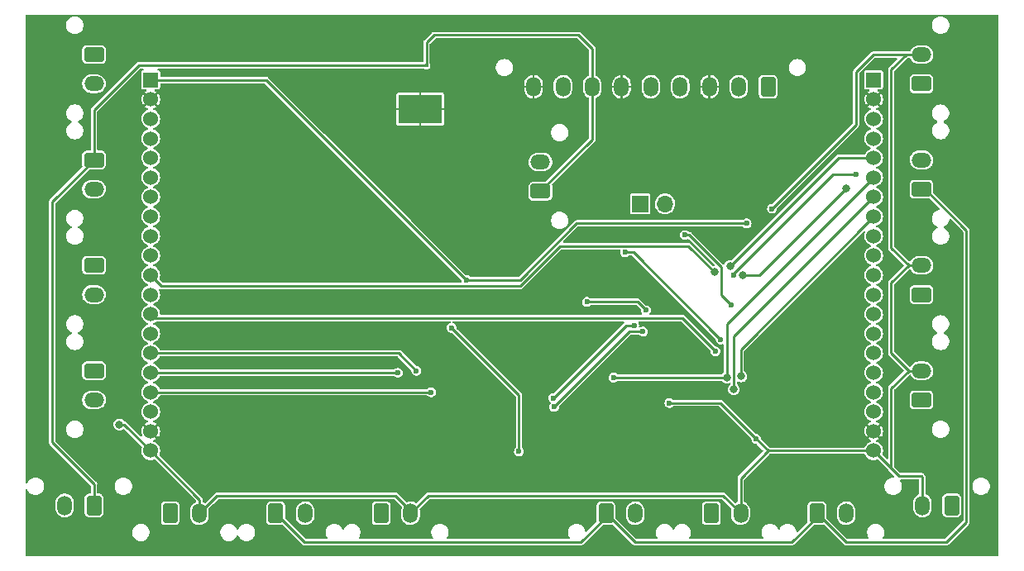
<source format=gbr>
%TF.GenerationSoftware,KiCad,Pcbnew,(6.0.1)*%
%TF.CreationDate,2022-01-27T11:52:20-05:00*%
%TF.ProjectId,SteeringHardware,53746565-7269-46e6-9748-617264776172,rev?*%
%TF.SameCoordinates,Original*%
%TF.FileFunction,Copper,L1,Top*%
%TF.FilePolarity,Positive*%
%FSLAX46Y46*%
G04 Gerber Fmt 4.6, Leading zero omitted, Abs format (unit mm)*
G04 Created by KiCad (PCBNEW (6.0.1)) date 2022-01-27 11:52:20*
%MOMM*%
%LPD*%
G01*
G04 APERTURE LIST*
G04 Aperture macros list*
%AMRoundRect*
0 Rectangle with rounded corners*
0 $1 Rounding radius*
0 $2 $3 $4 $5 $6 $7 $8 $9 X,Y pos of 4 corners*
0 Add a 4 corners polygon primitive as box body*
4,1,4,$2,$3,$4,$5,$6,$7,$8,$9,$2,$3,0*
0 Add four circle primitives for the rounded corners*
1,1,$1+$1,$2,$3*
1,1,$1+$1,$4,$5*
1,1,$1+$1,$6,$7*
1,1,$1+$1,$8,$9*
0 Add four rect primitives between the rounded corners*
20,1,$1+$1,$2,$3,$4,$5,0*
20,1,$1+$1,$4,$5,$6,$7,0*
20,1,$1+$1,$6,$7,$8,$9,0*
20,1,$1+$1,$8,$9,$2,$3,0*%
G04 Aperture macros list end*
%TA.AperFunction,ComponentPad*%
%ADD10R,1.524000X1.524000*%
%TD*%
%TA.AperFunction,ComponentPad*%
%ADD11C,1.524000*%
%TD*%
%TA.AperFunction,ComponentPad*%
%ADD12RoundRect,0.250001X0.499999X0.759999X-0.499999X0.759999X-0.499999X-0.759999X0.499999X-0.759999X0*%
%TD*%
%TA.AperFunction,ComponentPad*%
%ADD13O,1.500000X2.020000*%
%TD*%
%TA.AperFunction,ComponentPad*%
%ADD14RoundRect,0.250001X-0.499999X-0.759999X0.499999X-0.759999X0.499999X0.759999X-0.499999X0.759999X0*%
%TD*%
%TA.AperFunction,ComponentPad*%
%ADD15RoundRect,0.250001X-0.759999X0.499999X-0.759999X-0.499999X0.759999X-0.499999X0.759999X0.499999X0*%
%TD*%
%TA.AperFunction,ComponentPad*%
%ADD16O,2.020000X1.500000*%
%TD*%
%TA.AperFunction,ComponentPad*%
%ADD17RoundRect,0.250001X0.759999X-0.499999X0.759999X0.499999X-0.759999X0.499999X-0.759999X-0.499999X0*%
%TD*%
%TA.AperFunction,ComponentPad*%
%ADD18R,1.700000X1.700000*%
%TD*%
%TA.AperFunction,ComponentPad*%
%ADD19O,1.700000X1.700000*%
%TD*%
%TA.AperFunction,ComponentPad*%
%ADD20C,0.600000*%
%TD*%
%TA.AperFunction,SMDPad,CuDef*%
%ADD21R,4.500000X2.950000*%
%TD*%
%TA.AperFunction,ViaPad*%
%ADD22C,0.600000*%
%TD*%
%TA.AperFunction,ViaPad*%
%ADD23C,0.800000*%
%TD*%
%TA.AperFunction,ViaPad*%
%ADD24C,0.400000*%
%TD*%
%TA.AperFunction,Conductor*%
%ADD25C,0.250000*%
%TD*%
G04 APERTURE END LIST*
D10*
%TO.P,U7,1,5v_in*%
%TO.N,+5V*%
X131800000Y-71400000D03*
D11*
%TO.P,U7,2,GND*%
%TO.N,GND*%
X131800000Y-73400000D03*
%TO.P,U7,3,D10*%
%TO.N,unconnected-(U7-Pad3)*%
X131800000Y-75400000D03*
%TO.P,U7,4,D11*%
%TO.N,unconnected-(U7-Pad4)*%
X131800000Y-77400000D03*
%TO.P,U7,5,D12*%
%TO.N,unconnected-(U7-Pad5)*%
X131800000Y-79400000D03*
%TO.P,U7,6,D13*%
%TO.N,unconnected-(U7-Pad6)*%
X131800000Y-81400000D03*
%TO.P,U7,7,D14*%
%TO.N,unconnected-(U7-Pad7)*%
X131800000Y-83400000D03*
%TO.P,U7,8,D15*%
%TO.N,unconnected-(U7-Pad8)*%
X131800000Y-85400000D03*
%TO.P,U7,9,D16*%
%TO.N,unconnected-(U7-Pad9)*%
X131800000Y-87400000D03*
%TO.P,U7,10,D17*%
%TO.N,unconnected-(U7-Pad10)*%
X131800000Y-89400000D03*
%TO.P,U7,11,~{LCD_CS}*%
%TO.N,/LCD_CS*%
X131800000Y-91400000D03*
%TO.P,U7,12,RS*%
%TO.N,unconnected-(U7-Pad12)*%
X131800000Y-93400000D03*
%TO.P,U7,13,LCD_SCK*%
%TO.N,/LCD_SCK*%
X131800000Y-95400000D03*
%TO.P,U7,14,~{RD}*%
%TO.N,unconnected-(U7-Pad14)*%
X131800000Y-97400000D03*
%TO.P,U7,15,~{RST}*%
%TO.N,/RST*%
X131800000Y-99400000D03*
%TO.P,U7,16,LCD_SDO*%
%TO.N,/LCD_SDO*%
X131800000Y-101400000D03*
%TO.P,U7,17,LCD_SDI*%
%TO.N,/LCD_SDI*%
X131800000Y-103400000D03*
%TO.P,U7,18,NC*%
%TO.N,unconnected-(U7-Pad18)*%
X131800000Y-105400000D03*
%TO.P,U7,19,GND*%
%TO.N,GND*%
X131800000Y-107400000D03*
%TO.P,U7,20,3v3_in*%
%TO.N,+3V3*%
X131800000Y-109400000D03*
%TO.P,U7,21,3v3_out*%
X205800000Y-109400000D03*
%TO.P,U7,22,GND*%
%TO.N,GND*%
X205800000Y-107400000D03*
%TO.P,U7,23,D0*%
%TO.N,unconnected-(U7-Pad23)*%
X205800000Y-105400000D03*
%TO.P,U7,24,D1*%
%TO.N,unconnected-(U7-Pad24)*%
X205800000Y-103400000D03*
%TO.P,U7,25,D2*%
%TO.N,unconnected-(U7-Pad25)*%
X205800000Y-101400000D03*
%TO.P,U7,26,D3*%
%TO.N,unconnected-(U7-Pad26)*%
X205800000Y-99400000D03*
%TO.P,U7,27,D4*%
%TO.N,unconnected-(U7-Pad27)*%
X205800000Y-97400000D03*
%TO.P,U7,28,D5*%
%TO.N,unconnected-(U7-Pad28)*%
X205800000Y-95400000D03*
%TO.P,U7,29,D6*%
%TO.N,unconnected-(U7-Pad29)*%
X205800000Y-93400000D03*
%TO.P,U7,30,D7*%
%TO.N,unconnected-(U7-Pad30)*%
X205800000Y-91400000D03*
%TO.P,U7,31,NC*%
%TO.N,unconnected-(U7-Pad31)*%
X205800000Y-89400000D03*
%TO.P,U7,32,TP_CS*%
%TO.N,/TP_CS*%
X205800000Y-87400000D03*
%TO.P,U7,33,TP_SCK*%
%TO.N,/LCD_SCK*%
X205800000Y-85400000D03*
%TO.P,U7,34,TP_SDI*%
%TO.N,/LCD_SDI*%
X205800000Y-83400000D03*
%TO.P,U7,35,TP_SDO*%
%TO.N,/LCD_SDO*%
X205800000Y-81400000D03*
%TO.P,U7,36,TP_IRQ*%
%TO.N,/TP_IRQ*%
X205800000Y-79400000D03*
%TO.P,U7,37,NC*%
%TO.N,unconnected-(U7-Pad37)*%
X205800000Y-77400000D03*
%TO.P,U7,38,NC*%
%TO.N,unconnected-(U7-Pad38)*%
X205800000Y-75400000D03*
%TO.P,U7,39,GND*%
%TO.N,GND*%
X205800000Y-73400000D03*
D10*
%TO.P,U7,40,BL_CTL*%
%TO.N,/BL_Ctl*%
X205800000Y-71400000D03*
%TD*%
D12*
%TO.P,J3,1,Pin_1*%
%TO.N,/CAN+*%
X195000000Y-72100000D03*
D13*
%TO.P,J3,2,Pin_2*%
%TO.N,/CAN-*%
X192000000Y-72100000D03*
%TO.P,J3,3,Pin_3*%
%TO.N,GND*%
X189000000Y-72100000D03*
%TO.P,J3,4,Pin_4*%
%TO.N,unconnected-(J3-Pad4)*%
X186000000Y-72100000D03*
%TO.P,J3,5,Pin_5*%
%TO.N,unconnected-(J3-Pad5)*%
X183000000Y-72100000D03*
%TO.P,J3,6,Pin_6*%
%TO.N,GND*%
X180000000Y-72100000D03*
%TO.P,J3,7,Pin_7*%
%TO.N,+12V*%
X177000000Y-72100000D03*
%TO.P,J3,8,Pin_8*%
%TO.N,unconnected-(J3-Pad8)*%
X174000000Y-72100000D03*
%TO.P,J3,9,Pin_9*%
%TO.N,GND*%
X171000000Y-72100000D03*
%TD*%
D14*
%TO.P,J10,1,Pin_1*%
%TO.N,+12V*%
X200000000Y-115800000D03*
D13*
%TO.P,J10,2,Pin_2*%
%TO.N,Net-(J10-Pad2)*%
X203000000Y-115800000D03*
%TD*%
D14*
%TO.P,J15,1,Pin_1*%
%TO.N,+12V*%
X144600000Y-115800000D03*
D13*
%TO.P,J15,2,Pin_2*%
%TO.N,Net-(J15-Pad2)*%
X147600000Y-115800000D03*
%TD*%
D14*
%TO.P,J19,1,Pin_1*%
%TO.N,/Headlights*%
X133800000Y-115800000D03*
D13*
%TO.P,J19,2,Pin_2*%
%TO.N,+3V3*%
X136800000Y-115800000D03*
%TD*%
D14*
%TO.P,J20,1,Pin_1*%
%TO.N,/Reverse*%
X189200000Y-115800000D03*
D13*
%TO.P,J20,2,Pin_2*%
%TO.N,+3V3*%
X192200000Y-115800000D03*
%TD*%
D15*
%TO.P,J14,1,Pin_1*%
%TO.N,/ECO_Toggle*%
X126000000Y-101200000D03*
D16*
%TO.P,J14,2,Pin_2*%
%TO.N,+3V3*%
X126000000Y-104200000D03*
%TD*%
D15*
%TO.P,J13,1,Pin_1*%
%TO.N,/Cruise_DEC*%
X126000000Y-90400000D03*
D16*
%TO.P,J13,2,Pin_2*%
%TO.N,+3V3*%
X126000000Y-93400000D03*
%TD*%
D12*
%TO.P,J12,1,Pin_1*%
%TO.N,+12V*%
X126000000Y-115000000D03*
D13*
%TO.P,J12,2,Pin_2*%
%TO.N,Net-(J12-Pad2)*%
X123000000Y-115000000D03*
%TD*%
D15*
%TO.P,J4,1,Pin_1*%
%TO.N,+12V*%
X126000000Y-79600000D03*
D16*
%TO.P,J4,2,Pin_2*%
%TO.N,Net-(J4-Pad2)*%
X126000000Y-82600000D03*
%TD*%
D17*
%TO.P,J11,1,Pin_1*%
%TO.N,/Cruise_INC*%
X210700000Y-93400000D03*
D16*
%TO.P,J11,2,Pin_2*%
%TO.N,+3V3*%
X210700000Y-90400000D03*
%TD*%
D12*
%TO.P,J9,1,Pin_1*%
%TO.N,/Cruise_Toggle*%
X213800000Y-115000000D03*
D13*
%TO.P,J9,2,Pin_2*%
%TO.N,+3V3*%
X210800000Y-115000000D03*
%TD*%
D17*
%TO.P,J7,1,Pin_1*%
%TO.N,+12V*%
X210700000Y-82600000D03*
D16*
%TO.P,J7,2,Pin_2*%
%TO.N,Net-(J7-Pad2)*%
X210700000Y-79600000D03*
%TD*%
D14*
%TO.P,J8,1,Pin_1*%
%TO.N,/HAZ*%
X155400000Y-115800000D03*
D13*
%TO.P,J8,2,Pin_2*%
%TO.N,+3V3*%
X158400000Y-115800000D03*
%TD*%
D14*
%TO.P,J17,1,Pin_1*%
%TO.N,+12V*%
X178400000Y-115800000D03*
D13*
%TO.P,J17,2,Pin_2*%
%TO.N,Net-(J17-Pad2)*%
X181400000Y-115800000D03*
%TD*%
D17*
%TO.P,J6,1,Pin_1*%
%TO.N,/RT*%
X210700000Y-71800000D03*
D16*
%TO.P,J6,2,Pin_2*%
%TO.N,+3V3*%
X210700000Y-68800000D03*
%TD*%
D15*
%TO.P,J5,1,Pin_1*%
%TO.N,/LT*%
X126000000Y-68800000D03*
D16*
%TO.P,J5,2,Pin_2*%
%TO.N,+3V3*%
X126000000Y-71800000D03*
%TD*%
D17*
%TO.P,J16,1,Pin_1*%
%TO.N,/Horn*%
X210700000Y-104200000D03*
D16*
%TO.P,J16,2,Pin_2*%
%TO.N,+3V3*%
X210700000Y-101200000D03*
%TD*%
D17*
%TO.P,J18,1,Pin_1*%
%TO.N,+12V*%
X171700000Y-82800000D03*
D16*
%TO.P,J18,2,Pin_2*%
%TO.N,Net-(J18-Pad2)*%
X171700000Y-79800000D03*
%TD*%
D18*
%TO.P,JP301,1,A*%
%TO.N,+3V3*%
X181910000Y-84100000D03*
D19*
%TO.P,JP301,2,B*%
%TO.N,Net-(JP301-Pad2)*%
X184450000Y-84100000D03*
%TD*%
D20*
%TO.P,U201,9,GNDPAD*%
%TO.N,GND*%
X158700000Y-73800000D03*
X160000000Y-75000000D03*
X157600000Y-73800000D03*
X157600000Y-75000000D03*
X158700000Y-75000000D03*
X160000000Y-73800000D03*
X161200000Y-75000000D03*
D21*
X159400000Y-74400000D03*
D20*
X161200000Y-73800000D03*
%TD*%
D22*
%TO.N,GND*%
X193500000Y-76800000D03*
X200100000Y-102800000D03*
X184700000Y-94000000D03*
X193500000Y-75800000D03*
X201200000Y-71800000D03*
X196500000Y-104500000D03*
X194200000Y-76000000D03*
D23*
X209300000Y-74600000D03*
D22*
X189900000Y-81200000D03*
X186000000Y-106100000D03*
X194800000Y-100600000D03*
X164000000Y-74400000D03*
X192800000Y-76000000D03*
%TO.N,+3V3*%
X193800000Y-108200000D03*
D23*
X128600000Y-106700000D03*
D22*
X184900014Y-104500000D03*
X182500000Y-95000000D03*
X195400000Y-84600000D03*
X176450000Y-94140000D03*
%TO.N,/D+*%
X173000000Y-104000000D03*
X181290250Y-96549990D03*
%TO.N,/D-*%
X173099990Y-104900000D03*
X182200000Y-97175000D03*
%TO.N,/5v_USB*%
X162600000Y-96800000D03*
X169500000Y-109474990D03*
%TO.N,+5V*%
X192800000Y-86100000D03*
X164100000Y-91900000D03*
%TO.N,/LCD_SDI*%
X160500002Y-103400000D03*
D23*
X191500000Y-103100000D03*
%TO.N,/LCD_SDO*%
X190774990Y-101900000D03*
D22*
X179200000Y-101900000D03*
X157100000Y-101400000D03*
D23*
%TO.N,/LCD_SCK*%
X192245490Y-101779510D03*
D22*
X189600000Y-99200000D03*
D23*
%TO.N,/LCD_CS*%
X189500000Y-91100000D03*
%TO.N,/TP_IRQ*%
X191100000Y-90500000D03*
%TO.N,/TP_CS*%
X192400000Y-91400000D03*
X203000000Y-82500000D03*
D22*
%TO.N,/BL_Ctl*%
X191500000Y-91400000D03*
X204000000Y-81100000D03*
%TO.N,/RST*%
X159000000Y-101200000D03*
D24*
%TO.N,+12V*%
X160035000Y-69915000D03*
D22*
%TO.N,/MCU/NRST*%
X190149990Y-98000000D03*
X180350000Y-89060000D03*
%TO.N,Net-(JP301-Pad2)*%
X191200000Y-94425000D03*
X186500000Y-87299999D03*
%TD*%
D25*
%TO.N,+3V3*%
X208400000Y-112000000D02*
X210700000Y-112000000D01*
X160200000Y-114000000D02*
X158400000Y-115800000D01*
X210700000Y-112000000D02*
X210800000Y-112100000D01*
X210800000Y-112100000D02*
X210800000Y-115000000D01*
X209140000Y-68800000D02*
X207600000Y-70340000D01*
X190400000Y-114000000D02*
X160200000Y-114000000D01*
X205800000Y-68800000D02*
X210700000Y-68800000D01*
X195000000Y-109400000D02*
X192200000Y-112200000D01*
X207600000Y-88600000D02*
X209400000Y-90400000D01*
X195000000Y-109400000D02*
X193800000Y-108200000D01*
X207600000Y-92200000D02*
X209400000Y-90400000D01*
X204000000Y-76000000D02*
X195400000Y-84600000D01*
X190100000Y-104500000D02*
X184900014Y-104500000D01*
X176450000Y-94140000D02*
X181640000Y-94140000D01*
X204000000Y-70600000D02*
X204000000Y-76000000D01*
X209400000Y-90400000D02*
X210700000Y-90400000D01*
X205800000Y-109400000D02*
X195000000Y-109400000D01*
X136800000Y-115800000D02*
X138600000Y-114000000D01*
X192200000Y-112200000D02*
X192200000Y-115800000D01*
X129100000Y-106700000D02*
X128600000Y-106700000D01*
X131800000Y-109400000D02*
X129100000Y-106700000D01*
X156860000Y-114000000D02*
X158400000Y-115540000D01*
X209400000Y-101200000D02*
X207600000Y-103000000D01*
X131800000Y-109400000D02*
X136800000Y-114400000D01*
X207600000Y-99400000D02*
X207600000Y-92200000D01*
X181640000Y-94140000D02*
X182500000Y-95000000D01*
X209400000Y-101200000D02*
X207600000Y-99400000D01*
X192200000Y-115800000D02*
X190400000Y-114000000D01*
X193800000Y-108200000D02*
X190100000Y-104500000D01*
X136800000Y-114400000D02*
X136800000Y-115800000D01*
X209400000Y-101200000D02*
X210700000Y-101200000D01*
X138600000Y-114000000D02*
X156860000Y-114000000D01*
X207600000Y-103000000D02*
X207600000Y-111200000D01*
X205800000Y-109400000D02*
X208400000Y-112000000D01*
X205800000Y-68800000D02*
X204000000Y-70600000D01*
X207600000Y-70340000D02*
X207600000Y-88600000D01*
%TO.N,/D+*%
X180450010Y-96549990D02*
X181290250Y-96549990D01*
X173000000Y-104000000D02*
X180450010Y-96549990D01*
%TO.N,/D-*%
X180825000Y-97175000D02*
X173100000Y-104900000D01*
X182200000Y-97175000D02*
X180825000Y-97175000D01*
X173100000Y-104900000D02*
X173099990Y-104900000D01*
%TO.N,/5v_USB*%
X169500000Y-103700000D02*
X169500000Y-109474990D01*
X162600000Y-96800000D02*
X169500000Y-103700000D01*
%TO.N,+5V*%
X143600000Y-71400000D02*
X164100000Y-91900000D01*
X192800000Y-86100000D02*
X175400000Y-86100000D01*
X131800000Y-71400000D02*
X143600000Y-71400000D01*
X175400000Y-86100000D02*
X169600000Y-91900000D01*
X169600000Y-91900000D02*
X164100000Y-91900000D01*
%TO.N,/LCD_SDI*%
X191500000Y-97700000D02*
X205800000Y-83400000D01*
X191500000Y-103100000D02*
X191500000Y-97700000D01*
X131800000Y-103400000D02*
X160500002Y-103400000D01*
%TO.N,/LCD_SDO*%
X190774990Y-96425010D02*
X190774990Y-101900000D01*
X190774990Y-101900000D02*
X179200000Y-101900000D01*
X157100000Y-101400000D02*
X131800000Y-101400000D01*
X205800000Y-81400000D02*
X190774990Y-96425010D01*
%TO.N,/LCD_SCK*%
X192200000Y-99000000D02*
X205800000Y-85400000D01*
X192200000Y-101734020D02*
X192200000Y-99000000D01*
X186200000Y-95800000D02*
X189600000Y-99200000D01*
X192245490Y-101779510D02*
X192200000Y-101734020D01*
X132200000Y-95800000D02*
X186200000Y-95800000D01*
%TO.N,/LCD_CS*%
X186834999Y-88434999D02*
X173701411Y-88434999D01*
X189500000Y-91100000D02*
X186834999Y-88434999D01*
X131800000Y-91400000D02*
X132925001Y-92525001D01*
X173701411Y-88434999D02*
X169611409Y-92525001D01*
X169611409Y-92525001D02*
X132925001Y-92525001D01*
%TO.N,/TP_IRQ*%
X191100000Y-90500000D02*
X202200000Y-79400000D01*
X202200000Y-79400000D02*
X205800000Y-79400000D01*
%TO.N,/TP_CS*%
X203000000Y-82500000D02*
X194100000Y-91400000D01*
X194100000Y-91400000D02*
X192400000Y-91400000D01*
%TO.N,/BL_Ctl*%
X201626998Y-81100000D02*
X204000000Y-81100000D01*
X191500000Y-91400000D02*
X191500000Y-91226998D01*
X191500000Y-91226998D02*
X201626998Y-81100000D01*
%TO.N,/RST*%
X157200000Y-99400000D02*
X131800000Y-99400000D01*
X159000000Y-101200000D02*
X157200000Y-99400000D01*
%TO.N,+12V*%
X144600000Y-115800000D02*
X147569521Y-118769521D01*
X147569521Y-118769521D02*
X175818158Y-118769521D01*
X178400000Y-115800000D02*
X181369521Y-118769521D01*
X175600000Y-66800000D02*
X177000000Y-68200000D01*
X215300000Y-116700000D02*
X215300000Y-86812321D01*
X177000000Y-68200000D02*
X177000000Y-72100000D01*
X126000000Y-74500000D02*
X130585000Y-69915000D01*
X121700000Y-83900000D02*
X126000000Y-79600000D01*
X160035000Y-69915000D02*
X160035000Y-67565000D01*
X213230479Y-118769521D02*
X215300000Y-116700000D01*
X200000000Y-115800000D02*
X202969521Y-118769521D01*
X177000000Y-77500000D02*
X171700000Y-82800000D01*
X177000000Y-72100000D02*
X177000000Y-77500000D01*
X126000000Y-115000000D02*
X126000000Y-112800000D01*
X126000000Y-79600000D02*
X126000000Y-74500000D01*
X175818158Y-118769521D02*
X178400000Y-116187679D01*
X160800000Y-66800000D02*
X175600000Y-66800000D01*
X130585000Y-69915000D02*
X160035000Y-69915000D01*
X160035000Y-67565000D02*
X160800000Y-66800000D01*
X181369521Y-118769521D02*
X197418158Y-118769521D01*
X211087679Y-82600000D02*
X210700000Y-82600000D01*
X178400000Y-116187679D02*
X178400000Y-115800000D01*
X202969521Y-118769521D02*
X213230479Y-118769521D01*
X215300000Y-86812321D02*
X211087679Y-82600000D01*
X200000000Y-116187679D02*
X200000000Y-115800000D01*
X197418158Y-118769521D02*
X200000000Y-116187679D01*
X121700000Y-108500000D02*
X121700000Y-83900000D01*
X126000000Y-112800000D02*
X121700000Y-108500000D01*
%TO.N,/MCU/NRST*%
X181209990Y-89060000D02*
X180350000Y-89060000D01*
X190149990Y-98000000D02*
X181209990Y-89060000D01*
%TO.N,Net-(JP301-Pad2)*%
X190225001Y-93450001D02*
X190225001Y-90600736D01*
X186924264Y-87299999D02*
X186500000Y-87299999D01*
X190225001Y-90600736D02*
X186924264Y-87299999D01*
X191200000Y-94425000D02*
X190225001Y-93450001D01*
%TD*%
%TA.AperFunction,Conductor*%
%TO.N,GND*%
G36*
X218559191Y-64718907D02*
G01*
X218595155Y-64768407D01*
X218600000Y-64799000D01*
X218600000Y-120101000D01*
X218581093Y-120159191D01*
X218531593Y-120195155D01*
X218501000Y-120200000D01*
X119099000Y-120200000D01*
X119040809Y-120181093D01*
X119004845Y-120131593D01*
X119000000Y-120101000D01*
X119000000Y-117853070D01*
X129914500Y-117853070D01*
X129953200Y-118035142D01*
X129955308Y-118039876D01*
X129955309Y-118039880D01*
X130026802Y-118200455D01*
X130028910Y-118205189D01*
X130138320Y-118355779D01*
X130142169Y-118359245D01*
X130142173Y-118359249D01*
X130265843Y-118470601D01*
X130276649Y-118480331D01*
X130281139Y-118482923D01*
X130281140Y-118482924D01*
X130433361Y-118570809D01*
X130433363Y-118570810D01*
X130437851Y-118573401D01*
X130442780Y-118575002D01*
X130442781Y-118575003D01*
X130609948Y-118629319D01*
X130609952Y-118629320D01*
X130614880Y-118630921D01*
X130753589Y-118645500D01*
X130846411Y-118645500D01*
X130985120Y-118630921D01*
X130990048Y-118629320D01*
X130990052Y-118629319D01*
X131157219Y-118575003D01*
X131157220Y-118575002D01*
X131162149Y-118573401D01*
X131166637Y-118570810D01*
X131166639Y-118570809D01*
X131318860Y-118482924D01*
X131318861Y-118482923D01*
X131323351Y-118480331D01*
X131334157Y-118470601D01*
X131457827Y-118359249D01*
X131457831Y-118359245D01*
X131461680Y-118355779D01*
X131571090Y-118205189D01*
X131573198Y-118200455D01*
X131644691Y-118039880D01*
X131644692Y-118039876D01*
X131646800Y-118035142D01*
X131685500Y-117853070D01*
X138914500Y-117853070D01*
X138953200Y-118035142D01*
X138955308Y-118039876D01*
X138955309Y-118039880D01*
X139026802Y-118200455D01*
X139028910Y-118205189D01*
X139138320Y-118355779D01*
X139142169Y-118359245D01*
X139142173Y-118359249D01*
X139265843Y-118470601D01*
X139276649Y-118480331D01*
X139281139Y-118482923D01*
X139281140Y-118482924D01*
X139433361Y-118570809D01*
X139433363Y-118570810D01*
X139437851Y-118573401D01*
X139442780Y-118575002D01*
X139442781Y-118575003D01*
X139609948Y-118629319D01*
X139609952Y-118629320D01*
X139614880Y-118630921D01*
X139753589Y-118645500D01*
X139846411Y-118645500D01*
X139985120Y-118630921D01*
X139990048Y-118629320D01*
X139990052Y-118629319D01*
X140157219Y-118575003D01*
X140157220Y-118575002D01*
X140162149Y-118573401D01*
X140166637Y-118570810D01*
X140166639Y-118570809D01*
X140318860Y-118482924D01*
X140318861Y-118482923D01*
X140323351Y-118480331D01*
X140334157Y-118470601D01*
X140457827Y-118359249D01*
X140457831Y-118359245D01*
X140461680Y-118355779D01*
X140571090Y-118205189D01*
X140609559Y-118118786D01*
X140650500Y-118073317D01*
X140710348Y-118060595D01*
X140766244Y-118085482D01*
X140790440Y-118118785D01*
X140828910Y-118205189D01*
X140938320Y-118355779D01*
X140942169Y-118359245D01*
X140942173Y-118359249D01*
X141065843Y-118470601D01*
X141076649Y-118480331D01*
X141081139Y-118482923D01*
X141081140Y-118482924D01*
X141233361Y-118570809D01*
X141233363Y-118570810D01*
X141237851Y-118573401D01*
X141242780Y-118575002D01*
X141242781Y-118575003D01*
X141409948Y-118629319D01*
X141409952Y-118629320D01*
X141414880Y-118630921D01*
X141553589Y-118645500D01*
X141646411Y-118645500D01*
X141785120Y-118630921D01*
X141790048Y-118629320D01*
X141790052Y-118629319D01*
X141957219Y-118575003D01*
X141957220Y-118575002D01*
X141962149Y-118573401D01*
X141966637Y-118570810D01*
X141966639Y-118570809D01*
X142118860Y-118482924D01*
X142118861Y-118482923D01*
X142123351Y-118480331D01*
X142134157Y-118470601D01*
X142257827Y-118359249D01*
X142257831Y-118359245D01*
X142261680Y-118355779D01*
X142371090Y-118205189D01*
X142373198Y-118200455D01*
X142444691Y-118039880D01*
X142444692Y-118039876D01*
X142446800Y-118035142D01*
X142485500Y-117853070D01*
X142485500Y-117666930D01*
X142446800Y-117484858D01*
X142429804Y-117446683D01*
X142373198Y-117319545D01*
X142373197Y-117319543D01*
X142371090Y-117314811D01*
X142261680Y-117164221D01*
X142257831Y-117160755D01*
X142257827Y-117160751D01*
X142127207Y-117043141D01*
X142123351Y-117039669D01*
X142072827Y-117010499D01*
X141966639Y-116949191D01*
X141966637Y-116949190D01*
X141962149Y-116946599D01*
X141957219Y-116944997D01*
X141790052Y-116890681D01*
X141790048Y-116890680D01*
X141785120Y-116889079D01*
X141646411Y-116874500D01*
X141553589Y-116874500D01*
X141414880Y-116889079D01*
X141409952Y-116890680D01*
X141409948Y-116890681D01*
X141242781Y-116944997D01*
X141237851Y-116946599D01*
X141233363Y-116949190D01*
X141233361Y-116949191D01*
X141127173Y-117010499D01*
X141076649Y-117039669D01*
X141072793Y-117043141D01*
X140942173Y-117160751D01*
X140942169Y-117160755D01*
X140938320Y-117164221D01*
X140828910Y-117314811D01*
X140826803Y-117319543D01*
X140826802Y-117319545D01*
X140790441Y-117401214D01*
X140749500Y-117446683D01*
X140689652Y-117459405D01*
X140633756Y-117434518D01*
X140609559Y-117401214D01*
X140573198Y-117319545D01*
X140573197Y-117319543D01*
X140571090Y-117314811D01*
X140461680Y-117164221D01*
X140457831Y-117160755D01*
X140457827Y-117160751D01*
X140327207Y-117043141D01*
X140323351Y-117039669D01*
X140272827Y-117010499D01*
X140166639Y-116949191D01*
X140166637Y-116949190D01*
X140162149Y-116946599D01*
X140157219Y-116944997D01*
X139990052Y-116890681D01*
X139990048Y-116890680D01*
X139985120Y-116889079D01*
X139846411Y-116874500D01*
X139753589Y-116874500D01*
X139614880Y-116889079D01*
X139609952Y-116890680D01*
X139609948Y-116890681D01*
X139442781Y-116944997D01*
X139437851Y-116946599D01*
X139433363Y-116949190D01*
X139433361Y-116949191D01*
X139327173Y-117010499D01*
X139276649Y-117039669D01*
X139272793Y-117043141D01*
X139142173Y-117160751D01*
X139142169Y-117160755D01*
X139138320Y-117164221D01*
X139028910Y-117314811D01*
X139026803Y-117319543D01*
X139026802Y-117319545D01*
X138970197Y-117446683D01*
X138953200Y-117484858D01*
X138914500Y-117666930D01*
X138914500Y-117853070D01*
X131685500Y-117853070D01*
X131685500Y-117666930D01*
X131646800Y-117484858D01*
X131629804Y-117446683D01*
X131573198Y-117319545D01*
X131573197Y-117319543D01*
X131571090Y-117314811D01*
X131461680Y-117164221D01*
X131457831Y-117160755D01*
X131457827Y-117160751D01*
X131327207Y-117043141D01*
X131323351Y-117039669D01*
X131272827Y-117010499D01*
X131166639Y-116949191D01*
X131166637Y-116949190D01*
X131162149Y-116946599D01*
X131157219Y-116944997D01*
X130990052Y-116890681D01*
X130990048Y-116890680D01*
X130985120Y-116889079D01*
X130846411Y-116874500D01*
X130753589Y-116874500D01*
X130614880Y-116889079D01*
X130609952Y-116890680D01*
X130609948Y-116890681D01*
X130442781Y-116944997D01*
X130437851Y-116946599D01*
X130433363Y-116949190D01*
X130433361Y-116949191D01*
X130327173Y-117010499D01*
X130276649Y-117039669D01*
X130272793Y-117043141D01*
X130142173Y-117160751D01*
X130142169Y-117160755D01*
X130138320Y-117164221D01*
X130028910Y-117314811D01*
X130026803Y-117319543D01*
X130026802Y-117319545D01*
X129970197Y-117446683D01*
X129953200Y-117484858D01*
X129914500Y-117666930D01*
X129914500Y-117853070D01*
X119000000Y-117853070D01*
X119000000Y-115308259D01*
X122049500Y-115308259D01*
X122049753Y-115310747D01*
X122049753Y-115310752D01*
X122063539Y-115446468D01*
X122064112Y-115452110D01*
X122121856Y-115636373D01*
X122215472Y-115805261D01*
X122341136Y-115951875D01*
X122345103Y-115954952D01*
X122489754Y-116067156D01*
X122489759Y-116067159D01*
X122493714Y-116070227D01*
X122666974Y-116155481D01*
X122755630Y-116178574D01*
X122848979Y-116202890D01*
X122848983Y-116202891D01*
X122853837Y-116204155D01*
X122858849Y-116204418D01*
X122858851Y-116204418D01*
X122926778Y-116207978D01*
X123046671Y-116214261D01*
X123051630Y-116213511D01*
X123051631Y-116213511D01*
X123113494Y-116204155D01*
X123237599Y-116185386D01*
X123418821Y-116118710D01*
X123423079Y-116116070D01*
X123423081Y-116116069D01*
X123578670Y-116019599D01*
X123578671Y-116019598D01*
X123582934Y-116016955D01*
X123723235Y-115884279D01*
X123726109Y-115880174D01*
X123726112Y-115880171D01*
X123831116Y-115730208D01*
X123833991Y-115726102D01*
X123910680Y-115548885D01*
X123950168Y-115359867D01*
X123950500Y-115353532D01*
X123950500Y-114691741D01*
X123949707Y-114683931D01*
X123936395Y-114552877D01*
X123936394Y-114552873D01*
X123935888Y-114547890D01*
X123878144Y-114363627D01*
X123784528Y-114194739D01*
X123658864Y-114048125D01*
X123623721Y-114020865D01*
X123510246Y-113932844D01*
X123510241Y-113932841D01*
X123506286Y-113929773D01*
X123333026Y-113844519D01*
X123218219Y-113814614D01*
X123151021Y-113797110D01*
X123151017Y-113797109D01*
X123146163Y-113795845D01*
X123141151Y-113795582D01*
X123141149Y-113795582D01*
X123071136Y-113791913D01*
X122953329Y-113785739D01*
X122948370Y-113786489D01*
X122948369Y-113786489D01*
X122908749Y-113792481D01*
X122762401Y-113814614D01*
X122581179Y-113881290D01*
X122576921Y-113883930D01*
X122576919Y-113883931D01*
X122510311Y-113925230D01*
X122417066Y-113983045D01*
X122276765Y-114115721D01*
X122273891Y-114119826D01*
X122273888Y-114119829D01*
X122180487Y-114253221D01*
X122166009Y-114273898D01*
X122164020Y-114278494D01*
X122164019Y-114278496D01*
X122140151Y-114333651D01*
X122089320Y-114451115D01*
X122049832Y-114640133D01*
X122049500Y-114646468D01*
X122049500Y-115308259D01*
X119000000Y-115308259D01*
X119000000Y-113436807D01*
X119018907Y-113378616D01*
X119068407Y-113342652D01*
X119129593Y-113342652D01*
X119179093Y-113378616D01*
X119189440Y-113396539D01*
X119228910Y-113485189D01*
X119338320Y-113635779D01*
X119342169Y-113639245D01*
X119342173Y-113639249D01*
X119440044Y-113727372D01*
X119476649Y-113760331D01*
X119481139Y-113762923D01*
X119481140Y-113762924D01*
X119633361Y-113850809D01*
X119633363Y-113850810D01*
X119637851Y-113853401D01*
X119642780Y-113855002D01*
X119642781Y-113855003D01*
X119809948Y-113909319D01*
X119809952Y-113909320D01*
X119814880Y-113910921D01*
X119953589Y-113925500D01*
X120046411Y-113925500D01*
X120185120Y-113910921D01*
X120190048Y-113909320D01*
X120190052Y-113909319D01*
X120357219Y-113855003D01*
X120357220Y-113855002D01*
X120362149Y-113853401D01*
X120366637Y-113850810D01*
X120366639Y-113850809D01*
X120518860Y-113762924D01*
X120518861Y-113762923D01*
X120523351Y-113760331D01*
X120559956Y-113727372D01*
X120657827Y-113639249D01*
X120657831Y-113639245D01*
X120661680Y-113635779D01*
X120771090Y-113485189D01*
X120792631Y-113436807D01*
X120844691Y-113319880D01*
X120844692Y-113319876D01*
X120846800Y-113315142D01*
X120885500Y-113133070D01*
X120885500Y-112946930D01*
X120846800Y-112764858D01*
X120831050Y-112729481D01*
X120773198Y-112599545D01*
X120773197Y-112599543D01*
X120771090Y-112594811D01*
X120661680Y-112444221D01*
X120657831Y-112440755D01*
X120657827Y-112440751D01*
X120527207Y-112323141D01*
X120523351Y-112319669D01*
X120518860Y-112317076D01*
X120366639Y-112229191D01*
X120366637Y-112229190D01*
X120362149Y-112226599D01*
X120357219Y-112224997D01*
X120190052Y-112170681D01*
X120190048Y-112170680D01*
X120185120Y-112169079D01*
X120046411Y-112154500D01*
X119953589Y-112154500D01*
X119814880Y-112169079D01*
X119809952Y-112170680D01*
X119809948Y-112170681D01*
X119642781Y-112224997D01*
X119637851Y-112226599D01*
X119633363Y-112229190D01*
X119633361Y-112229191D01*
X119481140Y-112317076D01*
X119476649Y-112319669D01*
X119472793Y-112323141D01*
X119342173Y-112440751D01*
X119342169Y-112440755D01*
X119338320Y-112444221D01*
X119228910Y-112594811D01*
X119226803Y-112599543D01*
X119226802Y-112599545D01*
X119189441Y-112683460D01*
X119148500Y-112728929D01*
X119088652Y-112741651D01*
X119032756Y-112716764D01*
X119002163Y-112663776D01*
X119000000Y-112643193D01*
X119000000Y-108528807D01*
X121370736Y-108528807D01*
X121372978Y-108537174D01*
X121380796Y-108566349D01*
X121382666Y-108574783D01*
X121383460Y-108579289D01*
X121387337Y-108601274D01*
X121389412Y-108613045D01*
X121393742Y-108620544D01*
X121395738Y-108626029D01*
X121398204Y-108631316D01*
X121400446Y-108639684D01*
X121412144Y-108656390D01*
X121422732Y-108671511D01*
X121427371Y-108678792D01*
X121446806Y-108712455D01*
X121454020Y-108718508D01*
X121476571Y-108737431D01*
X121482939Y-108743265D01*
X125645504Y-112905831D01*
X125673281Y-112960348D01*
X125674500Y-112975835D01*
X125674500Y-113690501D01*
X125655593Y-113748692D01*
X125606093Y-113784656D01*
X125575500Y-113789501D01*
X125446168Y-113789501D01*
X125414632Y-113792481D01*
X125408945Y-113794478D01*
X125408941Y-113794479D01*
X125351996Y-113814477D01*
X125286817Y-113837366D01*
X125280866Y-113841761D01*
X125280865Y-113841762D01*
X125229689Y-113879561D01*
X125177850Y-113917850D01*
X125173450Y-113923807D01*
X125169044Y-113929773D01*
X125097366Y-114026817D01*
X125052481Y-114154632D01*
X125051913Y-114160639D01*
X125051913Y-114160640D01*
X125049719Y-114183852D01*
X125049500Y-114186167D01*
X125049501Y-115813832D01*
X125052481Y-115845368D01*
X125054478Y-115851055D01*
X125054479Y-115851059D01*
X125064703Y-115880171D01*
X125097366Y-115973183D01*
X125101761Y-115979134D01*
X125101762Y-115979135D01*
X125170677Y-116072438D01*
X125177850Y-116082150D01*
X125183807Y-116086550D01*
X125277921Y-116156063D01*
X125286817Y-116162634D01*
X125414632Y-116207519D01*
X125420639Y-116208087D01*
X125420640Y-116208087D01*
X125443856Y-116210282D01*
X125443866Y-116210282D01*
X125446167Y-116210500D01*
X125999761Y-116210500D01*
X126553832Y-116210499D01*
X126585368Y-116207519D01*
X126591055Y-116205522D01*
X126591059Y-116205521D01*
X126653329Y-116183653D01*
X126713183Y-116162634D01*
X126722080Y-116156063D01*
X126816193Y-116086550D01*
X126822150Y-116082150D01*
X126829323Y-116072438D01*
X126898238Y-115979135D01*
X126898239Y-115979134D01*
X126902634Y-115973183D01*
X126947519Y-115845368D01*
X126948087Y-115839360D01*
X126950282Y-115816144D01*
X126950282Y-115816134D01*
X126950500Y-115813833D01*
X126950499Y-114986167D01*
X132849500Y-114986167D01*
X132849501Y-116613832D01*
X132852481Y-116645368D01*
X132854478Y-116651055D01*
X132854479Y-116651059D01*
X132866145Y-116684279D01*
X132897366Y-116773183D01*
X132901761Y-116779134D01*
X132901762Y-116779135D01*
X132969992Y-116871511D01*
X132977850Y-116882150D01*
X132983807Y-116886550D01*
X133077133Y-116955481D01*
X133086817Y-116962634D01*
X133214632Y-117007519D01*
X133220639Y-117008087D01*
X133220640Y-117008087D01*
X133243856Y-117010282D01*
X133243866Y-117010282D01*
X133246167Y-117010500D01*
X133799761Y-117010500D01*
X134353832Y-117010499D01*
X134385368Y-117007519D01*
X134391055Y-117005522D01*
X134391059Y-117005521D01*
X134453329Y-116983653D01*
X134513183Y-116962634D01*
X134522868Y-116955481D01*
X134616193Y-116886550D01*
X134622150Y-116882150D01*
X134630008Y-116871511D01*
X134698238Y-116779135D01*
X134698239Y-116779134D01*
X134702634Y-116773183D01*
X134747519Y-116645368D01*
X134749355Y-116625944D01*
X134750282Y-116616144D01*
X134750282Y-116616134D01*
X134750500Y-116613833D01*
X134750499Y-114986168D01*
X134747519Y-114954632D01*
X134745522Y-114948945D01*
X134745521Y-114948941D01*
X134725523Y-114891996D01*
X134702634Y-114826817D01*
X134630957Y-114729773D01*
X134626550Y-114723807D01*
X134622150Y-114717850D01*
X134570311Y-114679561D01*
X134519135Y-114641762D01*
X134519134Y-114641761D01*
X134513183Y-114637366D01*
X134385368Y-114592481D01*
X134379361Y-114591913D01*
X134379360Y-114591913D01*
X134356144Y-114589718D01*
X134356134Y-114589718D01*
X134353833Y-114589500D01*
X133800239Y-114589500D01*
X133246168Y-114589501D01*
X133214632Y-114592481D01*
X133208945Y-114594478D01*
X133208941Y-114594479D01*
X133151996Y-114614477D01*
X133086817Y-114637366D01*
X133080866Y-114641761D01*
X133080865Y-114641762D01*
X133029689Y-114679561D01*
X132977850Y-114717850D01*
X132973450Y-114723807D01*
X132969044Y-114729773D01*
X132897366Y-114826817D01*
X132852481Y-114954632D01*
X132851913Y-114960639D01*
X132851913Y-114960640D01*
X132849719Y-114983852D01*
X132849500Y-114986167D01*
X126950499Y-114986167D01*
X126950499Y-114186168D01*
X126947519Y-114154632D01*
X126945522Y-114148945D01*
X126945521Y-114148941D01*
X126925523Y-114091996D01*
X126902634Y-114026817D01*
X126830957Y-113929773D01*
X126826550Y-113923807D01*
X126822150Y-113917850D01*
X126770311Y-113879561D01*
X126719135Y-113841762D01*
X126719134Y-113841761D01*
X126713183Y-113837366D01*
X126585368Y-113792481D01*
X126579361Y-113791913D01*
X126579360Y-113791913D01*
X126556144Y-113789718D01*
X126556134Y-113789718D01*
X126553833Y-113789500D01*
X126424500Y-113789500D01*
X126366309Y-113770593D01*
X126330345Y-113721093D01*
X126325500Y-113690500D01*
X126325500Y-113133070D01*
X128114500Y-113133070D01*
X128153200Y-113315142D01*
X128155308Y-113319876D01*
X128155309Y-113319880D01*
X128207369Y-113436807D01*
X128228910Y-113485189D01*
X128338320Y-113635779D01*
X128342169Y-113639245D01*
X128342173Y-113639249D01*
X128440044Y-113727372D01*
X128476649Y-113760331D01*
X128481139Y-113762923D01*
X128481140Y-113762924D01*
X128633361Y-113850809D01*
X128633363Y-113850810D01*
X128637851Y-113853401D01*
X128642780Y-113855002D01*
X128642781Y-113855003D01*
X128809948Y-113909319D01*
X128809952Y-113909320D01*
X128814880Y-113910921D01*
X128953589Y-113925500D01*
X129046411Y-113925500D01*
X129185120Y-113910921D01*
X129190048Y-113909320D01*
X129190052Y-113909319D01*
X129357219Y-113855003D01*
X129357220Y-113855002D01*
X129362149Y-113853401D01*
X129366637Y-113850810D01*
X129366639Y-113850809D01*
X129518860Y-113762924D01*
X129518861Y-113762923D01*
X129523351Y-113760331D01*
X129559956Y-113727372D01*
X129657827Y-113639249D01*
X129657831Y-113639245D01*
X129661680Y-113635779D01*
X129771090Y-113485189D01*
X129792631Y-113436807D01*
X129844691Y-113319880D01*
X129844692Y-113319876D01*
X129846800Y-113315142D01*
X129885500Y-113133070D01*
X129885500Y-112946930D01*
X129846800Y-112764858D01*
X129831050Y-112729481D01*
X129773198Y-112599545D01*
X129773197Y-112599543D01*
X129771090Y-112594811D01*
X129661680Y-112444221D01*
X129657831Y-112440755D01*
X129657827Y-112440751D01*
X129527207Y-112323141D01*
X129523351Y-112319669D01*
X129518860Y-112317076D01*
X129366639Y-112229191D01*
X129366637Y-112229190D01*
X129362149Y-112226599D01*
X129357219Y-112224997D01*
X129190052Y-112170681D01*
X129190048Y-112170680D01*
X129185120Y-112169079D01*
X129046411Y-112154500D01*
X128953589Y-112154500D01*
X128814880Y-112169079D01*
X128809952Y-112170680D01*
X128809948Y-112170681D01*
X128642781Y-112224997D01*
X128637851Y-112226599D01*
X128633363Y-112229190D01*
X128633361Y-112229191D01*
X128481140Y-112317076D01*
X128476649Y-112319669D01*
X128472793Y-112323141D01*
X128342173Y-112440751D01*
X128342169Y-112440755D01*
X128338320Y-112444221D01*
X128228910Y-112594811D01*
X128226803Y-112599543D01*
X128226802Y-112599545D01*
X128168951Y-112729481D01*
X128153200Y-112764858D01*
X128114500Y-112946930D01*
X128114500Y-113133070D01*
X126325500Y-113133070D01*
X126325500Y-112818523D01*
X126325877Y-112809894D01*
X126328508Y-112779820D01*
X126329263Y-112771193D01*
X126327022Y-112762830D01*
X126327022Y-112762827D01*
X126319206Y-112733656D01*
X126317337Y-112725228D01*
X126312092Y-112695485D01*
X126310588Y-112686955D01*
X126306257Y-112679454D01*
X126304258Y-112673960D01*
X126301795Y-112668678D01*
X126299554Y-112660316D01*
X126277259Y-112628475D01*
X126272636Y-112621219D01*
X126253194Y-112587545D01*
X126223436Y-112562575D01*
X126217068Y-112556741D01*
X122054496Y-108394170D01*
X122026719Y-108339653D01*
X122025500Y-108324166D01*
X122025500Y-107293070D01*
X123154500Y-107293070D01*
X123193200Y-107475142D01*
X123195308Y-107479876D01*
X123195309Y-107479880D01*
X123239507Y-107579149D01*
X123268910Y-107645189D01*
X123378320Y-107795779D01*
X123382169Y-107799245D01*
X123382173Y-107799249D01*
X123505843Y-107910601D01*
X123516649Y-107920331D01*
X123521139Y-107922923D01*
X123521140Y-107922924D01*
X123673361Y-108010809D01*
X123673363Y-108010810D01*
X123677851Y-108013401D01*
X123682780Y-108015002D01*
X123682781Y-108015003D01*
X123849948Y-108069319D01*
X123849952Y-108069320D01*
X123854880Y-108070921D01*
X123993589Y-108085500D01*
X124086411Y-108085500D01*
X124225120Y-108070921D01*
X124230048Y-108069320D01*
X124230052Y-108069319D01*
X124397219Y-108015003D01*
X124397220Y-108015002D01*
X124402149Y-108013401D01*
X124406637Y-108010810D01*
X124406639Y-108010809D01*
X124558860Y-107922924D01*
X124558861Y-107922923D01*
X124563351Y-107920331D01*
X124574157Y-107910601D01*
X124697827Y-107799249D01*
X124697831Y-107799245D01*
X124701680Y-107795779D01*
X124811090Y-107645189D01*
X124840493Y-107579149D01*
X124884691Y-107479880D01*
X124884692Y-107479876D01*
X124886800Y-107475142D01*
X124925500Y-107293070D01*
X124925500Y-107106930D01*
X124886800Y-106924858D01*
X124853617Y-106850326D01*
X124813198Y-106759545D01*
X124813197Y-106759543D01*
X124811090Y-106754811D01*
X124771267Y-106700000D01*
X127994318Y-106700000D01*
X128014956Y-106856762D01*
X128075464Y-107002841D01*
X128171718Y-107128282D01*
X128297159Y-107224536D01*
X128443238Y-107285044D01*
X128600000Y-107305682D01*
X128756762Y-107285044D01*
X128902841Y-107224536D01*
X128981850Y-107163910D01*
X129039527Y-107143486D01*
X129098193Y-107160864D01*
X129112122Y-107172448D01*
X130879957Y-108940283D01*
X130907734Y-108994800D01*
X130904319Y-109040221D01*
X130853978Y-109198917D01*
X130852849Y-109208986D01*
X130838812Y-109334125D01*
X130832937Y-109386496D01*
X130848732Y-109574590D01*
X130850065Y-109579238D01*
X130850065Y-109579239D01*
X130892005Y-109725500D01*
X130900760Y-109756034D01*
X130902975Y-109760344D01*
X130984827Y-109919612D01*
X130984830Y-109919616D01*
X130987040Y-109923917D01*
X131104285Y-110071844D01*
X131107972Y-110074982D01*
X131107974Y-110074984D01*
X131244342Y-110191042D01*
X131244347Y-110191045D01*
X131248030Y-110194180D01*
X131252253Y-110196540D01*
X131252257Y-110196543D01*
X131375203Y-110265255D01*
X131412800Y-110286267D01*
X131452201Y-110299069D01*
X131587718Y-110343101D01*
X131587721Y-110343102D01*
X131592317Y-110344595D01*
X131597113Y-110345167D01*
X131597118Y-110345168D01*
X131686031Y-110355770D01*
X131779745Y-110366945D01*
X131784567Y-110366574D01*
X131784570Y-110366574D01*
X131846278Y-110361826D01*
X131967945Y-110352464D01*
X132149748Y-110301703D01*
X132154078Y-110299516D01*
X132155230Y-110299069D01*
X132216320Y-110295652D01*
X132261038Y-110321364D01*
X136445504Y-114505830D01*
X136473281Y-114560347D01*
X136474500Y-114575834D01*
X136474500Y-114577891D01*
X136455593Y-114636082D01*
X136409685Y-114670802D01*
X136381179Y-114681290D01*
X136376921Y-114683930D01*
X136376919Y-114683931D01*
X136276453Y-114746223D01*
X136217066Y-114783045D01*
X136076765Y-114915721D01*
X136073891Y-114919826D01*
X136073888Y-114919829D01*
X135968884Y-115069792D01*
X135966009Y-115073898D01*
X135964020Y-115078494D01*
X135964019Y-115078496D01*
X135938089Y-115138416D01*
X135889320Y-115251115D01*
X135849832Y-115440133D01*
X135849500Y-115446468D01*
X135849500Y-116108259D01*
X135849753Y-116110747D01*
X135849753Y-116110752D01*
X135860241Y-116213998D01*
X135864112Y-116252110D01*
X135921856Y-116436373D01*
X136015472Y-116605261D01*
X136033200Y-116625944D01*
X136128536Y-116737174D01*
X136141136Y-116751875D01*
X136145103Y-116754952D01*
X136289754Y-116867156D01*
X136289759Y-116867159D01*
X136293714Y-116870227D01*
X136466974Y-116955481D01*
X136555630Y-116978574D01*
X136648979Y-117002890D01*
X136648983Y-117002891D01*
X136653837Y-117004155D01*
X136658849Y-117004418D01*
X136658851Y-117004418D01*
X136726778Y-117007978D01*
X136846671Y-117014261D01*
X136851630Y-117013511D01*
X136851631Y-117013511D01*
X136913494Y-117004155D01*
X137037599Y-116985386D01*
X137218821Y-116918710D01*
X137223079Y-116916070D01*
X137223081Y-116916069D01*
X137378670Y-116819599D01*
X137378671Y-116819598D01*
X137382934Y-116816955D01*
X137523235Y-116684279D01*
X137526109Y-116680174D01*
X137526112Y-116680171D01*
X137631116Y-116530208D01*
X137633991Y-116526102D01*
X137710680Y-116348885D01*
X137750168Y-116159867D01*
X137750500Y-116153532D01*
X137750500Y-115491741D01*
X137738476Y-115373369D01*
X137751406Y-115313566D01*
X137766965Y-115293361D01*
X138074160Y-114986167D01*
X143649500Y-114986167D01*
X143649501Y-116613832D01*
X143652481Y-116645368D01*
X143654478Y-116651055D01*
X143654479Y-116651059D01*
X143666145Y-116684279D01*
X143697366Y-116773183D01*
X143701761Y-116779134D01*
X143701762Y-116779135D01*
X143769992Y-116871511D01*
X143777850Y-116882150D01*
X143783807Y-116886550D01*
X143877133Y-116955481D01*
X143886817Y-116962634D01*
X144014632Y-117007519D01*
X144020639Y-117008087D01*
X144020640Y-117008087D01*
X144043856Y-117010282D01*
X144043866Y-117010282D01*
X144046167Y-117010500D01*
X144599761Y-117010500D01*
X145153832Y-117010499D01*
X145185368Y-117007519D01*
X145191058Y-117005521D01*
X145211705Y-116998270D01*
X145246369Y-116986097D01*
X145307536Y-116984656D01*
X145349175Y-117009501D01*
X147326252Y-118986578D01*
X147332086Y-118992945D01*
X147357066Y-119022715D01*
X147390726Y-119042148D01*
X147398010Y-119046789D01*
X147429837Y-119069075D01*
X147438205Y-119071317D01*
X147443492Y-119073783D01*
X147448977Y-119075779D01*
X147456476Y-119080109D01*
X147465002Y-119081612D01*
X147465004Y-119081613D01*
X147494737Y-119086855D01*
X147503171Y-119088725D01*
X147540714Y-119098785D01*
X147579429Y-119095398D01*
X147588058Y-119095021D01*
X175799624Y-119095021D01*
X175808253Y-119095398D01*
X175846965Y-119098785D01*
X175884508Y-119088725D01*
X175892942Y-119086855D01*
X175922675Y-119081613D01*
X175922677Y-119081612D01*
X175931203Y-119080109D01*
X175938702Y-119075779D01*
X175944187Y-119073783D01*
X175949474Y-119071317D01*
X175957842Y-119069075D01*
X175989669Y-119046789D01*
X175996953Y-119042148D01*
X176030613Y-119022715D01*
X176055589Y-118992950D01*
X176061423Y-118986582D01*
X178008509Y-117039496D01*
X178063026Y-117011719D01*
X178078513Y-117010500D01*
X178904627Y-117010499D01*
X178953832Y-117010499D01*
X178985368Y-117007519D01*
X178991058Y-117005521D01*
X179011705Y-116998270D01*
X179046369Y-116986097D01*
X179107536Y-116984656D01*
X179149175Y-117009501D01*
X181126252Y-118986578D01*
X181132086Y-118992945D01*
X181157066Y-119022715D01*
X181190726Y-119042148D01*
X181198010Y-119046789D01*
X181229837Y-119069075D01*
X181238205Y-119071317D01*
X181243492Y-119073783D01*
X181248977Y-119075779D01*
X181256476Y-119080109D01*
X181265002Y-119081612D01*
X181265004Y-119081613D01*
X181294737Y-119086855D01*
X181303171Y-119088725D01*
X181340714Y-119098785D01*
X181379429Y-119095398D01*
X181388058Y-119095021D01*
X197399624Y-119095021D01*
X197408253Y-119095398D01*
X197446965Y-119098785D01*
X197484508Y-119088725D01*
X197492942Y-119086855D01*
X197522675Y-119081613D01*
X197522677Y-119081612D01*
X197531203Y-119080109D01*
X197538702Y-119075779D01*
X197544187Y-119073783D01*
X197549474Y-119071317D01*
X197557842Y-119069075D01*
X197589669Y-119046789D01*
X197596953Y-119042148D01*
X197630613Y-119022715D01*
X197655589Y-118992950D01*
X197661423Y-118986582D01*
X199608509Y-117039496D01*
X199663026Y-117011719D01*
X199678513Y-117010500D01*
X200504627Y-117010499D01*
X200553832Y-117010499D01*
X200585368Y-117007519D01*
X200591058Y-117005521D01*
X200611705Y-116998270D01*
X200646369Y-116986097D01*
X200707536Y-116984656D01*
X200749175Y-117009501D01*
X202726252Y-118986578D01*
X202732086Y-118992945D01*
X202757066Y-119022715D01*
X202790726Y-119042148D01*
X202798010Y-119046789D01*
X202829837Y-119069075D01*
X202838205Y-119071317D01*
X202843492Y-119073783D01*
X202848977Y-119075779D01*
X202856476Y-119080109D01*
X202865002Y-119081612D01*
X202865004Y-119081613D01*
X202894737Y-119086855D01*
X202903171Y-119088725D01*
X202940714Y-119098785D01*
X202979429Y-119095398D01*
X202988058Y-119095021D01*
X213211945Y-119095021D01*
X213220574Y-119095398D01*
X213259286Y-119098785D01*
X213296829Y-119088725D01*
X213305263Y-119086855D01*
X213334996Y-119081613D01*
X213334998Y-119081612D01*
X213343524Y-119080109D01*
X213351023Y-119075779D01*
X213356508Y-119073783D01*
X213361795Y-119071317D01*
X213370163Y-119069075D01*
X213401990Y-119046789D01*
X213409274Y-119042148D01*
X213442934Y-119022715D01*
X213467910Y-118992950D01*
X213473744Y-118986582D01*
X215517057Y-116943269D01*
X215523425Y-116937434D01*
X215553194Y-116912455D01*
X215572629Y-116878792D01*
X215577268Y-116871511D01*
X215580317Y-116867156D01*
X215599554Y-116839684D01*
X215601796Y-116831316D01*
X215604262Y-116826029D01*
X215606258Y-116820544D01*
X215610588Y-116813045D01*
X215617334Y-116774783D01*
X215619204Y-116766349D01*
X215627022Y-116737174D01*
X215629264Y-116728807D01*
X215625877Y-116690091D01*
X215625500Y-116681463D01*
X215625500Y-113133070D01*
X215914500Y-113133070D01*
X215953200Y-113315142D01*
X215955308Y-113319876D01*
X215955309Y-113319880D01*
X216007369Y-113436807D01*
X216028910Y-113485189D01*
X216138320Y-113635779D01*
X216142169Y-113639245D01*
X216142173Y-113639249D01*
X216240044Y-113727372D01*
X216276649Y-113760331D01*
X216281139Y-113762923D01*
X216281140Y-113762924D01*
X216433361Y-113850809D01*
X216433363Y-113850810D01*
X216437851Y-113853401D01*
X216442780Y-113855002D01*
X216442781Y-113855003D01*
X216609948Y-113909319D01*
X216609952Y-113909320D01*
X216614880Y-113910921D01*
X216753589Y-113925500D01*
X216846411Y-113925500D01*
X216985120Y-113910921D01*
X216990048Y-113909320D01*
X216990052Y-113909319D01*
X217157219Y-113855003D01*
X217157220Y-113855002D01*
X217162149Y-113853401D01*
X217166637Y-113850810D01*
X217166639Y-113850809D01*
X217318860Y-113762924D01*
X217318861Y-113762923D01*
X217323351Y-113760331D01*
X217359956Y-113727372D01*
X217457827Y-113639249D01*
X217457831Y-113639245D01*
X217461680Y-113635779D01*
X217571090Y-113485189D01*
X217592631Y-113436807D01*
X217644691Y-113319880D01*
X217644692Y-113319876D01*
X217646800Y-113315142D01*
X217685500Y-113133070D01*
X217685500Y-112946930D01*
X217646800Y-112764858D01*
X217631050Y-112729481D01*
X217573198Y-112599545D01*
X217573197Y-112599543D01*
X217571090Y-112594811D01*
X217461680Y-112444221D01*
X217457831Y-112440755D01*
X217457827Y-112440751D01*
X217327207Y-112323141D01*
X217323351Y-112319669D01*
X217318860Y-112317076D01*
X217166639Y-112229191D01*
X217166637Y-112229190D01*
X217162149Y-112226599D01*
X217157219Y-112224997D01*
X216990052Y-112170681D01*
X216990048Y-112170680D01*
X216985120Y-112169079D01*
X216846411Y-112154500D01*
X216753589Y-112154500D01*
X216614880Y-112169079D01*
X216609952Y-112170680D01*
X216609948Y-112170681D01*
X216442781Y-112224997D01*
X216437851Y-112226599D01*
X216433363Y-112229190D01*
X216433361Y-112229191D01*
X216281140Y-112317076D01*
X216276649Y-112319669D01*
X216272793Y-112323141D01*
X216142173Y-112440751D01*
X216142169Y-112440755D01*
X216138320Y-112444221D01*
X216028910Y-112594811D01*
X216026803Y-112599543D01*
X216026802Y-112599545D01*
X215968951Y-112729481D01*
X215953200Y-112764858D01*
X215914500Y-112946930D01*
X215914500Y-113133070D01*
X215625500Y-113133070D01*
X215625500Y-86830843D01*
X215625877Y-86822214D01*
X215628508Y-86792143D01*
X215629263Y-86783514D01*
X215619205Y-86745978D01*
X215617337Y-86737552D01*
X215615716Y-86728359D01*
X215610588Y-86699276D01*
X215606255Y-86691771D01*
X215604262Y-86686294D01*
X215601795Y-86681003D01*
X215599553Y-86672637D01*
X215577264Y-86640805D01*
X215572628Y-86633527D01*
X215557524Y-86607365D01*
X215557523Y-86607363D01*
X215553194Y-86599866D01*
X215523436Y-86574896D01*
X215517068Y-86569062D01*
X211939496Y-82991491D01*
X211911719Y-82936974D01*
X211910500Y-82921487D01*
X211910499Y-82048495D01*
X211910499Y-82046168D01*
X211907519Y-82014632D01*
X211905522Y-82008945D01*
X211905521Y-82008941D01*
X211875662Y-81923917D01*
X211862634Y-81886817D01*
X211836855Y-81851914D01*
X211786550Y-81783807D01*
X211782150Y-81777850D01*
X211758449Y-81760344D01*
X211679135Y-81701762D01*
X211679134Y-81701761D01*
X211673183Y-81697366D01*
X211545368Y-81652481D01*
X211539361Y-81651913D01*
X211539360Y-81651913D01*
X211516144Y-81649718D01*
X211516134Y-81649718D01*
X211513833Y-81649500D01*
X210700350Y-81649500D01*
X209886168Y-81649501D01*
X209854632Y-81652481D01*
X209848945Y-81654478D01*
X209848941Y-81654479D01*
X209791996Y-81674477D01*
X209726817Y-81697366D01*
X209720866Y-81701761D01*
X209720865Y-81701762D01*
X209641551Y-81760344D01*
X209617850Y-81777850D01*
X209613450Y-81783807D01*
X209563146Y-81851914D01*
X209537366Y-81886817D01*
X209492481Y-82014632D01*
X209491913Y-82020639D01*
X209491913Y-82020640D01*
X209489719Y-82043852D01*
X209489500Y-82046167D01*
X209489501Y-83153832D01*
X209492481Y-83185368D01*
X209494478Y-83191055D01*
X209494479Y-83191059D01*
X209503493Y-83216726D01*
X209537366Y-83313183D01*
X209541761Y-83319134D01*
X209541762Y-83319135D01*
X209601490Y-83400000D01*
X209617850Y-83422150D01*
X209623807Y-83426550D01*
X209695690Y-83479643D01*
X209726817Y-83502634D01*
X209854632Y-83547519D01*
X209860639Y-83548087D01*
X209860640Y-83548087D01*
X209883856Y-83550282D01*
X209883866Y-83550282D01*
X209886167Y-83550500D01*
X210699650Y-83550500D01*
X211513832Y-83550499D01*
X211525945Y-83549354D01*
X211585656Y-83562702D01*
X211605264Y-83577911D01*
X212582887Y-84555535D01*
X212610664Y-84610052D01*
X212601093Y-84670484D01*
X212557828Y-84713749D01*
X212523232Y-84723997D01*
X212474880Y-84729079D01*
X212469952Y-84730680D01*
X212469948Y-84730681D01*
X212302781Y-84784997D01*
X212297851Y-84786599D01*
X212293363Y-84789190D01*
X212293361Y-84789191D01*
X212174463Y-84857837D01*
X212136649Y-84879669D01*
X212132793Y-84883141D01*
X212002173Y-85000751D01*
X212002169Y-85000755D01*
X211998320Y-85004221D01*
X211888910Y-85154811D01*
X211886803Y-85159543D01*
X211886802Y-85159545D01*
X211861242Y-85216955D01*
X211813200Y-85324858D01*
X211774500Y-85506930D01*
X211774500Y-85693070D01*
X211813200Y-85875142D01*
X211815308Y-85879876D01*
X211815309Y-85879880D01*
X211886802Y-86040455D01*
X211888910Y-86045189D01*
X211998320Y-86195779D01*
X212002169Y-86199245D01*
X212002173Y-86199249D01*
X212119783Y-86305145D01*
X212136649Y-86320331D01*
X212141139Y-86322923D01*
X212141140Y-86322924D01*
X212297851Y-86413401D01*
X212296815Y-86415196D01*
X212336024Y-86450501D01*
X212348745Y-86510350D01*
X212323857Y-86566245D01*
X212297257Y-86585571D01*
X212297851Y-86586599D01*
X212281759Y-86595890D01*
X212136649Y-86679669D01*
X212125843Y-86689399D01*
X212002173Y-86800751D01*
X212002169Y-86800755D01*
X211998320Y-86804221D01*
X211888910Y-86954811D01*
X211886803Y-86959543D01*
X211886802Y-86959545D01*
X211844998Y-87053439D01*
X211813200Y-87124858D01*
X211812122Y-87129928D01*
X211812122Y-87129929D01*
X211804083Y-87167752D01*
X211774500Y-87306930D01*
X211774500Y-87493070D01*
X211813200Y-87675142D01*
X211815308Y-87679876D01*
X211815309Y-87679880D01*
X211869578Y-87801769D01*
X211888910Y-87845189D01*
X211998320Y-87995779D01*
X212002169Y-87999245D01*
X212002173Y-87999249D01*
X212121277Y-88106490D01*
X212136649Y-88120331D01*
X212141139Y-88122923D01*
X212141140Y-88122924D01*
X212293361Y-88210809D01*
X212293363Y-88210810D01*
X212297851Y-88213401D01*
X212302780Y-88215002D01*
X212302781Y-88215003D01*
X212469948Y-88269319D01*
X212469952Y-88269320D01*
X212474880Y-88270921D01*
X212613589Y-88285500D01*
X212706411Y-88285500D01*
X212845120Y-88270921D01*
X212850048Y-88269320D01*
X212850052Y-88269319D01*
X213017219Y-88215003D01*
X213017220Y-88215002D01*
X213022149Y-88213401D01*
X213026637Y-88210810D01*
X213026639Y-88210809D01*
X213178860Y-88122924D01*
X213178861Y-88122923D01*
X213183351Y-88120331D01*
X213198723Y-88106490D01*
X213317827Y-87999249D01*
X213317831Y-87999245D01*
X213321680Y-87995779D01*
X213431090Y-87845189D01*
X213450422Y-87801769D01*
X213504691Y-87679880D01*
X213504692Y-87679876D01*
X213506800Y-87675142D01*
X213545500Y-87493070D01*
X213545500Y-87306930D01*
X213515917Y-87167752D01*
X213507878Y-87129929D01*
X213507878Y-87129928D01*
X213506800Y-87124858D01*
X213475003Y-87053439D01*
X213433198Y-86959545D01*
X213433197Y-86959543D01*
X213431090Y-86954811D01*
X213321680Y-86804221D01*
X213317831Y-86800755D01*
X213317827Y-86800751D01*
X213194157Y-86689399D01*
X213183351Y-86679669D01*
X213038242Y-86595890D01*
X213022149Y-86586599D01*
X213023185Y-86584804D01*
X212983976Y-86549499D01*
X212971255Y-86489650D01*
X212996143Y-86433755D01*
X213022743Y-86414429D01*
X213022149Y-86413401D01*
X213178860Y-86322924D01*
X213178861Y-86322923D01*
X213183351Y-86320331D01*
X213200217Y-86305145D01*
X213317827Y-86199249D01*
X213317831Y-86199245D01*
X213321680Y-86195779D01*
X213431090Y-86045189D01*
X213433198Y-86040455D01*
X213504691Y-85879880D01*
X213504692Y-85879876D01*
X213506800Y-85875142D01*
X213538254Y-85727162D01*
X213568846Y-85674175D01*
X213624741Y-85649288D01*
X213684589Y-85662009D01*
X213705094Y-85677742D01*
X214945504Y-86918152D01*
X214973281Y-86972669D01*
X214974500Y-86988156D01*
X214974500Y-116524166D01*
X214955593Y-116582357D01*
X214945504Y-116594170D01*
X213124649Y-118415025D01*
X213070132Y-118442802D01*
X213054645Y-118444021D01*
X206791867Y-118444021D01*
X206733676Y-118425114D01*
X206697712Y-118375614D01*
X206697712Y-118314428D01*
X206711774Y-118286830D01*
X206771090Y-118205189D01*
X206773198Y-118200455D01*
X206844691Y-118039880D01*
X206844692Y-118039876D01*
X206846800Y-118035142D01*
X206885500Y-117853070D01*
X206885500Y-117666930D01*
X206846800Y-117484858D01*
X206829804Y-117446683D01*
X206773198Y-117319545D01*
X206773197Y-117319543D01*
X206771090Y-117314811D01*
X206661680Y-117164221D01*
X206657831Y-117160755D01*
X206657827Y-117160751D01*
X206527207Y-117043141D01*
X206523351Y-117039669D01*
X206472827Y-117010499D01*
X206366639Y-116949191D01*
X206366637Y-116949190D01*
X206362149Y-116946599D01*
X206357219Y-116944997D01*
X206190052Y-116890681D01*
X206190048Y-116890680D01*
X206185120Y-116889079D01*
X206046411Y-116874500D01*
X205953589Y-116874500D01*
X205814880Y-116889079D01*
X205809952Y-116890680D01*
X205809948Y-116890681D01*
X205642781Y-116944997D01*
X205637851Y-116946599D01*
X205633363Y-116949190D01*
X205633361Y-116949191D01*
X205527173Y-117010499D01*
X205476649Y-117039669D01*
X205472793Y-117043141D01*
X205342173Y-117160751D01*
X205342169Y-117160755D01*
X205338320Y-117164221D01*
X205228910Y-117314811D01*
X205226803Y-117319543D01*
X205226802Y-117319545D01*
X205170197Y-117446683D01*
X205153200Y-117484858D01*
X205114500Y-117666930D01*
X205114500Y-117853070D01*
X205153200Y-118035142D01*
X205155308Y-118039876D01*
X205155309Y-118039880D01*
X205226802Y-118200455D01*
X205228910Y-118205189D01*
X205288226Y-118286830D01*
X205307133Y-118345021D01*
X205288226Y-118403212D01*
X205238726Y-118439176D01*
X205208133Y-118444021D01*
X203145355Y-118444021D01*
X203087164Y-118425114D01*
X203075351Y-118415025D01*
X200979496Y-116319170D01*
X200951719Y-116264653D01*
X200950500Y-116249166D01*
X200950500Y-116108259D01*
X202049500Y-116108259D01*
X202049753Y-116110747D01*
X202049753Y-116110752D01*
X202060241Y-116213998D01*
X202064112Y-116252110D01*
X202121856Y-116436373D01*
X202215472Y-116605261D01*
X202233200Y-116625944D01*
X202328536Y-116737174D01*
X202341136Y-116751875D01*
X202345103Y-116754952D01*
X202489754Y-116867156D01*
X202489759Y-116867159D01*
X202493714Y-116870227D01*
X202666974Y-116955481D01*
X202755630Y-116978574D01*
X202848979Y-117002890D01*
X202848983Y-117002891D01*
X202853837Y-117004155D01*
X202858849Y-117004418D01*
X202858851Y-117004418D01*
X202926778Y-117007978D01*
X203046671Y-117014261D01*
X203051630Y-117013511D01*
X203051631Y-117013511D01*
X203113494Y-117004155D01*
X203237599Y-116985386D01*
X203418821Y-116918710D01*
X203423079Y-116916070D01*
X203423081Y-116916069D01*
X203578670Y-116819599D01*
X203578671Y-116819598D01*
X203582934Y-116816955D01*
X203723235Y-116684279D01*
X203726109Y-116680174D01*
X203726112Y-116680171D01*
X203831116Y-116530208D01*
X203833991Y-116526102D01*
X203910680Y-116348885D01*
X203950168Y-116159867D01*
X203950500Y-116153532D01*
X203950500Y-115491741D01*
X203946960Y-115456892D01*
X203936395Y-115352877D01*
X203936394Y-115352873D01*
X203935888Y-115347890D01*
X203878144Y-115163627D01*
X203784528Y-114994739D01*
X203658864Y-114848125D01*
X203623721Y-114820865D01*
X203510246Y-114732844D01*
X203510241Y-114732841D01*
X203506286Y-114729773D01*
X203333026Y-114644519D01*
X203218219Y-114614614D01*
X203151021Y-114597110D01*
X203151017Y-114597109D01*
X203146163Y-114595845D01*
X203141151Y-114595582D01*
X203141149Y-114595582D01*
X203071136Y-114591913D01*
X202953329Y-114585739D01*
X202948370Y-114586489D01*
X202948369Y-114586489D01*
X202908749Y-114592481D01*
X202762401Y-114614614D01*
X202581179Y-114681290D01*
X202576921Y-114683930D01*
X202576919Y-114683931D01*
X202476453Y-114746223D01*
X202417066Y-114783045D01*
X202276765Y-114915721D01*
X202273891Y-114919826D01*
X202273888Y-114919829D01*
X202168884Y-115069792D01*
X202166009Y-115073898D01*
X202164020Y-115078494D01*
X202164019Y-115078496D01*
X202138089Y-115138416D01*
X202089320Y-115251115D01*
X202049832Y-115440133D01*
X202049500Y-115446468D01*
X202049500Y-116108259D01*
X200950500Y-116108259D01*
X200950499Y-114988495D01*
X200950499Y-114986168D01*
X200947519Y-114954632D01*
X200945522Y-114948945D01*
X200945521Y-114948941D01*
X200925523Y-114891996D01*
X200902634Y-114826817D01*
X200830957Y-114729773D01*
X200826550Y-114723807D01*
X200822150Y-114717850D01*
X200770311Y-114679561D01*
X200719135Y-114641762D01*
X200719134Y-114641761D01*
X200713183Y-114637366D01*
X200585368Y-114592481D01*
X200579361Y-114591913D01*
X200579360Y-114591913D01*
X200556144Y-114589718D01*
X200556134Y-114589718D01*
X200553833Y-114589500D01*
X200000239Y-114589500D01*
X199446168Y-114589501D01*
X199414632Y-114592481D01*
X199408945Y-114594478D01*
X199408941Y-114594479D01*
X199351996Y-114614477D01*
X199286817Y-114637366D01*
X199280866Y-114641761D01*
X199280865Y-114641762D01*
X199229689Y-114679561D01*
X199177850Y-114717850D01*
X199173450Y-114723807D01*
X199169044Y-114729773D01*
X199097366Y-114826817D01*
X199052481Y-114954632D01*
X199051913Y-114960639D01*
X199051913Y-114960640D01*
X199049719Y-114983852D01*
X199049500Y-114986167D01*
X199049501Y-116613832D01*
X199049720Y-116616148D01*
X199050646Y-116625944D01*
X199037298Y-116685656D01*
X199022089Y-116705264D01*
X198045095Y-117682258D01*
X197990578Y-117710035D01*
X197930146Y-117700464D01*
X197886881Y-117657199D01*
X197878254Y-117632837D01*
X197847878Y-117489929D01*
X197847878Y-117489928D01*
X197846800Y-117484858D01*
X197829804Y-117446683D01*
X197773198Y-117319545D01*
X197773197Y-117319543D01*
X197771090Y-117314811D01*
X197661680Y-117164221D01*
X197657831Y-117160755D01*
X197657827Y-117160751D01*
X197527207Y-117043141D01*
X197523351Y-117039669D01*
X197472827Y-117010499D01*
X197366639Y-116949191D01*
X197366637Y-116949190D01*
X197362149Y-116946599D01*
X197357219Y-116944997D01*
X197190052Y-116890681D01*
X197190048Y-116890680D01*
X197185120Y-116889079D01*
X197046411Y-116874500D01*
X196953589Y-116874500D01*
X196814880Y-116889079D01*
X196809952Y-116890680D01*
X196809948Y-116890681D01*
X196642781Y-116944997D01*
X196637851Y-116946599D01*
X196633363Y-116949190D01*
X196633361Y-116949191D01*
X196527173Y-117010499D01*
X196476649Y-117039669D01*
X196472793Y-117043141D01*
X196342173Y-117160751D01*
X196342169Y-117160755D01*
X196338320Y-117164221D01*
X196228910Y-117314811D01*
X196226803Y-117319543D01*
X196226802Y-117319545D01*
X196190441Y-117401214D01*
X196149500Y-117446683D01*
X196089652Y-117459405D01*
X196033756Y-117434518D01*
X196009559Y-117401214D01*
X195973198Y-117319545D01*
X195973197Y-117319543D01*
X195971090Y-117314811D01*
X195861680Y-117164221D01*
X195857831Y-117160755D01*
X195857827Y-117160751D01*
X195727207Y-117043141D01*
X195723351Y-117039669D01*
X195672827Y-117010499D01*
X195566639Y-116949191D01*
X195566637Y-116949190D01*
X195562149Y-116946599D01*
X195557219Y-116944997D01*
X195390052Y-116890681D01*
X195390048Y-116890680D01*
X195385120Y-116889079D01*
X195246411Y-116874500D01*
X195153589Y-116874500D01*
X195014880Y-116889079D01*
X195009952Y-116890680D01*
X195009948Y-116890681D01*
X194842781Y-116944997D01*
X194837851Y-116946599D01*
X194833363Y-116949190D01*
X194833361Y-116949191D01*
X194727173Y-117010499D01*
X194676649Y-117039669D01*
X194672793Y-117043141D01*
X194542173Y-117160751D01*
X194542169Y-117160755D01*
X194538320Y-117164221D01*
X194428910Y-117314811D01*
X194426803Y-117319543D01*
X194426802Y-117319545D01*
X194370197Y-117446683D01*
X194353200Y-117484858D01*
X194314500Y-117666930D01*
X194314500Y-117853070D01*
X194353200Y-118035142D01*
X194355308Y-118039876D01*
X194355309Y-118039880D01*
X194426802Y-118200455D01*
X194428910Y-118205189D01*
X194488226Y-118286830D01*
X194507133Y-118345021D01*
X194488226Y-118403212D01*
X194438726Y-118439176D01*
X194408133Y-118444021D01*
X186991867Y-118444021D01*
X186933676Y-118425114D01*
X186897712Y-118375614D01*
X186897712Y-118314428D01*
X186911774Y-118286830D01*
X186971090Y-118205189D01*
X186973198Y-118200455D01*
X187044691Y-118039880D01*
X187044692Y-118039876D01*
X187046800Y-118035142D01*
X187085500Y-117853070D01*
X187085500Y-117666930D01*
X187046800Y-117484858D01*
X187029804Y-117446683D01*
X186973198Y-117319545D01*
X186973197Y-117319543D01*
X186971090Y-117314811D01*
X186861680Y-117164221D01*
X186857831Y-117160755D01*
X186857827Y-117160751D01*
X186727207Y-117043141D01*
X186723351Y-117039669D01*
X186672827Y-117010499D01*
X186566639Y-116949191D01*
X186566637Y-116949190D01*
X186562149Y-116946599D01*
X186557219Y-116944997D01*
X186390052Y-116890681D01*
X186390048Y-116890680D01*
X186385120Y-116889079D01*
X186246411Y-116874500D01*
X186153589Y-116874500D01*
X186014880Y-116889079D01*
X186009952Y-116890680D01*
X186009948Y-116890681D01*
X185842781Y-116944997D01*
X185837851Y-116946599D01*
X185833363Y-116949190D01*
X185833361Y-116949191D01*
X185727173Y-117010499D01*
X185676649Y-117039669D01*
X185672793Y-117043141D01*
X185542173Y-117160751D01*
X185542169Y-117160755D01*
X185538320Y-117164221D01*
X185428910Y-117314811D01*
X185426803Y-117319543D01*
X185426802Y-117319545D01*
X185390441Y-117401214D01*
X185349500Y-117446683D01*
X185289652Y-117459405D01*
X185233756Y-117434518D01*
X185209559Y-117401214D01*
X185173198Y-117319545D01*
X185173197Y-117319543D01*
X185171090Y-117314811D01*
X185061680Y-117164221D01*
X185057831Y-117160755D01*
X185057827Y-117160751D01*
X184927207Y-117043141D01*
X184923351Y-117039669D01*
X184872827Y-117010499D01*
X184766639Y-116949191D01*
X184766637Y-116949190D01*
X184762149Y-116946599D01*
X184757219Y-116944997D01*
X184590052Y-116890681D01*
X184590048Y-116890680D01*
X184585120Y-116889079D01*
X184446411Y-116874500D01*
X184353589Y-116874500D01*
X184214880Y-116889079D01*
X184209952Y-116890680D01*
X184209948Y-116890681D01*
X184042781Y-116944997D01*
X184037851Y-116946599D01*
X184033363Y-116949190D01*
X184033361Y-116949191D01*
X183927173Y-117010499D01*
X183876649Y-117039669D01*
X183872793Y-117043141D01*
X183742173Y-117160751D01*
X183742169Y-117160755D01*
X183738320Y-117164221D01*
X183628910Y-117314811D01*
X183626803Y-117319543D01*
X183626802Y-117319545D01*
X183570197Y-117446683D01*
X183553200Y-117484858D01*
X183514500Y-117666930D01*
X183514500Y-117853070D01*
X183553200Y-118035142D01*
X183555308Y-118039876D01*
X183555309Y-118039880D01*
X183626802Y-118200455D01*
X183628910Y-118205189D01*
X183688226Y-118286830D01*
X183707133Y-118345021D01*
X183688226Y-118403212D01*
X183638726Y-118439176D01*
X183608133Y-118444021D01*
X181545355Y-118444021D01*
X181487164Y-118425114D01*
X181475351Y-118415025D01*
X179379496Y-116319170D01*
X179351719Y-116264653D01*
X179350500Y-116249166D01*
X179350500Y-116108259D01*
X180449500Y-116108259D01*
X180449753Y-116110747D01*
X180449753Y-116110752D01*
X180460241Y-116213998D01*
X180464112Y-116252110D01*
X180521856Y-116436373D01*
X180615472Y-116605261D01*
X180633200Y-116625944D01*
X180728536Y-116737174D01*
X180741136Y-116751875D01*
X180745103Y-116754952D01*
X180889754Y-116867156D01*
X180889759Y-116867159D01*
X180893714Y-116870227D01*
X181066974Y-116955481D01*
X181155630Y-116978574D01*
X181248979Y-117002890D01*
X181248983Y-117002891D01*
X181253837Y-117004155D01*
X181258849Y-117004418D01*
X181258851Y-117004418D01*
X181326778Y-117007978D01*
X181446671Y-117014261D01*
X181451630Y-117013511D01*
X181451631Y-117013511D01*
X181513494Y-117004155D01*
X181637599Y-116985386D01*
X181818821Y-116918710D01*
X181823079Y-116916070D01*
X181823081Y-116916069D01*
X181978670Y-116819599D01*
X181978671Y-116819598D01*
X181982934Y-116816955D01*
X182123235Y-116684279D01*
X182126109Y-116680174D01*
X182126112Y-116680171D01*
X182231116Y-116530208D01*
X182233991Y-116526102D01*
X182310680Y-116348885D01*
X182350168Y-116159867D01*
X182350500Y-116153532D01*
X182350500Y-115491741D01*
X182346960Y-115456892D01*
X182336395Y-115352877D01*
X182336394Y-115352873D01*
X182335888Y-115347890D01*
X182278144Y-115163627D01*
X182184528Y-114994739D01*
X182177181Y-114986167D01*
X188249500Y-114986167D01*
X188249501Y-116613832D01*
X188252481Y-116645368D01*
X188254478Y-116651055D01*
X188254479Y-116651059D01*
X188266145Y-116684279D01*
X188297366Y-116773183D01*
X188301761Y-116779134D01*
X188301762Y-116779135D01*
X188369992Y-116871511D01*
X188377850Y-116882150D01*
X188383807Y-116886550D01*
X188477133Y-116955481D01*
X188486817Y-116962634D01*
X188614632Y-117007519D01*
X188620639Y-117008087D01*
X188620640Y-117008087D01*
X188643856Y-117010282D01*
X188643866Y-117010282D01*
X188646167Y-117010500D01*
X189199761Y-117010500D01*
X189753832Y-117010499D01*
X189785368Y-117007519D01*
X189791055Y-117005522D01*
X189791059Y-117005521D01*
X189853329Y-116983653D01*
X189913183Y-116962634D01*
X189922868Y-116955481D01*
X190016193Y-116886550D01*
X190022150Y-116882150D01*
X190030008Y-116871511D01*
X190098238Y-116779135D01*
X190098239Y-116779134D01*
X190102634Y-116773183D01*
X190147519Y-116645368D01*
X190149355Y-116625944D01*
X190150282Y-116616144D01*
X190150282Y-116616134D01*
X190150500Y-116613833D01*
X190150499Y-114986168D01*
X190147519Y-114954632D01*
X190145522Y-114948945D01*
X190145521Y-114948941D01*
X190125523Y-114891996D01*
X190102634Y-114826817D01*
X190030957Y-114729773D01*
X190026550Y-114723807D01*
X190022150Y-114717850D01*
X189970311Y-114679561D01*
X189919135Y-114641762D01*
X189919134Y-114641761D01*
X189913183Y-114637366D01*
X189785368Y-114592481D01*
X189779361Y-114591913D01*
X189779360Y-114591913D01*
X189756144Y-114589718D01*
X189756134Y-114589718D01*
X189753833Y-114589500D01*
X189200239Y-114589500D01*
X188646168Y-114589501D01*
X188614632Y-114592481D01*
X188608945Y-114594478D01*
X188608941Y-114594479D01*
X188551996Y-114614477D01*
X188486817Y-114637366D01*
X188480866Y-114641761D01*
X188480865Y-114641762D01*
X188429689Y-114679561D01*
X188377850Y-114717850D01*
X188373450Y-114723807D01*
X188369044Y-114729773D01*
X188297366Y-114826817D01*
X188252481Y-114954632D01*
X188251913Y-114960639D01*
X188251913Y-114960640D01*
X188249719Y-114983852D01*
X188249500Y-114986167D01*
X182177181Y-114986167D01*
X182058864Y-114848125D01*
X182023721Y-114820865D01*
X181910246Y-114732844D01*
X181910241Y-114732841D01*
X181906286Y-114729773D01*
X181733026Y-114644519D01*
X181618219Y-114614614D01*
X181551021Y-114597110D01*
X181551017Y-114597109D01*
X181546163Y-114595845D01*
X181541151Y-114595582D01*
X181541149Y-114595582D01*
X181471136Y-114591913D01*
X181353329Y-114585739D01*
X181348370Y-114586489D01*
X181348369Y-114586489D01*
X181308749Y-114592481D01*
X181162401Y-114614614D01*
X180981179Y-114681290D01*
X180976921Y-114683930D01*
X180976919Y-114683931D01*
X180876453Y-114746223D01*
X180817066Y-114783045D01*
X180676765Y-114915721D01*
X180673891Y-114919826D01*
X180673888Y-114919829D01*
X180568884Y-115069792D01*
X180566009Y-115073898D01*
X180564020Y-115078494D01*
X180564019Y-115078496D01*
X180538089Y-115138416D01*
X180489320Y-115251115D01*
X180449832Y-115440133D01*
X180449500Y-115446468D01*
X180449500Y-116108259D01*
X179350500Y-116108259D01*
X179350499Y-114988495D01*
X179350499Y-114986168D01*
X179347519Y-114954632D01*
X179345522Y-114948945D01*
X179345521Y-114948941D01*
X179325523Y-114891996D01*
X179302634Y-114826817D01*
X179230957Y-114729773D01*
X179226550Y-114723807D01*
X179222150Y-114717850D01*
X179170311Y-114679561D01*
X179119135Y-114641762D01*
X179119134Y-114641761D01*
X179113183Y-114637366D01*
X178985368Y-114592481D01*
X178979361Y-114591913D01*
X178979360Y-114591913D01*
X178956144Y-114589718D01*
X178956134Y-114589718D01*
X178953833Y-114589500D01*
X178400239Y-114589500D01*
X177846168Y-114589501D01*
X177814632Y-114592481D01*
X177808945Y-114594478D01*
X177808941Y-114594479D01*
X177751996Y-114614477D01*
X177686817Y-114637366D01*
X177680866Y-114641761D01*
X177680865Y-114641762D01*
X177629689Y-114679561D01*
X177577850Y-114717850D01*
X177573450Y-114723807D01*
X177569044Y-114729773D01*
X177497366Y-114826817D01*
X177452481Y-114954632D01*
X177451913Y-114960639D01*
X177451913Y-114960640D01*
X177449719Y-114983852D01*
X177449500Y-114986167D01*
X177449501Y-116613832D01*
X177449720Y-116616148D01*
X177450646Y-116625944D01*
X177437298Y-116685656D01*
X177422089Y-116705264D01*
X176445095Y-117682258D01*
X176390578Y-117710035D01*
X176330146Y-117700464D01*
X176286881Y-117657199D01*
X176278254Y-117632837D01*
X176247878Y-117489929D01*
X176247878Y-117489928D01*
X176246800Y-117484858D01*
X176229804Y-117446683D01*
X176173198Y-117319545D01*
X176173197Y-117319543D01*
X176171090Y-117314811D01*
X176061680Y-117164221D01*
X176057831Y-117160755D01*
X176057827Y-117160751D01*
X175927207Y-117043141D01*
X175923351Y-117039669D01*
X175872827Y-117010499D01*
X175766639Y-116949191D01*
X175766637Y-116949190D01*
X175762149Y-116946599D01*
X175757219Y-116944997D01*
X175590052Y-116890681D01*
X175590048Y-116890680D01*
X175585120Y-116889079D01*
X175446411Y-116874500D01*
X175353589Y-116874500D01*
X175214880Y-116889079D01*
X175209952Y-116890680D01*
X175209948Y-116890681D01*
X175042781Y-116944997D01*
X175037851Y-116946599D01*
X175033363Y-116949190D01*
X175033361Y-116949191D01*
X174927173Y-117010499D01*
X174876649Y-117039669D01*
X174872793Y-117043141D01*
X174742173Y-117160751D01*
X174742169Y-117160755D01*
X174738320Y-117164221D01*
X174628910Y-117314811D01*
X174626803Y-117319543D01*
X174626802Y-117319545D01*
X174570197Y-117446683D01*
X174553200Y-117484858D01*
X174514500Y-117666930D01*
X174514500Y-117853070D01*
X174553200Y-118035142D01*
X174555308Y-118039876D01*
X174555309Y-118039880D01*
X174626802Y-118200455D01*
X174628910Y-118205189D01*
X174688226Y-118286830D01*
X174707133Y-118345021D01*
X174688226Y-118403212D01*
X174638726Y-118439176D01*
X174608133Y-118444021D01*
X162191867Y-118444021D01*
X162133676Y-118425114D01*
X162097712Y-118375614D01*
X162097712Y-118314428D01*
X162111774Y-118286830D01*
X162171090Y-118205189D01*
X162173198Y-118200455D01*
X162244691Y-118039880D01*
X162244692Y-118039876D01*
X162246800Y-118035142D01*
X162285500Y-117853070D01*
X162285500Y-117666930D01*
X162246800Y-117484858D01*
X162229804Y-117446683D01*
X162173198Y-117319545D01*
X162173197Y-117319543D01*
X162171090Y-117314811D01*
X162061680Y-117164221D01*
X162057831Y-117160755D01*
X162057827Y-117160751D01*
X161927207Y-117043141D01*
X161923351Y-117039669D01*
X161872827Y-117010499D01*
X161766639Y-116949191D01*
X161766637Y-116949190D01*
X161762149Y-116946599D01*
X161757219Y-116944997D01*
X161590052Y-116890681D01*
X161590048Y-116890680D01*
X161585120Y-116889079D01*
X161446411Y-116874500D01*
X161353589Y-116874500D01*
X161214880Y-116889079D01*
X161209952Y-116890680D01*
X161209948Y-116890681D01*
X161042781Y-116944997D01*
X161037851Y-116946599D01*
X161033363Y-116949190D01*
X161033361Y-116949191D01*
X160927173Y-117010499D01*
X160876649Y-117039669D01*
X160872793Y-117043141D01*
X160742173Y-117160751D01*
X160742169Y-117160755D01*
X160738320Y-117164221D01*
X160628910Y-117314811D01*
X160626803Y-117319543D01*
X160626802Y-117319545D01*
X160570197Y-117446683D01*
X160553200Y-117484858D01*
X160514500Y-117666930D01*
X160514500Y-117853070D01*
X160553200Y-118035142D01*
X160555308Y-118039876D01*
X160555309Y-118039880D01*
X160626802Y-118200455D01*
X160628910Y-118205189D01*
X160688226Y-118286830D01*
X160707133Y-118345021D01*
X160688226Y-118403212D01*
X160638726Y-118439176D01*
X160608133Y-118444021D01*
X153191867Y-118444021D01*
X153133676Y-118425114D01*
X153097712Y-118375614D01*
X153097712Y-118314428D01*
X153111774Y-118286830D01*
X153171090Y-118205189D01*
X153173198Y-118200455D01*
X153244691Y-118039880D01*
X153244692Y-118039876D01*
X153246800Y-118035142D01*
X153285500Y-117853070D01*
X153285500Y-117666930D01*
X153246800Y-117484858D01*
X153229804Y-117446683D01*
X153173198Y-117319545D01*
X153173197Y-117319543D01*
X153171090Y-117314811D01*
X153061680Y-117164221D01*
X153057831Y-117160755D01*
X153057827Y-117160751D01*
X152927207Y-117043141D01*
X152923351Y-117039669D01*
X152872827Y-117010499D01*
X152766639Y-116949191D01*
X152766637Y-116949190D01*
X152762149Y-116946599D01*
X152757219Y-116944997D01*
X152590052Y-116890681D01*
X152590048Y-116890680D01*
X152585120Y-116889079D01*
X152446411Y-116874500D01*
X152353589Y-116874500D01*
X152214880Y-116889079D01*
X152209952Y-116890680D01*
X152209948Y-116890681D01*
X152042781Y-116944997D01*
X152037851Y-116946599D01*
X152033363Y-116949190D01*
X152033361Y-116949191D01*
X151927173Y-117010499D01*
X151876649Y-117039669D01*
X151872793Y-117043141D01*
X151742173Y-117160751D01*
X151742169Y-117160755D01*
X151738320Y-117164221D01*
X151628910Y-117314811D01*
X151626803Y-117319543D01*
X151626802Y-117319545D01*
X151590441Y-117401214D01*
X151549500Y-117446683D01*
X151489652Y-117459405D01*
X151433756Y-117434518D01*
X151409559Y-117401214D01*
X151373198Y-117319545D01*
X151373197Y-117319543D01*
X151371090Y-117314811D01*
X151261680Y-117164221D01*
X151257831Y-117160755D01*
X151257827Y-117160751D01*
X151127207Y-117043141D01*
X151123351Y-117039669D01*
X151072827Y-117010499D01*
X150966639Y-116949191D01*
X150966637Y-116949190D01*
X150962149Y-116946599D01*
X150957219Y-116944997D01*
X150790052Y-116890681D01*
X150790048Y-116890680D01*
X150785120Y-116889079D01*
X150646411Y-116874500D01*
X150553589Y-116874500D01*
X150414880Y-116889079D01*
X150409952Y-116890680D01*
X150409948Y-116890681D01*
X150242781Y-116944997D01*
X150237851Y-116946599D01*
X150233363Y-116949190D01*
X150233361Y-116949191D01*
X150127173Y-117010499D01*
X150076649Y-117039669D01*
X150072793Y-117043141D01*
X149942173Y-117160751D01*
X149942169Y-117160755D01*
X149938320Y-117164221D01*
X149828910Y-117314811D01*
X149826803Y-117319543D01*
X149826802Y-117319545D01*
X149770197Y-117446683D01*
X149753200Y-117484858D01*
X149714500Y-117666930D01*
X149714500Y-117853070D01*
X149753200Y-118035142D01*
X149755308Y-118039876D01*
X149755309Y-118039880D01*
X149826802Y-118200455D01*
X149828910Y-118205189D01*
X149888226Y-118286830D01*
X149907133Y-118345021D01*
X149888226Y-118403212D01*
X149838726Y-118439176D01*
X149808133Y-118444021D01*
X147745355Y-118444021D01*
X147687164Y-118425114D01*
X147675351Y-118415025D01*
X145579496Y-116319170D01*
X145551719Y-116264653D01*
X145550500Y-116249166D01*
X145550500Y-116108259D01*
X146649500Y-116108259D01*
X146649753Y-116110747D01*
X146649753Y-116110752D01*
X146660241Y-116213998D01*
X146664112Y-116252110D01*
X146721856Y-116436373D01*
X146815472Y-116605261D01*
X146833200Y-116625944D01*
X146928536Y-116737174D01*
X146941136Y-116751875D01*
X146945103Y-116754952D01*
X147089754Y-116867156D01*
X147089759Y-116867159D01*
X147093714Y-116870227D01*
X147266974Y-116955481D01*
X147355630Y-116978574D01*
X147448979Y-117002890D01*
X147448983Y-117002891D01*
X147453837Y-117004155D01*
X147458849Y-117004418D01*
X147458851Y-117004418D01*
X147526778Y-117007978D01*
X147646671Y-117014261D01*
X147651630Y-117013511D01*
X147651631Y-117013511D01*
X147713494Y-117004155D01*
X147837599Y-116985386D01*
X148018821Y-116918710D01*
X148023079Y-116916070D01*
X148023081Y-116916069D01*
X148178670Y-116819599D01*
X148178671Y-116819598D01*
X148182934Y-116816955D01*
X148323235Y-116684279D01*
X148326109Y-116680174D01*
X148326112Y-116680171D01*
X148431116Y-116530208D01*
X148433991Y-116526102D01*
X148510680Y-116348885D01*
X148550168Y-116159867D01*
X148550500Y-116153532D01*
X148550500Y-115491741D01*
X148546960Y-115456892D01*
X148536395Y-115352877D01*
X148536394Y-115352873D01*
X148535888Y-115347890D01*
X148478144Y-115163627D01*
X148384528Y-114994739D01*
X148377181Y-114986167D01*
X154449500Y-114986167D01*
X154449501Y-116613832D01*
X154452481Y-116645368D01*
X154454478Y-116651055D01*
X154454479Y-116651059D01*
X154466145Y-116684279D01*
X154497366Y-116773183D01*
X154501761Y-116779134D01*
X154501762Y-116779135D01*
X154569992Y-116871511D01*
X154577850Y-116882150D01*
X154583807Y-116886550D01*
X154677133Y-116955481D01*
X154686817Y-116962634D01*
X154814632Y-117007519D01*
X154820639Y-117008087D01*
X154820640Y-117008087D01*
X154843856Y-117010282D01*
X154843866Y-117010282D01*
X154846167Y-117010500D01*
X155399761Y-117010500D01*
X155953832Y-117010499D01*
X155985368Y-117007519D01*
X155991055Y-117005522D01*
X155991059Y-117005521D01*
X156053329Y-116983653D01*
X156113183Y-116962634D01*
X156122868Y-116955481D01*
X156216193Y-116886550D01*
X156222150Y-116882150D01*
X156230008Y-116871511D01*
X156298238Y-116779135D01*
X156298239Y-116779134D01*
X156302634Y-116773183D01*
X156347519Y-116645368D01*
X156349355Y-116625944D01*
X156350282Y-116616144D01*
X156350282Y-116616134D01*
X156350500Y-116613833D01*
X156350499Y-114986168D01*
X156347519Y-114954632D01*
X156345522Y-114948945D01*
X156345521Y-114948941D01*
X156325523Y-114891996D01*
X156302634Y-114826817D01*
X156230957Y-114729773D01*
X156226550Y-114723807D01*
X156222150Y-114717850D01*
X156170311Y-114679561D01*
X156119135Y-114641762D01*
X156119134Y-114641761D01*
X156113183Y-114637366D01*
X155985368Y-114592481D01*
X155979361Y-114591913D01*
X155979360Y-114591913D01*
X155956144Y-114589718D01*
X155956134Y-114589718D01*
X155953833Y-114589500D01*
X155400239Y-114589500D01*
X154846168Y-114589501D01*
X154814632Y-114592481D01*
X154808945Y-114594478D01*
X154808941Y-114594479D01*
X154751996Y-114614477D01*
X154686817Y-114637366D01*
X154680866Y-114641761D01*
X154680865Y-114641762D01*
X154629689Y-114679561D01*
X154577850Y-114717850D01*
X154573450Y-114723807D01*
X154569044Y-114729773D01*
X154497366Y-114826817D01*
X154452481Y-114954632D01*
X154451913Y-114960639D01*
X154451913Y-114960640D01*
X154449719Y-114983852D01*
X154449500Y-114986167D01*
X148377181Y-114986167D01*
X148258864Y-114848125D01*
X148223721Y-114820865D01*
X148110246Y-114732844D01*
X148110241Y-114732841D01*
X148106286Y-114729773D01*
X147933026Y-114644519D01*
X147818219Y-114614614D01*
X147751021Y-114597110D01*
X147751017Y-114597109D01*
X147746163Y-114595845D01*
X147741151Y-114595582D01*
X147741149Y-114595582D01*
X147671136Y-114591913D01*
X147553329Y-114585739D01*
X147548370Y-114586489D01*
X147548369Y-114586489D01*
X147508749Y-114592481D01*
X147362401Y-114614614D01*
X147181179Y-114681290D01*
X147176921Y-114683930D01*
X147176919Y-114683931D01*
X147076453Y-114746223D01*
X147017066Y-114783045D01*
X146876765Y-114915721D01*
X146873891Y-114919826D01*
X146873888Y-114919829D01*
X146768884Y-115069792D01*
X146766009Y-115073898D01*
X146764020Y-115078494D01*
X146764019Y-115078496D01*
X146738089Y-115138416D01*
X146689320Y-115251115D01*
X146649832Y-115440133D01*
X146649500Y-115446468D01*
X146649500Y-116108259D01*
X145550500Y-116108259D01*
X145550499Y-114988495D01*
X145550499Y-114986168D01*
X145547519Y-114954632D01*
X145545522Y-114948945D01*
X145545521Y-114948941D01*
X145525523Y-114891996D01*
X145502634Y-114826817D01*
X145430957Y-114729773D01*
X145426550Y-114723807D01*
X145422150Y-114717850D01*
X145370311Y-114679561D01*
X145319135Y-114641762D01*
X145319134Y-114641761D01*
X145313183Y-114637366D01*
X145185368Y-114592481D01*
X145179361Y-114591913D01*
X145179360Y-114591913D01*
X145156144Y-114589718D01*
X145156134Y-114589718D01*
X145153833Y-114589500D01*
X144600239Y-114589500D01*
X144046168Y-114589501D01*
X144014632Y-114592481D01*
X144008945Y-114594478D01*
X144008941Y-114594479D01*
X143951996Y-114614477D01*
X143886817Y-114637366D01*
X143880866Y-114641761D01*
X143880865Y-114641762D01*
X143829689Y-114679561D01*
X143777850Y-114717850D01*
X143773450Y-114723807D01*
X143769044Y-114729773D01*
X143697366Y-114826817D01*
X143652481Y-114954632D01*
X143651913Y-114960639D01*
X143651913Y-114960640D01*
X143649719Y-114983852D01*
X143649500Y-114986167D01*
X138074160Y-114986167D01*
X138233510Y-114826817D01*
X138705831Y-114354496D01*
X138760348Y-114326719D01*
X138775835Y-114325500D01*
X156684166Y-114325500D01*
X156742357Y-114344407D01*
X156754170Y-114354496D01*
X157490516Y-115090842D01*
X157518293Y-115145359D01*
X157511369Y-115200163D01*
X157489320Y-115251115D01*
X157488294Y-115256027D01*
X157463780Y-115373370D01*
X157449832Y-115440133D01*
X157449500Y-115446468D01*
X157449500Y-116108259D01*
X157449753Y-116110747D01*
X157449753Y-116110752D01*
X157460241Y-116213998D01*
X157464112Y-116252110D01*
X157521856Y-116436373D01*
X157615472Y-116605261D01*
X157633200Y-116625944D01*
X157728536Y-116737174D01*
X157741136Y-116751875D01*
X157745103Y-116754952D01*
X157889754Y-116867156D01*
X157889759Y-116867159D01*
X157893714Y-116870227D01*
X158066974Y-116955481D01*
X158155630Y-116978574D01*
X158248979Y-117002890D01*
X158248983Y-117002891D01*
X158253837Y-117004155D01*
X158258849Y-117004418D01*
X158258851Y-117004418D01*
X158326778Y-117007978D01*
X158446671Y-117014261D01*
X158451630Y-117013511D01*
X158451631Y-117013511D01*
X158513494Y-117004155D01*
X158637599Y-116985386D01*
X158818821Y-116918710D01*
X158823079Y-116916070D01*
X158823081Y-116916069D01*
X158978670Y-116819599D01*
X158978671Y-116819598D01*
X158982934Y-116816955D01*
X159123235Y-116684279D01*
X159126109Y-116680174D01*
X159126112Y-116680171D01*
X159231116Y-116530208D01*
X159233991Y-116526102D01*
X159310680Y-116348885D01*
X159350168Y-116159867D01*
X159350500Y-116153532D01*
X159350500Y-115491741D01*
X159338476Y-115373369D01*
X159351406Y-115313566D01*
X159366965Y-115293361D01*
X159833510Y-114826817D01*
X160305831Y-114354496D01*
X160360348Y-114326719D01*
X160375835Y-114325500D01*
X190224166Y-114325500D01*
X190282357Y-114344407D01*
X190294170Y-114354496D01*
X191234442Y-115294768D01*
X191262219Y-115349285D01*
X191261346Y-115385017D01*
X191249832Y-115440133D01*
X191249500Y-115446468D01*
X191249500Y-116108259D01*
X191249753Y-116110747D01*
X191249753Y-116110752D01*
X191260241Y-116213998D01*
X191264112Y-116252110D01*
X191321856Y-116436373D01*
X191415472Y-116605261D01*
X191433200Y-116625944D01*
X191528536Y-116737174D01*
X191541136Y-116751875D01*
X191545103Y-116754952D01*
X191689754Y-116867156D01*
X191689759Y-116867159D01*
X191693714Y-116870227D01*
X191866974Y-116955481D01*
X191955630Y-116978574D01*
X192048979Y-117002890D01*
X192048983Y-117002891D01*
X192053837Y-117004155D01*
X192058849Y-117004418D01*
X192058851Y-117004418D01*
X192126778Y-117007978D01*
X192246671Y-117014261D01*
X192251630Y-117013511D01*
X192251631Y-117013511D01*
X192313494Y-117004155D01*
X192437599Y-116985386D01*
X192618821Y-116918710D01*
X192623079Y-116916070D01*
X192623081Y-116916069D01*
X192778670Y-116819599D01*
X192778671Y-116819598D01*
X192782934Y-116816955D01*
X192923235Y-116684279D01*
X192926109Y-116680174D01*
X192926112Y-116680171D01*
X193031116Y-116530208D01*
X193033991Y-116526102D01*
X193110680Y-116348885D01*
X193150168Y-116159867D01*
X193150500Y-116153532D01*
X193150500Y-115491741D01*
X193146960Y-115456892D01*
X193136395Y-115352877D01*
X193136394Y-115352873D01*
X193135888Y-115347890D01*
X193078144Y-115163627D01*
X192984528Y-114994739D01*
X192858864Y-114848125D01*
X192823721Y-114820865D01*
X192710246Y-114732844D01*
X192710241Y-114732841D01*
X192706286Y-114729773D01*
X192596584Y-114675793D01*
X192580791Y-114668022D01*
X192536927Y-114625365D01*
X192525500Y-114579193D01*
X192525500Y-112375834D01*
X192544407Y-112317643D01*
X192554496Y-112305830D01*
X195105830Y-109754496D01*
X195160347Y-109726719D01*
X195175834Y-109725500D01*
X204824638Y-109725500D01*
X204882829Y-109744407D01*
X204912690Y-109779247D01*
X204984827Y-109919612D01*
X204984830Y-109919616D01*
X204987040Y-109923917D01*
X205104285Y-110071844D01*
X205107972Y-110074982D01*
X205107974Y-110074984D01*
X205244342Y-110191042D01*
X205244347Y-110191045D01*
X205248030Y-110194180D01*
X205252253Y-110196540D01*
X205252257Y-110196543D01*
X205375203Y-110265255D01*
X205412800Y-110286267D01*
X205452201Y-110299069D01*
X205587718Y-110343101D01*
X205587721Y-110343102D01*
X205592317Y-110344595D01*
X205597113Y-110345167D01*
X205597118Y-110345168D01*
X205686031Y-110355770D01*
X205779745Y-110366945D01*
X205784567Y-110366574D01*
X205784570Y-110366574D01*
X205846278Y-110361826D01*
X205967945Y-110352464D01*
X206149748Y-110301703D01*
X206154078Y-110299516D01*
X206155230Y-110299069D01*
X206216320Y-110295652D01*
X206261038Y-110321364D01*
X207330321Y-111390647D01*
X207336482Y-111398677D01*
X207336909Y-111398319D01*
X207342474Y-111404952D01*
X207346806Y-111412455D01*
X207376572Y-111437432D01*
X207382939Y-111443266D01*
X207925653Y-111985980D01*
X207953430Y-112040497D01*
X207943859Y-112100929D01*
X207900594Y-112144194D01*
X207850469Y-112154848D01*
X207848979Y-112154770D01*
X207846411Y-112154500D01*
X207753589Y-112154500D01*
X207614880Y-112169079D01*
X207609952Y-112170680D01*
X207609948Y-112170681D01*
X207442781Y-112224997D01*
X207437851Y-112226599D01*
X207433363Y-112229190D01*
X207433361Y-112229191D01*
X207281140Y-112317076D01*
X207276649Y-112319669D01*
X207272793Y-112323141D01*
X207142173Y-112440751D01*
X207142169Y-112440755D01*
X207138320Y-112444221D01*
X207028910Y-112594811D01*
X207026803Y-112599543D01*
X207026802Y-112599545D01*
X206968951Y-112729481D01*
X206953200Y-112764858D01*
X206914500Y-112946930D01*
X206914500Y-113133070D01*
X206953200Y-113315142D01*
X206955308Y-113319876D01*
X206955309Y-113319880D01*
X207007369Y-113436807D01*
X207028910Y-113485189D01*
X207138320Y-113635779D01*
X207142169Y-113639245D01*
X207142173Y-113639249D01*
X207240044Y-113727372D01*
X207276649Y-113760331D01*
X207281139Y-113762923D01*
X207281140Y-113762924D01*
X207433361Y-113850809D01*
X207433363Y-113850810D01*
X207437851Y-113853401D01*
X207442780Y-113855002D01*
X207442781Y-113855003D01*
X207609948Y-113909319D01*
X207609952Y-113909320D01*
X207614880Y-113910921D01*
X207753589Y-113925500D01*
X207846411Y-113925500D01*
X207985120Y-113910921D01*
X207990048Y-113909320D01*
X207990052Y-113909319D01*
X208157219Y-113855003D01*
X208157220Y-113855002D01*
X208162149Y-113853401D01*
X208166637Y-113850810D01*
X208166639Y-113850809D01*
X208318860Y-113762924D01*
X208318861Y-113762923D01*
X208323351Y-113760331D01*
X208359956Y-113727372D01*
X208457827Y-113639249D01*
X208457831Y-113639245D01*
X208461680Y-113635779D01*
X208571090Y-113485189D01*
X208592631Y-113436807D01*
X208644691Y-113319880D01*
X208644692Y-113319876D01*
X208646800Y-113315142D01*
X208685500Y-113133070D01*
X208685500Y-112946930D01*
X208646800Y-112764858D01*
X208631050Y-112729481D01*
X208573198Y-112599545D01*
X208573197Y-112599543D01*
X208571090Y-112594811D01*
X208489630Y-112482691D01*
X208470723Y-112424500D01*
X208489630Y-112366309D01*
X208539130Y-112330345D01*
X208569723Y-112325500D01*
X210375500Y-112325500D01*
X210433691Y-112344407D01*
X210469655Y-112393907D01*
X210474500Y-112424500D01*
X210474500Y-113777891D01*
X210455593Y-113836082D01*
X210409685Y-113870802D01*
X210381179Y-113881290D01*
X210376921Y-113883930D01*
X210376919Y-113883931D01*
X210310311Y-113925230D01*
X210217066Y-113983045D01*
X210076765Y-114115721D01*
X210073891Y-114119826D01*
X210073888Y-114119829D01*
X209980487Y-114253221D01*
X209966009Y-114273898D01*
X209964020Y-114278494D01*
X209964019Y-114278496D01*
X209940151Y-114333651D01*
X209889320Y-114451115D01*
X209849832Y-114640133D01*
X209849500Y-114646468D01*
X209849500Y-115308259D01*
X209849753Y-115310747D01*
X209849753Y-115310752D01*
X209863539Y-115446468D01*
X209864112Y-115452110D01*
X209921856Y-115636373D01*
X210015472Y-115805261D01*
X210141136Y-115951875D01*
X210145103Y-115954952D01*
X210289754Y-116067156D01*
X210289759Y-116067159D01*
X210293714Y-116070227D01*
X210466974Y-116155481D01*
X210555630Y-116178574D01*
X210648979Y-116202890D01*
X210648983Y-116202891D01*
X210653837Y-116204155D01*
X210658849Y-116204418D01*
X210658851Y-116204418D01*
X210726778Y-116207978D01*
X210846671Y-116214261D01*
X210851630Y-116213511D01*
X210851631Y-116213511D01*
X210913494Y-116204155D01*
X211037599Y-116185386D01*
X211218821Y-116118710D01*
X211223079Y-116116070D01*
X211223081Y-116116069D01*
X211378670Y-116019599D01*
X211378671Y-116019598D01*
X211382934Y-116016955D01*
X211523235Y-115884279D01*
X211526109Y-115880174D01*
X211526112Y-115880171D01*
X211631116Y-115730208D01*
X211633991Y-115726102D01*
X211710680Y-115548885D01*
X211750168Y-115359867D01*
X211750500Y-115353532D01*
X211750500Y-114691741D01*
X211749707Y-114683931D01*
X211736395Y-114552877D01*
X211736394Y-114552873D01*
X211735888Y-114547890D01*
X211678144Y-114363627D01*
X211584528Y-114194739D01*
X211577181Y-114186167D01*
X212849500Y-114186167D01*
X212849501Y-115813832D01*
X212852481Y-115845368D01*
X212854478Y-115851055D01*
X212854479Y-115851059D01*
X212864703Y-115880171D01*
X212897366Y-115973183D01*
X212901761Y-115979134D01*
X212901762Y-115979135D01*
X212970677Y-116072438D01*
X212977850Y-116082150D01*
X212983807Y-116086550D01*
X213077921Y-116156063D01*
X213086817Y-116162634D01*
X213214632Y-116207519D01*
X213220639Y-116208087D01*
X213220640Y-116208087D01*
X213243856Y-116210282D01*
X213243866Y-116210282D01*
X213246167Y-116210500D01*
X213799761Y-116210500D01*
X214353832Y-116210499D01*
X214385368Y-116207519D01*
X214391055Y-116205522D01*
X214391059Y-116205521D01*
X214453329Y-116183653D01*
X214513183Y-116162634D01*
X214522080Y-116156063D01*
X214616193Y-116086550D01*
X214622150Y-116082150D01*
X214629323Y-116072438D01*
X214698238Y-115979135D01*
X214698239Y-115979134D01*
X214702634Y-115973183D01*
X214747519Y-115845368D01*
X214748087Y-115839360D01*
X214750282Y-115816144D01*
X214750282Y-115816134D01*
X214750500Y-115813833D01*
X214750499Y-114186168D01*
X214747519Y-114154632D01*
X214745522Y-114148945D01*
X214745521Y-114148941D01*
X214725523Y-114091996D01*
X214702634Y-114026817D01*
X214630957Y-113929773D01*
X214626550Y-113923807D01*
X214622150Y-113917850D01*
X214570311Y-113879561D01*
X214519135Y-113841762D01*
X214519134Y-113841761D01*
X214513183Y-113837366D01*
X214385368Y-113792481D01*
X214379361Y-113791913D01*
X214379360Y-113791913D01*
X214356144Y-113789718D01*
X214356134Y-113789718D01*
X214353833Y-113789500D01*
X213800239Y-113789500D01*
X213246168Y-113789501D01*
X213214632Y-113792481D01*
X213208945Y-113794478D01*
X213208941Y-113794479D01*
X213151996Y-113814477D01*
X213086817Y-113837366D01*
X213080866Y-113841761D01*
X213080865Y-113841762D01*
X213029689Y-113879561D01*
X212977850Y-113917850D01*
X212973450Y-113923807D01*
X212969044Y-113929773D01*
X212897366Y-114026817D01*
X212852481Y-114154632D01*
X212851913Y-114160639D01*
X212851913Y-114160640D01*
X212849719Y-114183852D01*
X212849500Y-114186167D01*
X211577181Y-114186167D01*
X211458864Y-114048125D01*
X211423721Y-114020865D01*
X211310246Y-113932844D01*
X211310241Y-113932841D01*
X211306286Y-113929773D01*
X211204239Y-113879560D01*
X211180791Y-113868022D01*
X211136927Y-113825365D01*
X211125500Y-113779193D01*
X211125500Y-112118523D01*
X211125877Y-112109894D01*
X211128508Y-112079820D01*
X211129263Y-112071193D01*
X211127022Y-112062830D01*
X211127022Y-112062827D01*
X211119206Y-112033656D01*
X211117337Y-112025228D01*
X211112092Y-111995485D01*
X211110588Y-111986955D01*
X211106257Y-111979454D01*
X211104258Y-111973960D01*
X211101795Y-111968678D01*
X211099554Y-111960316D01*
X211077259Y-111928475D01*
X211072636Y-111921219D01*
X211053194Y-111887545D01*
X211023428Y-111862568D01*
X211017061Y-111856734D01*
X210943267Y-111782940D01*
X210937433Y-111776573D01*
X210912455Y-111746806D01*
X210878792Y-111727371D01*
X210871511Y-111722732D01*
X210869056Y-111721013D01*
X210839684Y-111700446D01*
X210831316Y-111698204D01*
X210826029Y-111695738D01*
X210820544Y-111693742D01*
X210813045Y-111689412D01*
X210804519Y-111687909D01*
X210804517Y-111687908D01*
X210774784Y-111682666D01*
X210766349Y-111680796D01*
X210737174Y-111672978D01*
X210728807Y-111670736D01*
X210720178Y-111671491D01*
X210690095Y-111674123D01*
X210681466Y-111674500D01*
X208575835Y-111674500D01*
X208517644Y-111655593D01*
X208505831Y-111645504D01*
X207954496Y-111094169D01*
X207926719Y-111039652D01*
X207925500Y-111024165D01*
X207925500Y-107293070D01*
X211774500Y-107293070D01*
X211813200Y-107475142D01*
X211815308Y-107479876D01*
X211815309Y-107479880D01*
X211859507Y-107579149D01*
X211888910Y-107645189D01*
X211998320Y-107795779D01*
X212002169Y-107799245D01*
X212002173Y-107799249D01*
X212125843Y-107910601D01*
X212136649Y-107920331D01*
X212141139Y-107922923D01*
X212141140Y-107922924D01*
X212293361Y-108010809D01*
X212293363Y-108010810D01*
X212297851Y-108013401D01*
X212302780Y-108015002D01*
X212302781Y-108015003D01*
X212469948Y-108069319D01*
X212469952Y-108069320D01*
X212474880Y-108070921D01*
X212613589Y-108085500D01*
X212706411Y-108085500D01*
X212845120Y-108070921D01*
X212850048Y-108069320D01*
X212850052Y-108069319D01*
X213017219Y-108015003D01*
X213017220Y-108015002D01*
X213022149Y-108013401D01*
X213026637Y-108010810D01*
X213026639Y-108010809D01*
X213178860Y-107922924D01*
X213178861Y-107922923D01*
X213183351Y-107920331D01*
X213194157Y-107910601D01*
X213317827Y-107799249D01*
X213317831Y-107799245D01*
X213321680Y-107795779D01*
X213431090Y-107645189D01*
X213460493Y-107579149D01*
X213504691Y-107479880D01*
X213504692Y-107479876D01*
X213506800Y-107475142D01*
X213545500Y-107293070D01*
X213545500Y-107106930D01*
X213506800Y-106924858D01*
X213473617Y-106850326D01*
X213433198Y-106759545D01*
X213433197Y-106759543D01*
X213431090Y-106754811D01*
X213321680Y-106604221D01*
X213317831Y-106600755D01*
X213317827Y-106600751D01*
X213187207Y-106483141D01*
X213183351Y-106479669D01*
X213092772Y-106427373D01*
X213026639Y-106389191D01*
X213026637Y-106389190D01*
X213022149Y-106386599D01*
X213017219Y-106384997D01*
X212850052Y-106330681D01*
X212850048Y-106330680D01*
X212845120Y-106329079D01*
X212706411Y-106314500D01*
X212613589Y-106314500D01*
X212474880Y-106329079D01*
X212469952Y-106330680D01*
X212469948Y-106330681D01*
X212302781Y-106384997D01*
X212297851Y-106386599D01*
X212293363Y-106389190D01*
X212293361Y-106389191D01*
X212227228Y-106427373D01*
X212136649Y-106479669D01*
X212132793Y-106483141D01*
X212002173Y-106600751D01*
X212002169Y-106600755D01*
X211998320Y-106604221D01*
X211888910Y-106754811D01*
X211886803Y-106759543D01*
X211886802Y-106759545D01*
X211846384Y-106850326D01*
X211813200Y-106924858D01*
X211774500Y-107106930D01*
X211774500Y-107293070D01*
X207925500Y-107293070D01*
X207925500Y-103646167D01*
X209489500Y-103646167D01*
X209489501Y-104753832D01*
X209492481Y-104785368D01*
X209494478Y-104791055D01*
X209494479Y-104791059D01*
X209506574Y-104825500D01*
X209537366Y-104913183D01*
X209541761Y-104919134D01*
X209541762Y-104919135D01*
X209587650Y-104981263D01*
X209617850Y-105022150D01*
X209623807Y-105026550D01*
X209695690Y-105079643D01*
X209726817Y-105102634D01*
X209854632Y-105147519D01*
X209860639Y-105148087D01*
X209860640Y-105148087D01*
X209883856Y-105150282D01*
X209883866Y-105150282D01*
X209886167Y-105150500D01*
X210699650Y-105150500D01*
X211513832Y-105150499D01*
X211545368Y-105147519D01*
X211551055Y-105145522D01*
X211551059Y-105145521D01*
X211608004Y-105125523D01*
X211673183Y-105102634D01*
X211704311Y-105079643D01*
X211776193Y-105026550D01*
X211782150Y-105022150D01*
X211812350Y-104981263D01*
X211858238Y-104919135D01*
X211858239Y-104919134D01*
X211862634Y-104913183D01*
X211907519Y-104785368D01*
X211909236Y-104767203D01*
X211910282Y-104756144D01*
X211910282Y-104756134D01*
X211910500Y-104753833D01*
X211910499Y-103646168D01*
X211907519Y-103614632D01*
X211905522Y-103608945D01*
X211905521Y-103608941D01*
X211876024Y-103524946D01*
X211862634Y-103486817D01*
X211816408Y-103424231D01*
X211786550Y-103383807D01*
X211782150Y-103377850D01*
X211706340Y-103321856D01*
X211679135Y-103301762D01*
X211679134Y-103301761D01*
X211673183Y-103297366D01*
X211545368Y-103252481D01*
X211539361Y-103251913D01*
X211539360Y-103251913D01*
X211516144Y-103249718D01*
X211516134Y-103249718D01*
X211513833Y-103249500D01*
X210700350Y-103249500D01*
X209886168Y-103249501D01*
X209854632Y-103252481D01*
X209848945Y-103254478D01*
X209848941Y-103254479D01*
X209791996Y-103274477D01*
X209726817Y-103297366D01*
X209720866Y-103301761D01*
X209720865Y-103301762D01*
X209693660Y-103321856D01*
X209617850Y-103377850D01*
X209613450Y-103383807D01*
X209583593Y-103424231D01*
X209537366Y-103486817D01*
X209492481Y-103614632D01*
X209491913Y-103620639D01*
X209491913Y-103620640D01*
X209489719Y-103643852D01*
X209489500Y-103646167D01*
X207925500Y-103646167D01*
X207925500Y-103175834D01*
X207944407Y-103117643D01*
X207954496Y-103105830D01*
X209439469Y-101620858D01*
X209493986Y-101593081D01*
X209554418Y-101602652D01*
X209593610Y-101638691D01*
X209647434Y-101725500D01*
X209675987Y-101771550D01*
X209683045Y-101782934D01*
X209815721Y-101923235D01*
X209819826Y-101926109D01*
X209819829Y-101926112D01*
X209956987Y-102022150D01*
X209973898Y-102033991D01*
X209978492Y-102035979D01*
X209978496Y-102035981D01*
X209993413Y-102042436D01*
X210151115Y-102110680D01*
X210271779Y-102135888D01*
X210336408Y-102149390D01*
X210336410Y-102149390D01*
X210340133Y-102150168D01*
X210346468Y-102150500D01*
X211008259Y-102150500D01*
X211010747Y-102150247D01*
X211010752Y-102150247D01*
X211147123Y-102136395D01*
X211147127Y-102136394D01*
X211152110Y-102135888D01*
X211306518Y-102087500D01*
X211331590Y-102079643D01*
X211331591Y-102079643D01*
X211336373Y-102078144D01*
X211505261Y-101984528D01*
X211576772Y-101923235D01*
X211648065Y-101862130D01*
X211648067Y-101862128D01*
X211651875Y-101858864D01*
X211699409Y-101797584D01*
X211767156Y-101710246D01*
X211767159Y-101710241D01*
X211770227Y-101706286D01*
X211855481Y-101533026D01*
X211889629Y-101401929D01*
X211902890Y-101351021D01*
X211902891Y-101351017D01*
X211904155Y-101346163D01*
X211905056Y-101328982D01*
X211909460Y-101244945D01*
X211914261Y-101153329D01*
X211885386Y-100962401D01*
X211818710Y-100781179D01*
X211792536Y-100738964D01*
X211719599Y-100621330D01*
X211719598Y-100621329D01*
X211716955Y-100617066D01*
X211584279Y-100476765D01*
X211580174Y-100473891D01*
X211580171Y-100473888D01*
X211430208Y-100368884D01*
X211426102Y-100366009D01*
X211421506Y-100364020D01*
X211421504Y-100364019D01*
X211280509Y-100303005D01*
X211248885Y-100289320D01*
X211114062Y-100261154D01*
X211063592Y-100250610D01*
X211063590Y-100250610D01*
X211059867Y-100249832D01*
X211053532Y-100249500D01*
X210391741Y-100249500D01*
X210389253Y-100249753D01*
X210389248Y-100249753D01*
X210252877Y-100263605D01*
X210252873Y-100263606D01*
X210247890Y-100264112D01*
X210063627Y-100321856D01*
X209894739Y-100415472D01*
X209748125Y-100541136D01*
X209745048Y-100545103D01*
X209632844Y-100689754D01*
X209632841Y-100689759D01*
X209629773Y-100693714D01*
X209627562Y-100698208D01*
X209599893Y-100754438D01*
X209557236Y-100798303D01*
X209496944Y-100808717D01*
X209441060Y-100780733D01*
X207954496Y-99294170D01*
X207926719Y-99239653D01*
X207925500Y-99224166D01*
X207925500Y-98293070D01*
X211774500Y-98293070D01*
X211797079Y-98399299D01*
X211810036Y-98460254D01*
X211813200Y-98475142D01*
X211815308Y-98479876D01*
X211815309Y-98479880D01*
X211886802Y-98640455D01*
X211888910Y-98645189D01*
X211998320Y-98795779D01*
X212002169Y-98799245D01*
X212002173Y-98799249D01*
X212085596Y-98874363D01*
X212136649Y-98920331D01*
X212141139Y-98922923D01*
X212141140Y-98922924D01*
X212293361Y-99010809D01*
X212293363Y-99010810D01*
X212297851Y-99013401D01*
X212302780Y-99015002D01*
X212302781Y-99015003D01*
X212469948Y-99069319D01*
X212469952Y-99069320D01*
X212474880Y-99070921D01*
X212613589Y-99085500D01*
X212706411Y-99085500D01*
X212845120Y-99070921D01*
X212850048Y-99069320D01*
X212850052Y-99069319D01*
X213017219Y-99015003D01*
X213017220Y-99015002D01*
X213022149Y-99013401D01*
X213026637Y-99010810D01*
X213026639Y-99010809D01*
X213178860Y-98922924D01*
X213178861Y-98922923D01*
X213183351Y-98920331D01*
X213234404Y-98874363D01*
X213317827Y-98799249D01*
X213317831Y-98799245D01*
X213321680Y-98795779D01*
X213431090Y-98645189D01*
X213433198Y-98640455D01*
X213504691Y-98479880D01*
X213504692Y-98479876D01*
X213506800Y-98475142D01*
X213509965Y-98460254D01*
X213522921Y-98399299D01*
X213545500Y-98293070D01*
X213545500Y-98106930D01*
X213506800Y-97924858D01*
X213504465Y-97919612D01*
X213433198Y-97759545D01*
X213433197Y-97759543D01*
X213431090Y-97754811D01*
X213321680Y-97604221D01*
X213317831Y-97600755D01*
X213317827Y-97600751D01*
X213187207Y-97483141D01*
X213183351Y-97479669D01*
X213167396Y-97470457D01*
X213022149Y-97386599D01*
X213023185Y-97384804D01*
X212983976Y-97349499D01*
X212971255Y-97289650D01*
X212996143Y-97233755D01*
X213022743Y-97214429D01*
X213022149Y-97213401D01*
X213178860Y-97122924D01*
X213178861Y-97122923D01*
X213183351Y-97120331D01*
X213194157Y-97110601D01*
X213317827Y-96999249D01*
X213317831Y-96999245D01*
X213321680Y-96995779D01*
X213431090Y-96845189D01*
X213447806Y-96807645D01*
X213504691Y-96679880D01*
X213504692Y-96679876D01*
X213506800Y-96675142D01*
X213545500Y-96493070D01*
X213545500Y-96306930D01*
X213506800Y-96124858D01*
X213495906Y-96100388D01*
X213433198Y-95959545D01*
X213433197Y-95959543D01*
X213431090Y-95954811D01*
X213321680Y-95804221D01*
X213317831Y-95800755D01*
X213317827Y-95800751D01*
X213187207Y-95683141D01*
X213183351Y-95679669D01*
X213061761Y-95609469D01*
X213026639Y-95589191D01*
X213026637Y-95589190D01*
X213022149Y-95586599D01*
X213001495Y-95579888D01*
X212850052Y-95530681D01*
X212850048Y-95530680D01*
X212845120Y-95529079D01*
X212706411Y-95514500D01*
X212613589Y-95514500D01*
X212474880Y-95529079D01*
X212469952Y-95530680D01*
X212469948Y-95530681D01*
X212318505Y-95579888D01*
X212297851Y-95586599D01*
X212293363Y-95589190D01*
X212293361Y-95589191D01*
X212258239Y-95609469D01*
X212136649Y-95679669D01*
X212132793Y-95683141D01*
X212002173Y-95800751D01*
X212002169Y-95800755D01*
X211998320Y-95804221D01*
X211888910Y-95954811D01*
X211886803Y-95959543D01*
X211886802Y-95959545D01*
X211824095Y-96100388D01*
X211813200Y-96124858D01*
X211774500Y-96306930D01*
X211774500Y-96493070D01*
X211813200Y-96675142D01*
X211815308Y-96679876D01*
X211815309Y-96679880D01*
X211872194Y-96807645D01*
X211888910Y-96845189D01*
X211998320Y-96995779D01*
X212002169Y-96999245D01*
X212002173Y-96999249D01*
X212125843Y-97110601D01*
X212136649Y-97120331D01*
X212141139Y-97122923D01*
X212141140Y-97122924D01*
X212297851Y-97213401D01*
X212296815Y-97215196D01*
X212336024Y-97250501D01*
X212348745Y-97310350D01*
X212323857Y-97366245D01*
X212297257Y-97385571D01*
X212297851Y-97386599D01*
X212152605Y-97470457D01*
X212136649Y-97479669D01*
X212132793Y-97483141D01*
X212002173Y-97600751D01*
X212002169Y-97600755D01*
X211998320Y-97604221D01*
X211888910Y-97754811D01*
X211886803Y-97759543D01*
X211886802Y-97759545D01*
X211815536Y-97919612D01*
X211813200Y-97924858D01*
X211774500Y-98106930D01*
X211774500Y-98293070D01*
X207925500Y-98293070D01*
X207925500Y-92846167D01*
X209489500Y-92846167D01*
X209489501Y-93953832D01*
X209492481Y-93985368D01*
X209494478Y-93991055D01*
X209494479Y-93991059D01*
X209511710Y-94040126D01*
X209537366Y-94113183D01*
X209541761Y-94119134D01*
X209541762Y-94119135D01*
X209562510Y-94147226D01*
X209617850Y-94222150D01*
X209623807Y-94226550D01*
X209700346Y-94283082D01*
X209726817Y-94302634D01*
X209854632Y-94347519D01*
X209860639Y-94348087D01*
X209860640Y-94348087D01*
X209883856Y-94350282D01*
X209883866Y-94350282D01*
X209886167Y-94350500D01*
X210699650Y-94350500D01*
X211513832Y-94350499D01*
X211545368Y-94347519D01*
X211551055Y-94345522D01*
X211551059Y-94345521D01*
X211608004Y-94325523D01*
X211673183Y-94302634D01*
X211699655Y-94283082D01*
X211776193Y-94226550D01*
X211782150Y-94222150D01*
X211837490Y-94147226D01*
X211858238Y-94119135D01*
X211858239Y-94119134D01*
X211862634Y-94113183D01*
X211907519Y-93985368D01*
X211908152Y-93978670D01*
X211910282Y-93956144D01*
X211910282Y-93956134D01*
X211910500Y-93953833D01*
X211910499Y-92846168D01*
X211907519Y-92814632D01*
X211905522Y-92808945D01*
X211905521Y-92808941D01*
X211880562Y-92737870D01*
X211862634Y-92686817D01*
X211791655Y-92590718D01*
X211786550Y-92583807D01*
X211782150Y-92577850D01*
X211706340Y-92521856D01*
X211679135Y-92501762D01*
X211679134Y-92501761D01*
X211673183Y-92497366D01*
X211545368Y-92452481D01*
X211539361Y-92451913D01*
X211539360Y-92451913D01*
X211516144Y-92449718D01*
X211516134Y-92449718D01*
X211513833Y-92449500D01*
X210700350Y-92449500D01*
X209886168Y-92449501D01*
X209854632Y-92452481D01*
X209848945Y-92454478D01*
X209848941Y-92454479D01*
X209791996Y-92474477D01*
X209726817Y-92497366D01*
X209720866Y-92501761D01*
X209720865Y-92501762D01*
X209693660Y-92521856D01*
X209617850Y-92577850D01*
X209613450Y-92583807D01*
X209608346Y-92590718D01*
X209537366Y-92686817D01*
X209492481Y-92814632D01*
X209491913Y-92820639D01*
X209491913Y-92820640D01*
X209489719Y-92843852D01*
X209489500Y-92846167D01*
X207925500Y-92846167D01*
X207925500Y-92375834D01*
X207944407Y-92317643D01*
X207954496Y-92305830D01*
X209439469Y-90820858D01*
X209493986Y-90793081D01*
X209554418Y-90802652D01*
X209593610Y-90838691D01*
X209649159Y-90928282D01*
X209665002Y-90953833D01*
X209683045Y-90982934D01*
X209815721Y-91123235D01*
X209819826Y-91126109D01*
X209819829Y-91126112D01*
X209949568Y-91216955D01*
X209973898Y-91233991D01*
X209978494Y-91235980D01*
X209978496Y-91235981D01*
X210070309Y-91275712D01*
X210151115Y-91310680D01*
X210271779Y-91335888D01*
X210336408Y-91349390D01*
X210336410Y-91349390D01*
X210340133Y-91350168D01*
X210346468Y-91350500D01*
X211008259Y-91350500D01*
X211010747Y-91350247D01*
X211010752Y-91350247D01*
X211147123Y-91336395D01*
X211147127Y-91336394D01*
X211152110Y-91335888D01*
X211336373Y-91278144D01*
X211505261Y-91184528D01*
X211588500Y-91113183D01*
X211648065Y-91062130D01*
X211648067Y-91062128D01*
X211651875Y-91058864D01*
X211710773Y-90982934D01*
X211767156Y-90910246D01*
X211767159Y-90910241D01*
X211770227Y-90906286D01*
X211855481Y-90733026D01*
X211891758Y-90593756D01*
X211902890Y-90551021D01*
X211902891Y-90551017D01*
X211904155Y-90546163D01*
X211905791Y-90514956D01*
X211909460Y-90444945D01*
X211914261Y-90353329D01*
X211885386Y-90162401D01*
X211818710Y-89981179D01*
X211806302Y-89961166D01*
X211719599Y-89821330D01*
X211719598Y-89821329D01*
X211716955Y-89817066D01*
X211584279Y-89676765D01*
X211580174Y-89673891D01*
X211580171Y-89673888D01*
X211430208Y-89568884D01*
X211426102Y-89566009D01*
X211421506Y-89564020D01*
X211421504Y-89564019D01*
X211302409Y-89512482D01*
X211248885Y-89489320D01*
X211114062Y-89461154D01*
X211063592Y-89450610D01*
X211063590Y-89450610D01*
X211059867Y-89449832D01*
X211053532Y-89449500D01*
X210391741Y-89449500D01*
X210389253Y-89449753D01*
X210389248Y-89449753D01*
X210252877Y-89463605D01*
X210252873Y-89463606D01*
X210247890Y-89464112D01*
X210127748Y-89501762D01*
X210074362Y-89518492D01*
X210063627Y-89521856D01*
X209894739Y-89615472D01*
X209748125Y-89741136D01*
X209745048Y-89745103D01*
X209632844Y-89889754D01*
X209632841Y-89889759D01*
X209629773Y-89893714D01*
X209612504Y-89928809D01*
X209599893Y-89954438D01*
X209557236Y-89998303D01*
X209496944Y-90008717D01*
X209441060Y-89980733D01*
X207954496Y-88494170D01*
X207926719Y-88439653D01*
X207925500Y-88424166D01*
X207925500Y-79646671D01*
X209485739Y-79646671D01*
X209514614Y-79837599D01*
X209581290Y-80018821D01*
X209583930Y-80023079D01*
X209583931Y-80023081D01*
X209666434Y-80156144D01*
X209683045Y-80182934D01*
X209815721Y-80323235D01*
X209819826Y-80326109D01*
X209819829Y-80326112D01*
X209956987Y-80422150D01*
X209973898Y-80433991D01*
X209978494Y-80435980D01*
X209978496Y-80435981D01*
X210031376Y-80458864D01*
X210151115Y-80510680D01*
X210271779Y-80535888D01*
X210336408Y-80549390D01*
X210336410Y-80549390D01*
X210340133Y-80550168D01*
X210346468Y-80550500D01*
X211008259Y-80550500D01*
X211010747Y-80550247D01*
X211010752Y-80550247D01*
X211147123Y-80536395D01*
X211147127Y-80536394D01*
X211152110Y-80535888D01*
X211336373Y-80478144D01*
X211505261Y-80384528D01*
X211591927Y-80310246D01*
X211648065Y-80262130D01*
X211648067Y-80262128D01*
X211651875Y-80258864D01*
X211682936Y-80218821D01*
X211767156Y-80110246D01*
X211767159Y-80110241D01*
X211770227Y-80106286D01*
X211855481Y-79933026D01*
X211890761Y-79797584D01*
X211902890Y-79751021D01*
X211902891Y-79751017D01*
X211904155Y-79746163D01*
X211914261Y-79553329D01*
X211885386Y-79362401D01*
X211818710Y-79181179D01*
X211784010Y-79125213D01*
X211719599Y-79021330D01*
X211719598Y-79021329D01*
X211716955Y-79017066D01*
X211584279Y-78876765D01*
X211580174Y-78873891D01*
X211580171Y-78873888D01*
X211430208Y-78768884D01*
X211426102Y-78766009D01*
X211421506Y-78764020D01*
X211421504Y-78764019D01*
X211294346Y-78708993D01*
X211248885Y-78689320D01*
X211114062Y-78661154D01*
X211063592Y-78650610D01*
X211063590Y-78650610D01*
X211059867Y-78649832D01*
X211053532Y-78649500D01*
X210391741Y-78649500D01*
X210389253Y-78649753D01*
X210389248Y-78649753D01*
X210252877Y-78663605D01*
X210252873Y-78663606D01*
X210247890Y-78664112D01*
X210127748Y-78701762D01*
X210074311Y-78718508D01*
X210063627Y-78721856D01*
X209894739Y-78815472D01*
X209890930Y-78818737D01*
X209767782Y-78924288D01*
X209748125Y-78941136D01*
X209745048Y-78945103D01*
X209632844Y-79089754D01*
X209632841Y-79089759D01*
X209629773Y-79093714D01*
X209544519Y-79266974D01*
X209537554Y-79293714D01*
X209503557Y-79424231D01*
X209495845Y-79453837D01*
X209495582Y-79458849D01*
X209495582Y-79458851D01*
X209494902Y-79471828D01*
X209485739Y-79646671D01*
X207925500Y-79646671D01*
X207925500Y-76693070D01*
X211774500Y-76693070D01*
X211813200Y-76875142D01*
X211815308Y-76879876D01*
X211815309Y-76879880D01*
X211886802Y-77040455D01*
X211888910Y-77045189D01*
X211998320Y-77195779D01*
X212002169Y-77199245D01*
X212002173Y-77199249D01*
X212125843Y-77310601D01*
X212136649Y-77320331D01*
X212141139Y-77322923D01*
X212141140Y-77322924D01*
X212293361Y-77410809D01*
X212293363Y-77410810D01*
X212297851Y-77413401D01*
X212302780Y-77415002D01*
X212302781Y-77415003D01*
X212469948Y-77469319D01*
X212469952Y-77469320D01*
X212474880Y-77470921D01*
X212613589Y-77485500D01*
X212706411Y-77485500D01*
X212845120Y-77470921D01*
X212850048Y-77469320D01*
X212850052Y-77469319D01*
X213017219Y-77415003D01*
X213017220Y-77415002D01*
X213022149Y-77413401D01*
X213026637Y-77410810D01*
X213026639Y-77410809D01*
X213178860Y-77322924D01*
X213178861Y-77322923D01*
X213183351Y-77320331D01*
X213194157Y-77310601D01*
X213317827Y-77199249D01*
X213317831Y-77199245D01*
X213321680Y-77195779D01*
X213431090Y-77045189D01*
X213433198Y-77040455D01*
X213504691Y-76879880D01*
X213504692Y-76879876D01*
X213506800Y-76875142D01*
X213545500Y-76693070D01*
X213545500Y-76506930D01*
X213506800Y-76324858D01*
X213498024Y-76305145D01*
X213433198Y-76159545D01*
X213433197Y-76159543D01*
X213431090Y-76154811D01*
X213321680Y-76004221D01*
X213317831Y-76000755D01*
X213317827Y-76000751D01*
X213187207Y-75883141D01*
X213183351Y-75879669D01*
X213022149Y-75786599D01*
X213023185Y-75784804D01*
X212983976Y-75749499D01*
X212971255Y-75689650D01*
X212996143Y-75633755D01*
X213022743Y-75614429D01*
X213022149Y-75613401D01*
X213178860Y-75522924D01*
X213178861Y-75522923D01*
X213183351Y-75520331D01*
X213283943Y-75429758D01*
X213317827Y-75399249D01*
X213317831Y-75399245D01*
X213321680Y-75395779D01*
X213431090Y-75245189D01*
X213445802Y-75212145D01*
X213504691Y-75079880D01*
X213504692Y-75079876D01*
X213506800Y-75075142D01*
X213545500Y-74893070D01*
X213545500Y-74706930D01*
X213506800Y-74524858D01*
X213503985Y-74518534D01*
X213433198Y-74359545D01*
X213433197Y-74359543D01*
X213431090Y-74354811D01*
X213321680Y-74204221D01*
X213317831Y-74200755D01*
X213317827Y-74200751D01*
X213187207Y-74083141D01*
X213183351Y-74079669D01*
X213036903Y-73995117D01*
X213026639Y-73989191D01*
X213026637Y-73989190D01*
X213022149Y-73986599D01*
X213017219Y-73984997D01*
X212850052Y-73930681D01*
X212850048Y-73930680D01*
X212845120Y-73929079D01*
X212706411Y-73914500D01*
X212613589Y-73914500D01*
X212474880Y-73929079D01*
X212469952Y-73930680D01*
X212469948Y-73930681D01*
X212302781Y-73984997D01*
X212297851Y-73986599D01*
X212293363Y-73989190D01*
X212293361Y-73989191D01*
X212283097Y-73995117D01*
X212136649Y-74079669D01*
X212132793Y-74083141D01*
X212002173Y-74200751D01*
X212002169Y-74200755D01*
X211998320Y-74204221D01*
X211888910Y-74354811D01*
X211886803Y-74359543D01*
X211886802Y-74359545D01*
X211816016Y-74518534D01*
X211813200Y-74524858D01*
X211774500Y-74706930D01*
X211774500Y-74893070D01*
X211813200Y-75075142D01*
X211815308Y-75079876D01*
X211815309Y-75079880D01*
X211874198Y-75212145D01*
X211888910Y-75245189D01*
X211998320Y-75395779D01*
X212002169Y-75399245D01*
X212002173Y-75399249D01*
X212036057Y-75429758D01*
X212136649Y-75520331D01*
X212141139Y-75522923D01*
X212141140Y-75522924D01*
X212297851Y-75613401D01*
X212296815Y-75615196D01*
X212336024Y-75650501D01*
X212348745Y-75710350D01*
X212323857Y-75766245D01*
X212297257Y-75785571D01*
X212297851Y-75786599D01*
X212136649Y-75879669D01*
X212132793Y-75883141D01*
X212002173Y-76000751D01*
X212002169Y-76000755D01*
X211998320Y-76004221D01*
X211888910Y-76154811D01*
X211886803Y-76159543D01*
X211886802Y-76159545D01*
X211821977Y-76305145D01*
X211813200Y-76324858D01*
X211774500Y-76506930D01*
X211774500Y-76693070D01*
X207925500Y-76693070D01*
X207925500Y-71246167D01*
X209489500Y-71246167D01*
X209489501Y-72353832D01*
X209492481Y-72385368D01*
X209494478Y-72391055D01*
X209494479Y-72391059D01*
X209501395Y-72410752D01*
X209537366Y-72513183D01*
X209541761Y-72519134D01*
X209541762Y-72519135D01*
X209566118Y-72552110D01*
X209617850Y-72622150D01*
X209623807Y-72626550D01*
X209695690Y-72679643D01*
X209726817Y-72702634D01*
X209854632Y-72747519D01*
X209860639Y-72748087D01*
X209860640Y-72748087D01*
X209883856Y-72750282D01*
X209883866Y-72750282D01*
X209886167Y-72750500D01*
X210699650Y-72750500D01*
X211513832Y-72750499D01*
X211545368Y-72747519D01*
X211551055Y-72745522D01*
X211551059Y-72745521D01*
X211609493Y-72725000D01*
X211673183Y-72702634D01*
X211704311Y-72679643D01*
X211776193Y-72626550D01*
X211782150Y-72622150D01*
X211833882Y-72552110D01*
X211858238Y-72519135D01*
X211858239Y-72519134D01*
X211862634Y-72513183D01*
X211907519Y-72385368D01*
X211908152Y-72378670D01*
X211910282Y-72356144D01*
X211910282Y-72356134D01*
X211910500Y-72353833D01*
X211910499Y-71246168D01*
X211907519Y-71214632D01*
X211905522Y-71208945D01*
X211905521Y-71208941D01*
X211876681Y-71126817D01*
X211862634Y-71086817D01*
X211852413Y-71072978D01*
X211786550Y-70983807D01*
X211782150Y-70977850D01*
X211740661Y-70947206D01*
X211679135Y-70901762D01*
X211679134Y-70901761D01*
X211673183Y-70897366D01*
X211545368Y-70852481D01*
X211539361Y-70851913D01*
X211539360Y-70851913D01*
X211516144Y-70849718D01*
X211516134Y-70849718D01*
X211513833Y-70849500D01*
X210700350Y-70849500D01*
X209886168Y-70849501D01*
X209854632Y-70852481D01*
X209848945Y-70854478D01*
X209848941Y-70854479D01*
X209791996Y-70874477D01*
X209726817Y-70897366D01*
X209720866Y-70901761D01*
X209720865Y-70901762D01*
X209659339Y-70947206D01*
X209617850Y-70977850D01*
X209613450Y-70983807D01*
X209547588Y-71072978D01*
X209537366Y-71086817D01*
X209492481Y-71214632D01*
X209491913Y-71220639D01*
X209491913Y-71220640D01*
X209489719Y-71243852D01*
X209489500Y-71246167D01*
X207925500Y-71246167D01*
X207925500Y-70515834D01*
X207944407Y-70457643D01*
X207954496Y-70445830D01*
X209245830Y-69154496D01*
X209300347Y-69126719D01*
X209315834Y-69125500D01*
X209477891Y-69125500D01*
X209536082Y-69144407D01*
X209570802Y-69190315D01*
X209581290Y-69218821D01*
X209583930Y-69223079D01*
X209583931Y-69223081D01*
X209666434Y-69356144D01*
X209683045Y-69382934D01*
X209815721Y-69523235D01*
X209819826Y-69526109D01*
X209819829Y-69526112D01*
X209954506Y-69620413D01*
X209973898Y-69633991D01*
X209978494Y-69635980D01*
X209978496Y-69635981D01*
X210006005Y-69647885D01*
X210151115Y-69710680D01*
X210271779Y-69735888D01*
X210336408Y-69749390D01*
X210336410Y-69749390D01*
X210340133Y-69750168D01*
X210346468Y-69750500D01*
X211008259Y-69750500D01*
X211010747Y-69750247D01*
X211010752Y-69750247D01*
X211147123Y-69736395D01*
X211147127Y-69736394D01*
X211152110Y-69735888D01*
X211336373Y-69678144D01*
X211505261Y-69584528D01*
X211651875Y-69458864D01*
X211710773Y-69382934D01*
X211767156Y-69310246D01*
X211767159Y-69310241D01*
X211770227Y-69306286D01*
X211855481Y-69133026D01*
X211904155Y-68946163D01*
X211914261Y-68753329D01*
X211885386Y-68562401D01*
X211818710Y-68381179D01*
X211771992Y-68305830D01*
X211719599Y-68221330D01*
X211719598Y-68221329D01*
X211716955Y-68217066D01*
X211584279Y-68076765D01*
X211580174Y-68073891D01*
X211580171Y-68073888D01*
X211430208Y-67968884D01*
X211426102Y-67966009D01*
X211421506Y-67964020D01*
X211421504Y-67964019D01*
X211307943Y-67914877D01*
X211248885Y-67889320D01*
X211114062Y-67861154D01*
X211063592Y-67850610D01*
X211063590Y-67850610D01*
X211059867Y-67849832D01*
X211053532Y-67849500D01*
X210391741Y-67849500D01*
X210389253Y-67849753D01*
X210389248Y-67849753D01*
X210252877Y-67863605D01*
X210252873Y-67863606D01*
X210247890Y-67864112D01*
X210063627Y-67921856D01*
X209894739Y-68015472D01*
X209883686Y-68024946D01*
X209756858Y-68133651D01*
X209748125Y-68141136D01*
X209745048Y-68145103D01*
X209632844Y-68289754D01*
X209632841Y-68289759D01*
X209629773Y-68293714D01*
X209609544Y-68334826D01*
X209568022Y-68419209D01*
X209525365Y-68463073D01*
X209479193Y-68474500D01*
X209158534Y-68474500D01*
X209149905Y-68474123D01*
X209139104Y-68473178D01*
X209111193Y-68470736D01*
X209102826Y-68472978D01*
X209094198Y-68473733D01*
X209094149Y-68473178D01*
X209084114Y-68474500D01*
X205818522Y-68474500D01*
X205809893Y-68474123D01*
X205771193Y-68470737D01*
X205733657Y-68480795D01*
X205725231Y-68482663D01*
X205716038Y-68484284D01*
X205686955Y-68489412D01*
X205679450Y-68493745D01*
X205673973Y-68495738D01*
X205668682Y-68498205D01*
X205660316Y-68500447D01*
X205628484Y-68522736D01*
X205621206Y-68527372D01*
X205595044Y-68542476D01*
X205595042Y-68542477D01*
X205587545Y-68546806D01*
X205562574Y-68576565D01*
X205556740Y-68582933D01*
X203782943Y-70356731D01*
X203776576Y-70362565D01*
X203746806Y-70387545D01*
X203728138Y-70419880D01*
X203727373Y-70421205D01*
X203722732Y-70428489D01*
X203700446Y-70460316D01*
X203698204Y-70468684D01*
X203695738Y-70473971D01*
X203693742Y-70479456D01*
X203689412Y-70486955D01*
X203687909Y-70495481D01*
X203687908Y-70495483D01*
X203682666Y-70525216D01*
X203680796Y-70533650D01*
X203670736Y-70571193D01*
X203671491Y-70579822D01*
X203674123Y-70609905D01*
X203674500Y-70618534D01*
X203674500Y-75824166D01*
X203655593Y-75882357D01*
X203645504Y-75894170D01*
X195469226Y-84070448D01*
X195414709Y-84098225D01*
X195398617Y-84099442D01*
X195338427Y-84099074D01*
X195338426Y-84099074D01*
X195331376Y-84099031D01*
X195324599Y-84100968D01*
X195324598Y-84100968D01*
X195200309Y-84136490D01*
X195200307Y-84136491D01*
X195193529Y-84138428D01*
X195072280Y-84214930D01*
X195067613Y-84220214D01*
X195067611Y-84220216D01*
X194982044Y-84317103D01*
X194982042Y-84317105D01*
X194977377Y-84322388D01*
X194974381Y-84328770D01*
X194974380Y-84328771D01*
X194966951Y-84344595D01*
X194916447Y-84452163D01*
X194915362Y-84459132D01*
X194915361Y-84459135D01*
X194904430Y-84529344D01*
X194894391Y-84593823D01*
X194895306Y-84600820D01*
X194895306Y-84600821D01*
X194904590Y-84671818D01*
X194912980Y-84735979D01*
X194915821Y-84742435D01*
X194915821Y-84742436D01*
X194963095Y-84849873D01*
X194970720Y-84867203D01*
X195006344Y-84909583D01*
X195058431Y-84971549D01*
X195058434Y-84971551D01*
X195062970Y-84976948D01*
X195068841Y-84980856D01*
X195068842Y-84980857D01*
X195081143Y-84989045D01*
X195182313Y-85056390D01*
X195275318Y-85085446D01*
X195312425Y-85097039D01*
X195312426Y-85097039D01*
X195319157Y-85099142D01*
X195390828Y-85100456D01*
X195455445Y-85101641D01*
X195455447Y-85101641D01*
X195462499Y-85101770D01*
X195469302Y-85099915D01*
X195469304Y-85099915D01*
X195553075Y-85077076D01*
X195600817Y-85064060D01*
X195722991Y-84989045D01*
X195730403Y-84980857D01*
X195814468Y-84887982D01*
X195819200Y-84882754D01*
X195881710Y-84753733D01*
X195885589Y-84730681D01*
X195904862Y-84616124D01*
X195904862Y-84616120D01*
X195905496Y-84612354D01*
X195905647Y-84600000D01*
X195906136Y-84600006D01*
X195920601Y-84543164D01*
X195934299Y-84526027D01*
X204217057Y-76243269D01*
X204223425Y-76237434D01*
X204253194Y-76212455D01*
X204272629Y-76178792D01*
X204277268Y-76171511D01*
X204278987Y-76169056D01*
X204299554Y-76139684D01*
X204301796Y-76131316D01*
X204304262Y-76126029D01*
X204306258Y-76120544D01*
X204310588Y-76113045D01*
X204313467Y-76096720D01*
X204317334Y-76074784D01*
X204319204Y-76066349D01*
X204327022Y-76037174D01*
X204329264Y-76028807D01*
X204325877Y-75990091D01*
X204325500Y-75981463D01*
X204325500Y-73391323D01*
X204833844Y-73391323D01*
X204848821Y-73569681D01*
X204850559Y-73579149D01*
X204899891Y-73751191D01*
X204903442Y-73760159D01*
X204985247Y-73919335D01*
X204990470Y-73927440D01*
X205039801Y-73989680D01*
X205050910Y-73997061D01*
X205053122Y-73996968D01*
X205057081Y-73994427D01*
X205640422Y-73411086D01*
X205645664Y-73400797D01*
X205953524Y-73400797D01*
X205954320Y-73405828D01*
X206539805Y-73991313D01*
X206551688Y-73997367D01*
X206554970Y-73996848D01*
X206557176Y-73995117D01*
X206586733Y-73960876D01*
X206592289Y-73953001D01*
X206680694Y-73797380D01*
X206684610Y-73788585D01*
X206741106Y-73618752D01*
X206743240Y-73609358D01*
X206765930Y-73429744D01*
X206766317Y-73424217D01*
X206766616Y-73402759D01*
X206766386Y-73397261D01*
X206748717Y-73217052D01*
X206746848Y-73207614D01*
X206695115Y-73036268D01*
X206691446Y-73027364D01*
X206607420Y-72869335D01*
X206602088Y-72861310D01*
X206560380Y-72810171D01*
X206549171Y-72802947D01*
X206546589Y-72803092D01*
X206543175Y-72805317D01*
X205959578Y-73388914D01*
X205953524Y-73400797D01*
X205645664Y-73400797D01*
X205646476Y-73399203D01*
X205645680Y-73394172D01*
X205060471Y-72808963D01*
X205048588Y-72802909D01*
X205045670Y-72803371D01*
X205042979Y-72805512D01*
X205005509Y-72850166D01*
X205000068Y-72858114D01*
X204913844Y-73014954D01*
X204910050Y-73023806D01*
X204855935Y-73194401D01*
X204853929Y-73203838D01*
X204833978Y-73381695D01*
X204833844Y-73391323D01*
X204325500Y-73391323D01*
X204325500Y-72181748D01*
X204837500Y-72181748D01*
X204838448Y-72186512D01*
X204845722Y-72223081D01*
X204849133Y-72240231D01*
X204893448Y-72306552D01*
X204959769Y-72350867D01*
X204969332Y-72352769D01*
X204969334Y-72352770D01*
X204986298Y-72356144D01*
X205018252Y-72362500D01*
X205304984Y-72362500D01*
X205363175Y-72381407D01*
X205399139Y-72430907D01*
X205399139Y-72492093D01*
X205363175Y-72541593D01*
X205350850Y-72549234D01*
X205274989Y-72588893D01*
X205266920Y-72594173D01*
X205210265Y-72639725D01*
X205202960Y-72650888D01*
X205203077Y-72653284D01*
X205205461Y-72656969D01*
X205788914Y-73240422D01*
X205800797Y-73246476D01*
X205805828Y-73245680D01*
X206390948Y-72660560D01*
X206397002Y-72648677D01*
X206396569Y-72645942D01*
X206394220Y-72643009D01*
X206344283Y-72601698D01*
X206336284Y-72596302D01*
X206248034Y-72548585D01*
X206205839Y-72504276D01*
X206197747Y-72443628D01*
X206226849Y-72389807D01*
X206282028Y-72363370D01*
X206295121Y-72362500D01*
X206581748Y-72362500D01*
X206613702Y-72356144D01*
X206630666Y-72352770D01*
X206630668Y-72352769D01*
X206640231Y-72350867D01*
X206706552Y-72306552D01*
X206750867Y-72240231D01*
X206754279Y-72223081D01*
X206761552Y-72186512D01*
X206762500Y-72181748D01*
X206762500Y-70618252D01*
X206754856Y-70579822D01*
X206752770Y-70569334D01*
X206752769Y-70569332D01*
X206750867Y-70559769D01*
X206706552Y-70493448D01*
X206640231Y-70449133D01*
X206630668Y-70447231D01*
X206630666Y-70447230D01*
X206607995Y-70442721D01*
X206581748Y-70437500D01*
X205018252Y-70437500D01*
X204992005Y-70442721D01*
X204969334Y-70447230D01*
X204969332Y-70447231D01*
X204959769Y-70449133D01*
X204893448Y-70493448D01*
X204849133Y-70559769D01*
X204847231Y-70569332D01*
X204847230Y-70569334D01*
X204845144Y-70579822D01*
X204837500Y-70618252D01*
X204837500Y-72181748D01*
X204325500Y-72181748D01*
X204325500Y-70775834D01*
X204344407Y-70717643D01*
X204354496Y-70705830D01*
X205905831Y-69154496D01*
X205960348Y-69126719D01*
X205975835Y-69125500D01*
X208115166Y-69125500D01*
X208173357Y-69144407D01*
X208209321Y-69193907D01*
X208209321Y-69255093D01*
X208185170Y-69294504D01*
X207382943Y-70096731D01*
X207376576Y-70102565D01*
X207346806Y-70127545D01*
X207328734Y-70158848D01*
X207327373Y-70161205D01*
X207322732Y-70168489D01*
X207300446Y-70200316D01*
X207298204Y-70208684D01*
X207295738Y-70213971D01*
X207293742Y-70219456D01*
X207289412Y-70226955D01*
X207287909Y-70235481D01*
X207287908Y-70235483D01*
X207282666Y-70265216D01*
X207280796Y-70273650D01*
X207270736Y-70311193D01*
X207271491Y-70319822D01*
X207274123Y-70349905D01*
X207274500Y-70358534D01*
X207274500Y-88581466D01*
X207274123Y-88590095D01*
X207270736Y-88628807D01*
X207272978Y-88637174D01*
X207280796Y-88666349D01*
X207282666Y-88674783D01*
X207289412Y-88713045D01*
X207293742Y-88720544D01*
X207295738Y-88726029D01*
X207298204Y-88731316D01*
X207300446Y-88739684D01*
X207315875Y-88761718D01*
X207322732Y-88771511D01*
X207327371Y-88778792D01*
X207346806Y-88812455D01*
X207376571Y-88837431D01*
X207382939Y-88843265D01*
X208869669Y-90329996D01*
X208897446Y-90384513D01*
X208887875Y-90444945D01*
X208869669Y-90470004D01*
X207382943Y-91956731D01*
X207376576Y-91962565D01*
X207346806Y-91987545D01*
X207342477Y-91995044D01*
X207327373Y-92021205D01*
X207322732Y-92028489D01*
X207300446Y-92060316D01*
X207298204Y-92068684D01*
X207295738Y-92073971D01*
X207293742Y-92079456D01*
X207289412Y-92086955D01*
X207287909Y-92095481D01*
X207287908Y-92095483D01*
X207282666Y-92125216D01*
X207280796Y-92133650D01*
X207270736Y-92171193D01*
X207271491Y-92179822D01*
X207274123Y-92209905D01*
X207274500Y-92218534D01*
X207274500Y-99381466D01*
X207274123Y-99390095D01*
X207270736Y-99428807D01*
X207272978Y-99437174D01*
X207280796Y-99466349D01*
X207282666Y-99474783D01*
X207289412Y-99513045D01*
X207293742Y-99520544D01*
X207295738Y-99526029D01*
X207298204Y-99531316D01*
X207300446Y-99539684D01*
X207321013Y-99569056D01*
X207322732Y-99571511D01*
X207327371Y-99578792D01*
X207346806Y-99612455D01*
X207354443Y-99618863D01*
X207376571Y-99637431D01*
X207382939Y-99643265D01*
X208869669Y-101129996D01*
X208897446Y-101184513D01*
X208887875Y-101244945D01*
X208869669Y-101270004D01*
X207382943Y-102756731D01*
X207376576Y-102762565D01*
X207346806Y-102787545D01*
X207327373Y-102821205D01*
X207322732Y-102828489D01*
X207300446Y-102860316D01*
X207298204Y-102868684D01*
X207295738Y-102873971D01*
X207293742Y-102879456D01*
X207289412Y-102886955D01*
X207287909Y-102895481D01*
X207287908Y-102895483D01*
X207282666Y-102925216D01*
X207280796Y-102933650D01*
X207270736Y-102971193D01*
X207271491Y-102979822D01*
X207274123Y-103009905D01*
X207274500Y-103018534D01*
X207274500Y-110175166D01*
X207255593Y-110233357D01*
X207206093Y-110269321D01*
X207144907Y-110269321D01*
X207105496Y-110245170D01*
X206719329Y-109859003D01*
X206691552Y-109804486D01*
X206695394Y-109757750D01*
X206741596Y-109618863D01*
X206741596Y-109618861D01*
X206743123Y-109614272D01*
X206766780Y-109427005D01*
X206767157Y-109400000D01*
X206748738Y-109212145D01*
X206694181Y-109031445D01*
X206605566Y-108864783D01*
X206486266Y-108718508D01*
X206471098Y-108705960D01*
X206344554Y-108601274D01*
X206344553Y-108601273D01*
X206340827Y-108598191D01*
X206174788Y-108508414D01*
X206140696Y-108497861D01*
X206132263Y-108495250D01*
X206082266Y-108459980D01*
X206062549Y-108402059D01*
X206080642Y-108343610D01*
X206134918Y-108305324D01*
X206144902Y-108302537D01*
X206153894Y-108299049D01*
X206313632Y-108218360D01*
X206321782Y-108213188D01*
X206389655Y-108160159D01*
X206397114Y-108149100D01*
X206397043Y-108147071D01*
X206394347Y-108142839D01*
X205811086Y-107559578D01*
X205799203Y-107553524D01*
X205794172Y-107554320D01*
X205208841Y-108139651D01*
X205202787Y-108151534D01*
X205203277Y-108154633D01*
X205205213Y-108157085D01*
X205244629Y-108190629D01*
X205252546Y-108196132D01*
X205408775Y-108283445D01*
X205417610Y-108287305D01*
X205471751Y-108304897D01*
X205521251Y-108340861D01*
X205540158Y-108399051D01*
X205521250Y-108457242D01*
X205469109Y-108494023D01*
X205442346Y-108501899D01*
X205442339Y-108501902D01*
X205437697Y-108503268D01*
X205405351Y-108520178D01*
X205274717Y-108588471D01*
X205274713Y-108588474D01*
X205270420Y-108590718D01*
X205266644Y-108593754D01*
X205266641Y-108593756D01*
X205132788Y-108701377D01*
X205123316Y-108708993D01*
X205120207Y-108712698D01*
X205120204Y-108712701D01*
X205094558Y-108743265D01*
X205001986Y-108853588D01*
X204911052Y-109018996D01*
X204910041Y-109018440D01*
X204873196Y-109060534D01*
X204822499Y-109074500D01*
X195175835Y-109074500D01*
X195117644Y-109055593D01*
X195105831Y-109045504D01*
X194731838Y-108671511D01*
X194334599Y-108274273D01*
X194306822Y-108219756D01*
X194305942Y-108207639D01*
X194305849Y-108207645D01*
X194305600Y-108203826D01*
X194305647Y-108200000D01*
X194285323Y-108058082D01*
X194225984Y-107927572D01*
X194132400Y-107818963D01*
X194012095Y-107740985D01*
X193874739Y-107699907D01*
X193852292Y-107699770D01*
X193800183Y-107699451D01*
X193742108Y-107680188D01*
X193730784Y-107670457D01*
X193451650Y-107391323D01*
X204833844Y-107391323D01*
X204848821Y-107569681D01*
X204850559Y-107579149D01*
X204899891Y-107751191D01*
X204903442Y-107760159D01*
X204985247Y-107919335D01*
X204990470Y-107927440D01*
X205039801Y-107989680D01*
X205050910Y-107997061D01*
X205053122Y-107996968D01*
X205057081Y-107994427D01*
X205640422Y-107411086D01*
X205645664Y-107400797D01*
X205953524Y-107400797D01*
X205954320Y-107405828D01*
X206539805Y-107991313D01*
X206551688Y-107997367D01*
X206554970Y-107996848D01*
X206557176Y-107995117D01*
X206586733Y-107960876D01*
X206592289Y-107953001D01*
X206680694Y-107797380D01*
X206684610Y-107788585D01*
X206741106Y-107618752D01*
X206743240Y-107609358D01*
X206765930Y-107429744D01*
X206766317Y-107424217D01*
X206766616Y-107402759D01*
X206766386Y-107397261D01*
X206748717Y-107217052D01*
X206746848Y-107207614D01*
X206695115Y-107036268D01*
X206691446Y-107027364D01*
X206607420Y-106869335D01*
X206602088Y-106861310D01*
X206560380Y-106810171D01*
X206549171Y-106802947D01*
X206546589Y-106803092D01*
X206543175Y-106805317D01*
X205959578Y-107388914D01*
X205953524Y-107400797D01*
X205645664Y-107400797D01*
X205646476Y-107399203D01*
X205645680Y-107394172D01*
X205060471Y-106808963D01*
X205048588Y-106802909D01*
X205045670Y-106803371D01*
X205042979Y-106805512D01*
X205005509Y-106850166D01*
X205000068Y-106858114D01*
X204913844Y-107014954D01*
X204910050Y-107023806D01*
X204855935Y-107194401D01*
X204853929Y-107203838D01*
X204833978Y-107381695D01*
X204833844Y-107391323D01*
X193451650Y-107391323D01*
X190343269Y-104282943D01*
X190337434Y-104276575D01*
X190329570Y-104267203D01*
X190312455Y-104246806D01*
X190278792Y-104227371D01*
X190271511Y-104222732D01*
X190263472Y-104217103D01*
X190239684Y-104200446D01*
X190231316Y-104198204D01*
X190226029Y-104195738D01*
X190220544Y-104193742D01*
X190213045Y-104189412D01*
X190204519Y-104187909D01*
X190204517Y-104187908D01*
X190174784Y-104182666D01*
X190166349Y-104180796D01*
X190137174Y-104172978D01*
X190128807Y-104170736D01*
X190120178Y-104171491D01*
X190090095Y-104174123D01*
X190081466Y-104174500D01*
X185325646Y-104174500D01*
X185267455Y-104155593D01*
X185250648Y-104140124D01*
X185237020Y-104124308D01*
X185237018Y-104124306D01*
X185232414Y-104118963D01*
X185112109Y-104040985D01*
X184974753Y-103999907D01*
X184891511Y-103999398D01*
X184838441Y-103999074D01*
X184838440Y-103999074D01*
X184831390Y-103999031D01*
X184824613Y-104000968D01*
X184824612Y-104000968D01*
X184700323Y-104036490D01*
X184700321Y-104036491D01*
X184693543Y-104038428D01*
X184572294Y-104114930D01*
X184567627Y-104120214D01*
X184567625Y-104120216D01*
X184482058Y-104217103D01*
X184482056Y-104217105D01*
X184477391Y-104222388D01*
X184416461Y-104352163D01*
X184415376Y-104359132D01*
X184415375Y-104359135D01*
X184407305Y-104410969D01*
X184394405Y-104493823D01*
X184412994Y-104635979D01*
X184415835Y-104642435D01*
X184415835Y-104642436D01*
X184465870Y-104756148D01*
X184470734Y-104767203D01*
X184490787Y-104791059D01*
X184558445Y-104871549D01*
X184558448Y-104871551D01*
X184562984Y-104876948D01*
X184682327Y-104956390D01*
X184780184Y-104986962D01*
X184812439Y-104997039D01*
X184812440Y-104997039D01*
X184819171Y-104999142D01*
X184890842Y-105000456D01*
X184955459Y-105001641D01*
X184955461Y-105001641D01*
X184962513Y-105001770D01*
X184969316Y-104999915D01*
X184969318Y-104999915D01*
X185044517Y-104979413D01*
X185100831Y-104964060D01*
X185223005Y-104889045D01*
X185227741Y-104883813D01*
X185251049Y-104858063D01*
X185304117Y-104827610D01*
X185324446Y-104825500D01*
X189924166Y-104825500D01*
X189982357Y-104844407D01*
X189994170Y-104854496D01*
X193266353Y-108126680D01*
X193294130Y-108181197D01*
X193294838Y-108190952D01*
X193294391Y-108193823D01*
X193295306Y-108200820D01*
X193295306Y-108200822D01*
X193308971Y-108305324D01*
X193312980Y-108335979D01*
X193315821Y-108342435D01*
X193315821Y-108342436D01*
X193338585Y-108394170D01*
X193370720Y-108467203D01*
X193407297Y-108510717D01*
X193458431Y-108571549D01*
X193458434Y-108571551D01*
X193462970Y-108576948D01*
X193468841Y-108580856D01*
X193468842Y-108580857D01*
X193483656Y-108590718D01*
X193582313Y-108656390D01*
X193654029Y-108678795D01*
X193712425Y-108697039D01*
X193712426Y-108697039D01*
X193719157Y-108699142D01*
X193762520Y-108699937D01*
X193801109Y-108700645D01*
X193858944Y-108720616D01*
X193869298Y-108729624D01*
X194469670Y-109329996D01*
X194497447Y-109384513D01*
X194487876Y-109444945D01*
X194469670Y-109470004D01*
X191982943Y-111956731D01*
X191976576Y-111962565D01*
X191946806Y-111987545D01*
X191942477Y-111995044D01*
X191927373Y-112021205D01*
X191922732Y-112028489D01*
X191900446Y-112060316D01*
X191898204Y-112068684D01*
X191895738Y-112073971D01*
X191893742Y-112079456D01*
X191889412Y-112086955D01*
X191887909Y-112095481D01*
X191887908Y-112095483D01*
X191882666Y-112125216D01*
X191880796Y-112133650D01*
X191870736Y-112171193D01*
X191871491Y-112179822D01*
X191874123Y-112209905D01*
X191874500Y-112218534D01*
X191874500Y-114577891D01*
X191855593Y-114636082D01*
X191809685Y-114670802D01*
X191781179Y-114681290D01*
X191776921Y-114683930D01*
X191776919Y-114683931D01*
X191768344Y-114689248D01*
X191702985Y-114729773D01*
X191699993Y-114731628D01*
X191640574Y-114746223D01*
X191583924Y-114723105D01*
X191577820Y-114717493D01*
X190643269Y-113782943D01*
X190637434Y-113776575D01*
X190637426Y-113776565D01*
X190612455Y-113746806D01*
X190578792Y-113727371D01*
X190571511Y-113722732D01*
X190569056Y-113721013D01*
X190539684Y-113700446D01*
X190531316Y-113698204D01*
X190526029Y-113695738D01*
X190520544Y-113693742D01*
X190513045Y-113689412D01*
X190504519Y-113687909D01*
X190504517Y-113687908D01*
X190474784Y-113682666D01*
X190466349Y-113680796D01*
X190437174Y-113672978D01*
X190428807Y-113670736D01*
X190390095Y-113674123D01*
X190381466Y-113674500D01*
X160218522Y-113674500D01*
X160209893Y-113674123D01*
X160179822Y-113671492D01*
X160171193Y-113670737D01*
X160133657Y-113680795D01*
X160125231Y-113682663D01*
X160116038Y-113684284D01*
X160086955Y-113689412D01*
X160079450Y-113693745D01*
X160073973Y-113695738D01*
X160068682Y-113698205D01*
X160060316Y-113700447D01*
X160028489Y-113722732D01*
X160021206Y-113727372D01*
X159995044Y-113742476D01*
X159995042Y-113742477D01*
X159987545Y-113746806D01*
X159967585Y-113770593D01*
X159962574Y-113776565D01*
X159956740Y-113782933D01*
X159465311Y-114274363D01*
X159025370Y-114714304D01*
X158970853Y-114742081D01*
X158910421Y-114732510D01*
X158908179Y-114731242D01*
X158906286Y-114729773D01*
X158733026Y-114644519D01*
X158618219Y-114614614D01*
X158551021Y-114597110D01*
X158551017Y-114597109D01*
X158546163Y-114595845D01*
X158541151Y-114595582D01*
X158541149Y-114595582D01*
X158471136Y-114591913D01*
X158353329Y-114585739D01*
X158348370Y-114586489D01*
X158348369Y-114586489D01*
X158308749Y-114592481D01*
X158162401Y-114614614D01*
X158157690Y-114616347D01*
X158157691Y-114616347D01*
X158055538Y-114653931D01*
X157994398Y-114656279D01*
X157951350Y-114631024D01*
X157103269Y-113782943D01*
X157097434Y-113776575D01*
X157097426Y-113776565D01*
X157072455Y-113746806D01*
X157038792Y-113727371D01*
X157031511Y-113722732D01*
X157029056Y-113721013D01*
X156999684Y-113700446D01*
X156991316Y-113698204D01*
X156986029Y-113695738D01*
X156980544Y-113693742D01*
X156973045Y-113689412D01*
X156964519Y-113687909D01*
X156964517Y-113687908D01*
X156934784Y-113682666D01*
X156926349Y-113680796D01*
X156897174Y-113672978D01*
X156888807Y-113670736D01*
X156850095Y-113674123D01*
X156841466Y-113674500D01*
X138618522Y-113674500D01*
X138609893Y-113674123D01*
X138579822Y-113671492D01*
X138571193Y-113670737D01*
X138533657Y-113680795D01*
X138525231Y-113682663D01*
X138516038Y-113684284D01*
X138486955Y-113689412D01*
X138479450Y-113693745D01*
X138473973Y-113695738D01*
X138468682Y-113698205D01*
X138460316Y-113700447D01*
X138428489Y-113722732D01*
X138421206Y-113727372D01*
X138395044Y-113742476D01*
X138395042Y-113742477D01*
X138387545Y-113746806D01*
X138367585Y-113770593D01*
X138362574Y-113776565D01*
X138356740Y-113782933D01*
X137865311Y-114274363D01*
X137425370Y-114714304D01*
X137370853Y-114742081D01*
X137310421Y-114732510D01*
X137308179Y-114731242D01*
X137306286Y-114729773D01*
X137196584Y-114675793D01*
X137180791Y-114668022D01*
X137136927Y-114625365D01*
X137125500Y-114579193D01*
X137125500Y-114418534D01*
X137125877Y-114409905D01*
X137128509Y-114379822D01*
X137129264Y-114371193D01*
X137119204Y-114333650D01*
X137117334Y-114325216D01*
X137112092Y-114295483D01*
X137112091Y-114295481D01*
X137110588Y-114286955D01*
X137106258Y-114279456D01*
X137104262Y-114273971D01*
X137101796Y-114268684D01*
X137099554Y-114260316D01*
X137077268Y-114228489D01*
X137072627Y-114221205D01*
X137057523Y-114195044D01*
X137053194Y-114187545D01*
X137023429Y-114162569D01*
X137017061Y-114156735D01*
X132719329Y-109859003D01*
X132691552Y-109804486D01*
X132695394Y-109757750D01*
X132741596Y-109618863D01*
X132741596Y-109618861D01*
X132743123Y-109614272D01*
X132766780Y-109427005D01*
X132767157Y-109400000D01*
X132748738Y-109212145D01*
X132694181Y-109031445D01*
X132605566Y-108864783D01*
X132486266Y-108718508D01*
X132471098Y-108705960D01*
X132344554Y-108601274D01*
X132344553Y-108601273D01*
X132340827Y-108598191D01*
X132174788Y-108508414D01*
X132140696Y-108497861D01*
X132132263Y-108495250D01*
X132082266Y-108459980D01*
X132062549Y-108402059D01*
X132080642Y-108343610D01*
X132134918Y-108305324D01*
X132144902Y-108302537D01*
X132153894Y-108299049D01*
X132313632Y-108218360D01*
X132321782Y-108213188D01*
X132389655Y-108160159D01*
X132397114Y-108149100D01*
X132397043Y-108147071D01*
X132394347Y-108142839D01*
X131652305Y-107400797D01*
X131953524Y-107400797D01*
X131954320Y-107405828D01*
X132539805Y-107991313D01*
X132551688Y-107997367D01*
X132554970Y-107996848D01*
X132557176Y-107995117D01*
X132586733Y-107960876D01*
X132592289Y-107953001D01*
X132680694Y-107797380D01*
X132684610Y-107788585D01*
X132741106Y-107618752D01*
X132743240Y-107609358D01*
X132765930Y-107429744D01*
X132766317Y-107424217D01*
X132766616Y-107402759D01*
X132766386Y-107397261D01*
X132748717Y-107217052D01*
X132746848Y-107207614D01*
X132695115Y-107036268D01*
X132691446Y-107027364D01*
X132607420Y-106869335D01*
X132602088Y-106861310D01*
X132560380Y-106810171D01*
X132549171Y-106802947D01*
X132546589Y-106803092D01*
X132543175Y-106805317D01*
X131959578Y-107388914D01*
X131953524Y-107400797D01*
X131652305Y-107400797D01*
X131060471Y-106808963D01*
X131048588Y-106802909D01*
X131045670Y-106803371D01*
X131042979Y-106805512D01*
X131005509Y-106850166D01*
X131000068Y-106858114D01*
X130913844Y-107014954D01*
X130910050Y-107023806D01*
X130855935Y-107194401D01*
X130853929Y-107203838D01*
X130833978Y-107381695D01*
X130833844Y-107391323D01*
X130848821Y-107569681D01*
X130850559Y-107579149D01*
X130899891Y-107751191D01*
X130903442Y-107760159D01*
X130913639Y-107780000D01*
X130923422Y-107840398D01*
X130895835Y-107895012D01*
X130841415Y-107922979D01*
X130780950Y-107913619D01*
X130755583Y-107895257D01*
X129343269Y-106482943D01*
X129337434Y-106476575D01*
X129321649Y-106457763D01*
X129312455Y-106446806D01*
X129278792Y-106427371D01*
X129271511Y-106422732D01*
X129269056Y-106421013D01*
X129239684Y-106400446D01*
X129231316Y-106398204D01*
X129226029Y-106395738D01*
X129220544Y-106393742D01*
X129213045Y-106389412D01*
X129204519Y-106387909D01*
X129204517Y-106387908D01*
X129174784Y-106382666D01*
X129166349Y-106380796D01*
X129130367Y-106371154D01*
X129077450Y-106335795D01*
X129032236Y-106276871D01*
X129028282Y-106271718D01*
X128902841Y-106175464D01*
X128756762Y-106114956D01*
X128600000Y-106094318D01*
X128443238Y-106114956D01*
X128297159Y-106175464D01*
X128171718Y-106271718D01*
X128075464Y-106397159D01*
X128014956Y-106543238D01*
X127994318Y-106700000D01*
X124771267Y-106700000D01*
X124701680Y-106604221D01*
X124697831Y-106600755D01*
X124697827Y-106600751D01*
X124567207Y-106483141D01*
X124563351Y-106479669D01*
X124472772Y-106427373D01*
X124406639Y-106389191D01*
X124406637Y-106389190D01*
X124402149Y-106386599D01*
X124397219Y-106384997D01*
X124230052Y-106330681D01*
X124230048Y-106330680D01*
X124225120Y-106329079D01*
X124086411Y-106314500D01*
X123993589Y-106314500D01*
X123854880Y-106329079D01*
X123849952Y-106330680D01*
X123849948Y-106330681D01*
X123682781Y-106384997D01*
X123677851Y-106386599D01*
X123673363Y-106389190D01*
X123673361Y-106389191D01*
X123607228Y-106427373D01*
X123516649Y-106479669D01*
X123512793Y-106483141D01*
X123382173Y-106600751D01*
X123382169Y-106600755D01*
X123378320Y-106604221D01*
X123268910Y-106754811D01*
X123266803Y-106759543D01*
X123266802Y-106759545D01*
X123226384Y-106850326D01*
X123193200Y-106924858D01*
X123154500Y-107106930D01*
X123154500Y-107293070D01*
X122025500Y-107293070D01*
X122025500Y-104246671D01*
X124785739Y-104246671D01*
X124786489Y-104251630D01*
X124786489Y-104251631D01*
X124790763Y-104279888D01*
X124814614Y-104437599D01*
X124881290Y-104618821D01*
X124883930Y-104623079D01*
X124883931Y-104623081D01*
X124966434Y-104756144D01*
X124983045Y-104782934D01*
X125115721Y-104923235D01*
X125119826Y-104926109D01*
X125119829Y-104926112D01*
X125252483Y-105018996D01*
X125273898Y-105033991D01*
X125278492Y-105035979D01*
X125278496Y-105035981D01*
X125334190Y-105060082D01*
X125451115Y-105110680D01*
X125571779Y-105135888D01*
X125636408Y-105149390D01*
X125636410Y-105149390D01*
X125640133Y-105150168D01*
X125646468Y-105150500D01*
X126308259Y-105150500D01*
X126310747Y-105150247D01*
X126310752Y-105150247D01*
X126447123Y-105136395D01*
X126447127Y-105136394D01*
X126452110Y-105135888D01*
X126636373Y-105078144D01*
X126805261Y-104984528D01*
X126888500Y-104913183D01*
X126948065Y-104862130D01*
X126948067Y-104862128D01*
X126951875Y-104858864D01*
X127010773Y-104782934D01*
X127067156Y-104710246D01*
X127067159Y-104710241D01*
X127070227Y-104706286D01*
X127155481Y-104533026D01*
X127181630Y-104432637D01*
X127202890Y-104351021D01*
X127202891Y-104351017D01*
X127204155Y-104346163D01*
X127214261Y-104153329D01*
X127185386Y-103962401D01*
X127118710Y-103781179D01*
X127103120Y-103756034D01*
X127019599Y-103621330D01*
X127019598Y-103621329D01*
X127016955Y-103617066D01*
X126884279Y-103476765D01*
X126880174Y-103473891D01*
X126880171Y-103473888D01*
X126730208Y-103368884D01*
X126726102Y-103366009D01*
X126721506Y-103364020D01*
X126721504Y-103364019D01*
X126607943Y-103314877D01*
X126548885Y-103289320D01*
X126414062Y-103261154D01*
X126363592Y-103250610D01*
X126363590Y-103250610D01*
X126359867Y-103249832D01*
X126353532Y-103249500D01*
X125691741Y-103249500D01*
X125689253Y-103249753D01*
X125689248Y-103249753D01*
X125552877Y-103263605D01*
X125552873Y-103263606D01*
X125547890Y-103264112D01*
X125363627Y-103321856D01*
X125194739Y-103415472D01*
X125146597Y-103456735D01*
X125053546Y-103536490D01*
X125048125Y-103541136D01*
X125045048Y-103545103D01*
X124932844Y-103689754D01*
X124932841Y-103689759D01*
X124929773Y-103693714D01*
X124844519Y-103866974D01*
X124830808Y-103919612D01*
X124798879Y-104042191D01*
X124795845Y-104053837D01*
X124795582Y-104058849D01*
X124795582Y-104058851D01*
X124793405Y-104100388D01*
X124785739Y-104246671D01*
X122025500Y-104246671D01*
X122025500Y-100646167D01*
X124789500Y-100646167D01*
X124789501Y-101753832D01*
X124792481Y-101785368D01*
X124794478Y-101791055D01*
X124794479Y-101791059D01*
X124814477Y-101848004D01*
X124837366Y-101913183D01*
X124841761Y-101919134D01*
X124841762Y-101919135D01*
X124849666Y-101929836D01*
X124917850Y-102022150D01*
X124923807Y-102026550D01*
X124995690Y-102079643D01*
X125026817Y-102102634D01*
X125154632Y-102147519D01*
X125160639Y-102148087D01*
X125160640Y-102148087D01*
X125183856Y-102150282D01*
X125183866Y-102150282D01*
X125186167Y-102150500D01*
X125999650Y-102150500D01*
X126813832Y-102150499D01*
X126845368Y-102147519D01*
X126851055Y-102145522D01*
X126851059Y-102145521D01*
X126908004Y-102125523D01*
X126973183Y-102102634D01*
X127004311Y-102079643D01*
X127076193Y-102026550D01*
X127082150Y-102022150D01*
X127150334Y-101929836D01*
X127158238Y-101919135D01*
X127158239Y-101919134D01*
X127162634Y-101913183D01*
X127207519Y-101785368D01*
X127209999Y-101759135D01*
X127210282Y-101756144D01*
X127210282Y-101756134D01*
X127210500Y-101753833D01*
X127210499Y-100646168D01*
X127207519Y-100614632D01*
X127205522Y-100608945D01*
X127205521Y-100608941D01*
X127170218Y-100508414D01*
X127162634Y-100486817D01*
X127143015Y-100460254D01*
X127086550Y-100383807D01*
X127082150Y-100377850D01*
X127036164Y-100343884D01*
X126979135Y-100301762D01*
X126979134Y-100301761D01*
X126973183Y-100297366D01*
X126845368Y-100252481D01*
X126839361Y-100251913D01*
X126839360Y-100251913D01*
X126816144Y-100249718D01*
X126816134Y-100249718D01*
X126813833Y-100249500D01*
X126000350Y-100249500D01*
X125186168Y-100249501D01*
X125154632Y-100252481D01*
X125148945Y-100254478D01*
X125148941Y-100254479D01*
X125091996Y-100274477D01*
X125026817Y-100297366D01*
X125020866Y-100301761D01*
X125020865Y-100301762D01*
X124963836Y-100343884D01*
X124917850Y-100377850D01*
X124913450Y-100383807D01*
X124856986Y-100460254D01*
X124837366Y-100486817D01*
X124792481Y-100614632D01*
X124791913Y-100620639D01*
X124791913Y-100620640D01*
X124789719Y-100643852D01*
X124789500Y-100646167D01*
X122025500Y-100646167D01*
X122025500Y-98293070D01*
X123154500Y-98293070D01*
X123177079Y-98399299D01*
X123190036Y-98460254D01*
X123193200Y-98475142D01*
X123195308Y-98479876D01*
X123195309Y-98479880D01*
X123266802Y-98640455D01*
X123268910Y-98645189D01*
X123378320Y-98795779D01*
X123382169Y-98799245D01*
X123382173Y-98799249D01*
X123465596Y-98874363D01*
X123516649Y-98920331D01*
X123521139Y-98922923D01*
X123521140Y-98922924D01*
X123673361Y-99010809D01*
X123673363Y-99010810D01*
X123677851Y-99013401D01*
X123682780Y-99015002D01*
X123682781Y-99015003D01*
X123849948Y-99069319D01*
X123849952Y-99069320D01*
X123854880Y-99070921D01*
X123993589Y-99085500D01*
X124086411Y-99085500D01*
X124225120Y-99070921D01*
X124230048Y-99069320D01*
X124230052Y-99069319D01*
X124397219Y-99015003D01*
X124397220Y-99015002D01*
X124402149Y-99013401D01*
X124406637Y-99010810D01*
X124406639Y-99010809D01*
X124558860Y-98922924D01*
X124558861Y-98922923D01*
X124563351Y-98920331D01*
X124614404Y-98874363D01*
X124697827Y-98799249D01*
X124697831Y-98799245D01*
X124701680Y-98795779D01*
X124811090Y-98645189D01*
X124813198Y-98640455D01*
X124884691Y-98479880D01*
X124884692Y-98479876D01*
X124886800Y-98475142D01*
X124889965Y-98460254D01*
X124902921Y-98399299D01*
X124925500Y-98293070D01*
X124925500Y-98106930D01*
X124886800Y-97924858D01*
X124884465Y-97919612D01*
X124813198Y-97759545D01*
X124813197Y-97759543D01*
X124811090Y-97754811D01*
X124701680Y-97604221D01*
X124697831Y-97600755D01*
X124697827Y-97600751D01*
X124567207Y-97483141D01*
X124563351Y-97479669D01*
X124547396Y-97470457D01*
X124402149Y-97386599D01*
X124403185Y-97384804D01*
X124363976Y-97349499D01*
X124351255Y-97289650D01*
X124376143Y-97233755D01*
X124402743Y-97214429D01*
X124402149Y-97213401D01*
X124558860Y-97122924D01*
X124558861Y-97122923D01*
X124563351Y-97120331D01*
X124574157Y-97110601D01*
X124697827Y-96999249D01*
X124697831Y-96999245D01*
X124701680Y-96995779D01*
X124811090Y-96845189D01*
X124827806Y-96807645D01*
X124884691Y-96679880D01*
X124884692Y-96679876D01*
X124886800Y-96675142D01*
X124925500Y-96493070D01*
X124925500Y-96306930D01*
X124886800Y-96124858D01*
X124875906Y-96100388D01*
X124813198Y-95959545D01*
X124813197Y-95959543D01*
X124811090Y-95954811D01*
X124701680Y-95804221D01*
X124697831Y-95800755D01*
X124697827Y-95800751D01*
X124567207Y-95683141D01*
X124563351Y-95679669D01*
X124441761Y-95609469D01*
X124406639Y-95589191D01*
X124406637Y-95589190D01*
X124402149Y-95586599D01*
X124381495Y-95579888D01*
X124230052Y-95530681D01*
X124230048Y-95530680D01*
X124225120Y-95529079D01*
X124086411Y-95514500D01*
X123993589Y-95514500D01*
X123854880Y-95529079D01*
X123849952Y-95530680D01*
X123849948Y-95530681D01*
X123698505Y-95579888D01*
X123677851Y-95586599D01*
X123673363Y-95589190D01*
X123673361Y-95589191D01*
X123638239Y-95609469D01*
X123516649Y-95679669D01*
X123512793Y-95683141D01*
X123382173Y-95800751D01*
X123382169Y-95800755D01*
X123378320Y-95804221D01*
X123268910Y-95954811D01*
X123266803Y-95959543D01*
X123266802Y-95959545D01*
X123204095Y-96100388D01*
X123193200Y-96124858D01*
X123154500Y-96306930D01*
X123154500Y-96493070D01*
X123193200Y-96675142D01*
X123195308Y-96679876D01*
X123195309Y-96679880D01*
X123252194Y-96807645D01*
X123268910Y-96845189D01*
X123378320Y-96995779D01*
X123382169Y-96999245D01*
X123382173Y-96999249D01*
X123505843Y-97110601D01*
X123516649Y-97120331D01*
X123521139Y-97122923D01*
X123521140Y-97122924D01*
X123677851Y-97213401D01*
X123676815Y-97215196D01*
X123716024Y-97250501D01*
X123728745Y-97310350D01*
X123703857Y-97366245D01*
X123677257Y-97385571D01*
X123677851Y-97386599D01*
X123532605Y-97470457D01*
X123516649Y-97479669D01*
X123512793Y-97483141D01*
X123382173Y-97600751D01*
X123382169Y-97600755D01*
X123378320Y-97604221D01*
X123268910Y-97754811D01*
X123266803Y-97759543D01*
X123266802Y-97759545D01*
X123195536Y-97919612D01*
X123193200Y-97924858D01*
X123154500Y-98106930D01*
X123154500Y-98293070D01*
X122025500Y-98293070D01*
X122025500Y-93446671D01*
X124785739Y-93446671D01*
X124814614Y-93637599D01*
X124881290Y-93818821D01*
X124883930Y-93823079D01*
X124883931Y-93823081D01*
X124966434Y-93956144D01*
X124983045Y-93982934D01*
X125115721Y-94123235D01*
X125119826Y-94126109D01*
X125119829Y-94126112D01*
X125249058Y-94216598D01*
X125273898Y-94233991D01*
X125278494Y-94235980D01*
X125278496Y-94235981D01*
X125354757Y-94268982D01*
X125451115Y-94310680D01*
X125571779Y-94335888D01*
X125636408Y-94349390D01*
X125636410Y-94349390D01*
X125640133Y-94350168D01*
X125646468Y-94350500D01*
X126308259Y-94350500D01*
X126310747Y-94350247D01*
X126310752Y-94350247D01*
X126447123Y-94336395D01*
X126447127Y-94336394D01*
X126452110Y-94335888D01*
X126610452Y-94286267D01*
X126631590Y-94279643D01*
X126631591Y-94279643D01*
X126636373Y-94278144D01*
X126805261Y-94184528D01*
X126899949Y-94103370D01*
X126948065Y-94062130D01*
X126948067Y-94062128D01*
X126951875Y-94058864D01*
X127010773Y-93982934D01*
X127067156Y-93910246D01*
X127067159Y-93910241D01*
X127070227Y-93906286D01*
X127155481Y-93733026D01*
X127187665Y-93609469D01*
X127202890Y-93551021D01*
X127202891Y-93551017D01*
X127204155Y-93546163D01*
X127205276Y-93524785D01*
X127209714Y-93440096D01*
X127214261Y-93353329D01*
X127185386Y-93162401D01*
X127118710Y-92981179D01*
X127067266Y-92898208D01*
X127019599Y-92821330D01*
X127019598Y-92821329D01*
X127016955Y-92817066D01*
X126884279Y-92676765D01*
X126880174Y-92673891D01*
X126880171Y-92673888D01*
X126730208Y-92568884D01*
X126726102Y-92566009D01*
X126721506Y-92564020D01*
X126721504Y-92564019D01*
X126593008Y-92508414D01*
X126548885Y-92489320D01*
X126396524Y-92457490D01*
X126363592Y-92450610D01*
X126363590Y-92450610D01*
X126359867Y-92449832D01*
X126353532Y-92449500D01*
X125691741Y-92449500D01*
X125689253Y-92449753D01*
X125689248Y-92449753D01*
X125552877Y-92463605D01*
X125552873Y-92463606D01*
X125547890Y-92464112D01*
X125363627Y-92521856D01*
X125194739Y-92615472D01*
X125190930Y-92618737D01*
X125078125Y-92715423D01*
X125048125Y-92741136D01*
X125045048Y-92745103D01*
X124932844Y-92889754D01*
X124932841Y-92889759D01*
X124929773Y-92893714D01*
X124844519Y-93066974D01*
X124843255Y-93071828D01*
X124810151Y-93198917D01*
X124795845Y-93253837D01*
X124795582Y-93258849D01*
X124795582Y-93258851D01*
X124793968Y-93289654D01*
X124785739Y-93446671D01*
X122025500Y-93446671D01*
X122025500Y-89846167D01*
X124789500Y-89846167D01*
X124789501Y-90953832D01*
X124792481Y-90985368D01*
X124794478Y-90991055D01*
X124794479Y-90991059D01*
X124807161Y-91027172D01*
X124837366Y-91113183D01*
X124841761Y-91119134D01*
X124841762Y-91119135D01*
X124900690Y-91198917D01*
X124917850Y-91222150D01*
X124923807Y-91226550D01*
X124995690Y-91279643D01*
X125026817Y-91302634D01*
X125154632Y-91347519D01*
X125160639Y-91348087D01*
X125160640Y-91348087D01*
X125183856Y-91350282D01*
X125183866Y-91350282D01*
X125186167Y-91350500D01*
X125999650Y-91350500D01*
X126813832Y-91350499D01*
X126845368Y-91347519D01*
X126851055Y-91345522D01*
X126851059Y-91345521D01*
X126908004Y-91325523D01*
X126973183Y-91302634D01*
X127004311Y-91279643D01*
X127076193Y-91226550D01*
X127082150Y-91222150D01*
X127099310Y-91198917D01*
X127158238Y-91119135D01*
X127158239Y-91119134D01*
X127162634Y-91113183D01*
X127207519Y-90985368D01*
X127208322Y-90976871D01*
X127210282Y-90956144D01*
X127210282Y-90956134D01*
X127210500Y-90953833D01*
X127210499Y-89846168D01*
X127207519Y-89814632D01*
X127205522Y-89808945D01*
X127205521Y-89808941D01*
X127180562Y-89737870D01*
X127162634Y-89686817D01*
X127082150Y-89577850D01*
X127063424Y-89564019D01*
X126979135Y-89501762D01*
X126979134Y-89501761D01*
X126973183Y-89497366D01*
X126845368Y-89452481D01*
X126839361Y-89451913D01*
X126839360Y-89451913D01*
X126816144Y-89449718D01*
X126816134Y-89449718D01*
X126813833Y-89449500D01*
X126000350Y-89449500D01*
X125186168Y-89449501D01*
X125154632Y-89452481D01*
X125148945Y-89454478D01*
X125148941Y-89454479D01*
X125091996Y-89474477D01*
X125026817Y-89497366D01*
X125020866Y-89501761D01*
X125020865Y-89501762D01*
X124936576Y-89564019D01*
X124917850Y-89577850D01*
X124837366Y-89686817D01*
X124792481Y-89814632D01*
X124791913Y-89820639D01*
X124791913Y-89820640D01*
X124789719Y-89843852D01*
X124789500Y-89846167D01*
X122025500Y-89846167D01*
X122025500Y-87493070D01*
X123154500Y-87493070D01*
X123193200Y-87675142D01*
X123195308Y-87679876D01*
X123195309Y-87679880D01*
X123249578Y-87801769D01*
X123268910Y-87845189D01*
X123378320Y-87995779D01*
X123382169Y-87999245D01*
X123382173Y-87999249D01*
X123501277Y-88106490D01*
X123516649Y-88120331D01*
X123521139Y-88122923D01*
X123521140Y-88122924D01*
X123673361Y-88210809D01*
X123673363Y-88210810D01*
X123677851Y-88213401D01*
X123682780Y-88215002D01*
X123682781Y-88215003D01*
X123849948Y-88269319D01*
X123849952Y-88269320D01*
X123854880Y-88270921D01*
X123993589Y-88285500D01*
X124086411Y-88285500D01*
X124225120Y-88270921D01*
X124230048Y-88269320D01*
X124230052Y-88269319D01*
X124397219Y-88215003D01*
X124397220Y-88215002D01*
X124402149Y-88213401D01*
X124406637Y-88210810D01*
X124406639Y-88210809D01*
X124558860Y-88122924D01*
X124558861Y-88122923D01*
X124563351Y-88120331D01*
X124578723Y-88106490D01*
X124697827Y-87999249D01*
X124697831Y-87999245D01*
X124701680Y-87995779D01*
X124811090Y-87845189D01*
X124830422Y-87801769D01*
X124884691Y-87679880D01*
X124884692Y-87679876D01*
X124886800Y-87675142D01*
X124925500Y-87493070D01*
X124925500Y-87306930D01*
X124895917Y-87167752D01*
X124887878Y-87129929D01*
X124887878Y-87129928D01*
X124886800Y-87124858D01*
X124855003Y-87053439D01*
X124813198Y-86959545D01*
X124813197Y-86959543D01*
X124811090Y-86954811D01*
X124701680Y-86804221D01*
X124697831Y-86800755D01*
X124697827Y-86800751D01*
X124574157Y-86689399D01*
X124563351Y-86679669D01*
X124418242Y-86595890D01*
X124402149Y-86586599D01*
X124403185Y-86584804D01*
X124363976Y-86549499D01*
X124351255Y-86489650D01*
X124376143Y-86433755D01*
X124402743Y-86414429D01*
X124402149Y-86413401D01*
X124558860Y-86322924D01*
X124558861Y-86322923D01*
X124563351Y-86320331D01*
X124580217Y-86305145D01*
X124697827Y-86199249D01*
X124697831Y-86199245D01*
X124701680Y-86195779D01*
X124811090Y-86045189D01*
X124813198Y-86040455D01*
X124884691Y-85879880D01*
X124884692Y-85879876D01*
X124886800Y-85875142D01*
X124925500Y-85693070D01*
X124925500Y-85506930D01*
X124886800Y-85324858D01*
X124838759Y-85216955D01*
X124813198Y-85159545D01*
X124813197Y-85159543D01*
X124811090Y-85154811D01*
X124701680Y-85004221D01*
X124697831Y-85000755D01*
X124697827Y-85000751D01*
X124567207Y-84883141D01*
X124563351Y-84879669D01*
X124525537Y-84857837D01*
X124406639Y-84789191D01*
X124406637Y-84789190D01*
X124402149Y-84786599D01*
X124397219Y-84784997D01*
X124230052Y-84730681D01*
X124230048Y-84730680D01*
X124225120Y-84729079D01*
X124086411Y-84714500D01*
X123993589Y-84714500D01*
X123854880Y-84729079D01*
X123849952Y-84730680D01*
X123849948Y-84730681D01*
X123682781Y-84784997D01*
X123677851Y-84786599D01*
X123673363Y-84789190D01*
X123673361Y-84789191D01*
X123554463Y-84857837D01*
X123516649Y-84879669D01*
X123512793Y-84883141D01*
X123382173Y-85000751D01*
X123382169Y-85000755D01*
X123378320Y-85004221D01*
X123268910Y-85154811D01*
X123266803Y-85159543D01*
X123266802Y-85159545D01*
X123241242Y-85216955D01*
X123193200Y-85324858D01*
X123154500Y-85506930D01*
X123154500Y-85693070D01*
X123193200Y-85875142D01*
X123195308Y-85879876D01*
X123195309Y-85879880D01*
X123266802Y-86040455D01*
X123268910Y-86045189D01*
X123378320Y-86195779D01*
X123382169Y-86199245D01*
X123382173Y-86199249D01*
X123499783Y-86305145D01*
X123516649Y-86320331D01*
X123521139Y-86322923D01*
X123521140Y-86322924D01*
X123677851Y-86413401D01*
X123676815Y-86415196D01*
X123716024Y-86450501D01*
X123728745Y-86510350D01*
X123703857Y-86566245D01*
X123677257Y-86585571D01*
X123677851Y-86586599D01*
X123661759Y-86595890D01*
X123516649Y-86679669D01*
X123505843Y-86689399D01*
X123382173Y-86800751D01*
X123382169Y-86800755D01*
X123378320Y-86804221D01*
X123268910Y-86954811D01*
X123266803Y-86959543D01*
X123266802Y-86959545D01*
X123224998Y-87053439D01*
X123193200Y-87124858D01*
X123192122Y-87129928D01*
X123192122Y-87129929D01*
X123184083Y-87167752D01*
X123154500Y-87306930D01*
X123154500Y-87493070D01*
X122025500Y-87493070D01*
X122025500Y-84075834D01*
X122044407Y-84017643D01*
X122054496Y-84005830D01*
X123413655Y-82646671D01*
X124785739Y-82646671D01*
X124786489Y-82651630D01*
X124786489Y-82651631D01*
X124792702Y-82692710D01*
X124814614Y-82837599D01*
X124881290Y-83018821D01*
X124883930Y-83023079D01*
X124883931Y-83023081D01*
X124976122Y-83171769D01*
X124983045Y-83182934D01*
X125115721Y-83323235D01*
X125119826Y-83326109D01*
X125119829Y-83326112D01*
X125256987Y-83422150D01*
X125273898Y-83433991D01*
X125278494Y-83435980D01*
X125278496Y-83435981D01*
X125370309Y-83475712D01*
X125451115Y-83510680D01*
X125571779Y-83535888D01*
X125636408Y-83549390D01*
X125636410Y-83549390D01*
X125640133Y-83550168D01*
X125646468Y-83550500D01*
X126308259Y-83550500D01*
X126310747Y-83550247D01*
X126310752Y-83550247D01*
X126447123Y-83536395D01*
X126447127Y-83536394D01*
X126452110Y-83535888D01*
X126636373Y-83478144D01*
X126805261Y-83384528D01*
X126951875Y-83258864D01*
X126991703Y-83207518D01*
X127067156Y-83110246D01*
X127067159Y-83110241D01*
X127070227Y-83106286D01*
X127155481Y-82933026D01*
X127204155Y-82746163D01*
X127214261Y-82553329D01*
X127185386Y-82362401D01*
X127118710Y-82181179D01*
X127067266Y-82098208D01*
X127019599Y-82021330D01*
X127019598Y-82021329D01*
X127016955Y-82017066D01*
X126884279Y-81876765D01*
X126880174Y-81873891D01*
X126880171Y-81873888D01*
X126730208Y-81768884D01*
X126726102Y-81766009D01*
X126721506Y-81764020D01*
X126721504Y-81764019D01*
X126607943Y-81714877D01*
X126548885Y-81689320D01*
X126414062Y-81661154D01*
X126363592Y-81650610D01*
X126363590Y-81650610D01*
X126359867Y-81649832D01*
X126353532Y-81649500D01*
X125691741Y-81649500D01*
X125689253Y-81649753D01*
X125689248Y-81649753D01*
X125552877Y-81663605D01*
X125552873Y-81663606D01*
X125547890Y-81664112D01*
X125363627Y-81721856D01*
X125194739Y-81815472D01*
X125135704Y-81866071D01*
X125068215Y-81923917D01*
X125048125Y-81941136D01*
X125045048Y-81945103D01*
X124932844Y-82089754D01*
X124932841Y-82089759D01*
X124929773Y-82093714D01*
X124844519Y-82266974D01*
X124840109Y-82283905D01*
X124799516Y-82439745D01*
X124795845Y-82453837D01*
X124795582Y-82458849D01*
X124795582Y-82458851D01*
X124793060Y-82506983D01*
X124785739Y-82646671D01*
X123413655Y-82646671D01*
X125480831Y-80579496D01*
X125535348Y-80551719D01*
X125550835Y-80550500D01*
X126743810Y-80550499D01*
X126813832Y-80550499D01*
X126845368Y-80547519D01*
X126851055Y-80545522D01*
X126851059Y-80545521D01*
X126924893Y-80519592D01*
X126973183Y-80502634D01*
X126984505Y-80494272D01*
X127076193Y-80426550D01*
X127082150Y-80422150D01*
X127162634Y-80313183D01*
X127207519Y-80185368D01*
X127208152Y-80178670D01*
X127210282Y-80156144D01*
X127210282Y-80156134D01*
X127210500Y-80153833D01*
X127210499Y-79046168D01*
X127207519Y-79014632D01*
X127205522Y-79008945D01*
X127205521Y-79008941D01*
X127180562Y-78937870D01*
X127162634Y-78886817D01*
X127146360Y-78864783D01*
X127086550Y-78783807D01*
X127082150Y-78777850D01*
X127006340Y-78721856D01*
X126979135Y-78701762D01*
X126979134Y-78701761D01*
X126973183Y-78697366D01*
X126845368Y-78652481D01*
X126839361Y-78651913D01*
X126839360Y-78651913D01*
X126816144Y-78649718D01*
X126816134Y-78649718D01*
X126813833Y-78649500D01*
X126424500Y-78649500D01*
X126366309Y-78630593D01*
X126330345Y-78581093D01*
X126325500Y-78550500D01*
X126325500Y-74675834D01*
X126344407Y-74617643D01*
X126354496Y-74605830D01*
X127569003Y-73391323D01*
X130833844Y-73391323D01*
X130848821Y-73569681D01*
X130850559Y-73579149D01*
X130899891Y-73751191D01*
X130903442Y-73760159D01*
X130985247Y-73919335D01*
X130990470Y-73927440D01*
X131039801Y-73989680D01*
X131050910Y-73997061D01*
X131053122Y-73996968D01*
X131057081Y-73994427D01*
X131640422Y-73411086D01*
X131645664Y-73400797D01*
X131953524Y-73400797D01*
X131954320Y-73405828D01*
X132539805Y-73991313D01*
X132551688Y-73997367D01*
X132554970Y-73996848D01*
X132557176Y-73995117D01*
X132586733Y-73960876D01*
X132592289Y-73953001D01*
X132680694Y-73797380D01*
X132684610Y-73788585D01*
X132741106Y-73618752D01*
X132743240Y-73609358D01*
X132765930Y-73429744D01*
X132766317Y-73424217D01*
X132766616Y-73402759D01*
X132766386Y-73397261D01*
X132748717Y-73217052D01*
X132746848Y-73207614D01*
X132695115Y-73036268D01*
X132691446Y-73027364D01*
X132607420Y-72869335D01*
X132602088Y-72861310D01*
X132560380Y-72810171D01*
X132549171Y-72802947D01*
X132546589Y-72803092D01*
X132543175Y-72805317D01*
X131959578Y-73388914D01*
X131953524Y-73400797D01*
X131645664Y-73400797D01*
X131646476Y-73399203D01*
X131645680Y-73394172D01*
X131060471Y-72808963D01*
X131048588Y-72802909D01*
X131045670Y-72803371D01*
X131042979Y-72805512D01*
X131005509Y-72850166D01*
X131000068Y-72858114D01*
X130913844Y-73014954D01*
X130910050Y-73023806D01*
X130855935Y-73194401D01*
X130853929Y-73203838D01*
X130833978Y-73381695D01*
X130833844Y-73391323D01*
X127569003Y-73391323D01*
X130690831Y-70269496D01*
X130745348Y-70241719D01*
X130760835Y-70240500D01*
X131008097Y-70240500D01*
X131066288Y-70259407D01*
X131102252Y-70308907D01*
X131102252Y-70370093D01*
X131066288Y-70419593D01*
X131019176Y-70437500D01*
X131018252Y-70437500D01*
X130992005Y-70442721D01*
X130969334Y-70447230D01*
X130969332Y-70447231D01*
X130959769Y-70449133D01*
X130893448Y-70493448D01*
X130849133Y-70559769D01*
X130847231Y-70569332D01*
X130847230Y-70569334D01*
X130845144Y-70579822D01*
X130837500Y-70618252D01*
X130837500Y-72181748D01*
X130838448Y-72186512D01*
X130845722Y-72223081D01*
X130849133Y-72240231D01*
X130893448Y-72306552D01*
X130959769Y-72350867D01*
X130969332Y-72352769D01*
X130969334Y-72352770D01*
X130986298Y-72356144D01*
X131018252Y-72362500D01*
X131304984Y-72362500D01*
X131363175Y-72381407D01*
X131399139Y-72430907D01*
X131399139Y-72492093D01*
X131363175Y-72541593D01*
X131350850Y-72549234D01*
X131274989Y-72588893D01*
X131266920Y-72594173D01*
X131210265Y-72639725D01*
X131202960Y-72650888D01*
X131203077Y-72653284D01*
X131205461Y-72656969D01*
X131788914Y-73240422D01*
X131800797Y-73246476D01*
X131805828Y-73245680D01*
X132390948Y-72660560D01*
X132397002Y-72648677D01*
X132396569Y-72645942D01*
X132394220Y-72643009D01*
X132344283Y-72601698D01*
X132336284Y-72596302D01*
X132248034Y-72548585D01*
X132205839Y-72504276D01*
X132197747Y-72443628D01*
X132226849Y-72389807D01*
X132282028Y-72363370D01*
X132295121Y-72362500D01*
X132581748Y-72362500D01*
X132613702Y-72356144D01*
X132630666Y-72352770D01*
X132630668Y-72352769D01*
X132640231Y-72350867D01*
X132706552Y-72306552D01*
X132750867Y-72240231D01*
X132754279Y-72223081D01*
X132761552Y-72186512D01*
X132762500Y-72181748D01*
X132762500Y-71824500D01*
X132781407Y-71766309D01*
X132830907Y-71730345D01*
X132861500Y-71725500D01*
X143424166Y-71725500D01*
X143482357Y-71744407D01*
X143494170Y-71754496D01*
X163566353Y-91826679D01*
X163594130Y-91881196D01*
X163594838Y-91890951D01*
X163594391Y-91893823D01*
X163595306Y-91900820D01*
X163595306Y-91900822D01*
X163607627Y-91995044D01*
X163612980Y-92035979D01*
X163615820Y-92042434D01*
X163615822Y-92042440D01*
X163623826Y-92060630D01*
X163629956Y-92121507D01*
X163599132Y-92174361D01*
X163543128Y-92199003D01*
X163533210Y-92199501D01*
X133100835Y-92199501D01*
X133042644Y-92180594D01*
X133030831Y-92170505D01*
X132719329Y-91859003D01*
X132691552Y-91804486D01*
X132695394Y-91757750D01*
X132741596Y-91618863D01*
X132741596Y-91618861D01*
X132743123Y-91614272D01*
X132753898Y-91528982D01*
X132766432Y-91429758D01*
X132766780Y-91427005D01*
X132767157Y-91400000D01*
X132750598Y-91231116D01*
X132749210Y-91216955D01*
X132749209Y-91216951D01*
X132748738Y-91212145D01*
X132694181Y-91031445D01*
X132605566Y-90864783D01*
X132486266Y-90718508D01*
X132340827Y-90598191D01*
X132174788Y-90508414D01*
X132133144Y-90495523D01*
X132083147Y-90460254D01*
X132063430Y-90402333D01*
X132081523Y-90343884D01*
X132135798Y-90305598D01*
X132145085Y-90303005D01*
X132149748Y-90301703D01*
X132318229Y-90216598D01*
X132466970Y-90100388D01*
X132470132Y-90096725D01*
X132470137Y-90096720D01*
X132546952Y-90007728D01*
X132590307Y-89957501D01*
X132609386Y-89923917D01*
X132681153Y-89797584D01*
X132681154Y-89797581D01*
X132683542Y-89793378D01*
X132697515Y-89751376D01*
X132741596Y-89618863D01*
X132741596Y-89618861D01*
X132743123Y-89614272D01*
X132749756Y-89561770D01*
X132763921Y-89449633D01*
X132766780Y-89427005D01*
X132767157Y-89400000D01*
X132748738Y-89212145D01*
X132694181Y-89031445D01*
X132605566Y-88864783D01*
X132486266Y-88718508D01*
X132469354Y-88704517D01*
X132344554Y-88601274D01*
X132344553Y-88601273D01*
X132340827Y-88598191D01*
X132174788Y-88508414D01*
X132133144Y-88495523D01*
X132083147Y-88460254D01*
X132063430Y-88402333D01*
X132081523Y-88343884D01*
X132135798Y-88305598D01*
X132145085Y-88303005D01*
X132149748Y-88301703D01*
X132318229Y-88216598D01*
X132466970Y-88100388D01*
X132470132Y-88096725D01*
X132470137Y-88096720D01*
X132557266Y-87995779D01*
X132590307Y-87957501D01*
X132609386Y-87923917D01*
X132681153Y-87797584D01*
X132681154Y-87797581D01*
X132683542Y-87793378D01*
X132692679Y-87765913D01*
X132741596Y-87618863D01*
X132741596Y-87618861D01*
X132743123Y-87614272D01*
X132766780Y-87427005D01*
X132767157Y-87400000D01*
X132748738Y-87212145D01*
X132694181Y-87031445D01*
X132605566Y-86864783D01*
X132486266Y-86718508D01*
X132471098Y-86705960D01*
X132344554Y-86601274D01*
X132344553Y-86601273D01*
X132340827Y-86598191D01*
X132174788Y-86508414D01*
X132133144Y-86495523D01*
X132083147Y-86460254D01*
X132063430Y-86402333D01*
X132081523Y-86343884D01*
X132135798Y-86305598D01*
X132145085Y-86303005D01*
X132149748Y-86301703D01*
X132318229Y-86216598D01*
X132466970Y-86100388D01*
X132470132Y-86096725D01*
X132470137Y-86096720D01*
X132587143Y-85961166D01*
X132590307Y-85957501D01*
X132593626Y-85951660D01*
X132681153Y-85797584D01*
X132681154Y-85797581D01*
X132683542Y-85793378D01*
X132687106Y-85782666D01*
X132741596Y-85618863D01*
X132741596Y-85618861D01*
X132743123Y-85614272D01*
X132745049Y-85599031D01*
X132766432Y-85429758D01*
X132766780Y-85427005D01*
X132767157Y-85400000D01*
X132748738Y-85212145D01*
X132694181Y-85031445D01*
X132605566Y-84864783D01*
X132486266Y-84718508D01*
X132474764Y-84708993D01*
X132344554Y-84601274D01*
X132344553Y-84601273D01*
X132340827Y-84598191D01*
X132174788Y-84508414D01*
X132133144Y-84495523D01*
X132083147Y-84460254D01*
X132063430Y-84402333D01*
X132081523Y-84343884D01*
X132135798Y-84305598D01*
X132145085Y-84303005D01*
X132149748Y-84301703D01*
X132318229Y-84216598D01*
X132466970Y-84100388D01*
X132470132Y-84096725D01*
X132470137Y-84096720D01*
X132587143Y-83961166D01*
X132590307Y-83957501D01*
X132609386Y-83923917D01*
X132681153Y-83797584D01*
X132681154Y-83797581D01*
X132683542Y-83793378D01*
X132689868Y-83774363D01*
X132741596Y-83618863D01*
X132741596Y-83618861D01*
X132743123Y-83614272D01*
X132747717Y-83577911D01*
X132765897Y-83433991D01*
X132766780Y-83427005D01*
X132767157Y-83400000D01*
X132750990Y-83235110D01*
X132749210Y-83216955D01*
X132749209Y-83216951D01*
X132748738Y-83212145D01*
X132694181Y-83031445D01*
X132605566Y-82864783D01*
X132486266Y-82718508D01*
X132340827Y-82598191D01*
X132174788Y-82508414D01*
X132133144Y-82495523D01*
X132083147Y-82460254D01*
X132063430Y-82402333D01*
X132081523Y-82343884D01*
X132135798Y-82305598D01*
X132145085Y-82303005D01*
X132149748Y-82301703D01*
X132318229Y-82216598D01*
X132466970Y-82100388D01*
X132470132Y-82096725D01*
X132470137Y-82096720D01*
X132572742Y-81977850D01*
X132590307Y-81957501D01*
X132609386Y-81923917D01*
X132681153Y-81797584D01*
X132681154Y-81797581D01*
X132683542Y-81793378D01*
X132690172Y-81773450D01*
X132741596Y-81618863D01*
X132741596Y-81618861D01*
X132743123Y-81614272D01*
X132744703Y-81601770D01*
X132763307Y-81454496D01*
X132766780Y-81427005D01*
X132767157Y-81400000D01*
X132752816Y-81253733D01*
X132749210Y-81216955D01*
X132749209Y-81216951D01*
X132748738Y-81212145D01*
X132694181Y-81031445D01*
X132605566Y-80864783D01*
X132486266Y-80718508D01*
X132434534Y-80675712D01*
X132344554Y-80601274D01*
X132344553Y-80601273D01*
X132340827Y-80598191D01*
X132174788Y-80508414D01*
X132133144Y-80495523D01*
X132083147Y-80460254D01*
X132063430Y-80402333D01*
X132081523Y-80343884D01*
X132135798Y-80305598D01*
X132145085Y-80303005D01*
X132149748Y-80301703D01*
X132318229Y-80216598D01*
X132466970Y-80100388D01*
X132470132Y-80096725D01*
X132470137Y-80096720D01*
X132587143Y-79961166D01*
X132590307Y-79957501D01*
X132593989Y-79951021D01*
X132681153Y-79797584D01*
X132681154Y-79797581D01*
X132683542Y-79793378D01*
X132696477Y-79754496D01*
X132741596Y-79618863D01*
X132741596Y-79618861D01*
X132743123Y-79614272D01*
X132766780Y-79427005D01*
X132767157Y-79400000D01*
X132749639Y-79221330D01*
X132749210Y-79216955D01*
X132749209Y-79216951D01*
X132748738Y-79212145D01*
X132694181Y-79031445D01*
X132605566Y-78864783D01*
X132486266Y-78718508D01*
X132471098Y-78705960D01*
X132344554Y-78601274D01*
X132344553Y-78601273D01*
X132340827Y-78598191D01*
X132174788Y-78508414D01*
X132133144Y-78495523D01*
X132083147Y-78460254D01*
X132063430Y-78402333D01*
X132081523Y-78343884D01*
X132135798Y-78305598D01*
X132145085Y-78303005D01*
X132149748Y-78301703D01*
X132318229Y-78216598D01*
X132466970Y-78100388D01*
X132470132Y-78096725D01*
X132470137Y-78096720D01*
X132587143Y-77961166D01*
X132590307Y-77957501D01*
X132609386Y-77923917D01*
X132681153Y-77797584D01*
X132681154Y-77797581D01*
X132683542Y-77793378D01*
X132697515Y-77751376D01*
X132741596Y-77618863D01*
X132741596Y-77618861D01*
X132743123Y-77614272D01*
X132744356Y-77604517D01*
X132759390Y-77485500D01*
X132766780Y-77427005D01*
X132767157Y-77400000D01*
X132748738Y-77212145D01*
X132694181Y-77031445D01*
X132605566Y-76864783D01*
X132486266Y-76718508D01*
X132340827Y-76598191D01*
X132174788Y-76508414D01*
X132133144Y-76495523D01*
X132083147Y-76460254D01*
X132063430Y-76402333D01*
X132081523Y-76343884D01*
X132135798Y-76305598D01*
X132145085Y-76303005D01*
X132149748Y-76301703D01*
X132318229Y-76216598D01*
X132466970Y-76100388D01*
X132470132Y-76096725D01*
X132470137Y-76096720D01*
X132549979Y-76004221D01*
X132590307Y-75957501D01*
X132598276Y-75943474D01*
X132681153Y-75797584D01*
X132681154Y-75797581D01*
X132683542Y-75793378D01*
X132685798Y-75786599D01*
X132741596Y-75618863D01*
X132741596Y-75618861D01*
X132743123Y-75614272D01*
X132766780Y-75427005D01*
X132767157Y-75400000D01*
X132748738Y-75212145D01*
X132694181Y-75031445D01*
X132605566Y-74864783D01*
X132486266Y-74718508D01*
X132434682Y-74675834D01*
X132344554Y-74601274D01*
X132344553Y-74601273D01*
X132340827Y-74598191D01*
X132174788Y-74508414D01*
X132140696Y-74497861D01*
X132132263Y-74495250D01*
X132082266Y-74459980D01*
X132062549Y-74402059D01*
X132080642Y-74343610D01*
X132134918Y-74305324D01*
X132144902Y-74302537D01*
X132153894Y-74299049D01*
X132313632Y-74218360D01*
X132321782Y-74213188D01*
X132389655Y-74160159D01*
X132397114Y-74149100D01*
X132397043Y-74147071D01*
X132394347Y-74142839D01*
X131811086Y-73559578D01*
X131799203Y-73553524D01*
X131794172Y-73554320D01*
X131208841Y-74139651D01*
X131202787Y-74151534D01*
X131203277Y-74154633D01*
X131205213Y-74157085D01*
X131244629Y-74190629D01*
X131252546Y-74196132D01*
X131408775Y-74283445D01*
X131417610Y-74287305D01*
X131471751Y-74304897D01*
X131521251Y-74340861D01*
X131540158Y-74399051D01*
X131521250Y-74457242D01*
X131469109Y-74494023D01*
X131442346Y-74501899D01*
X131442339Y-74501902D01*
X131437697Y-74503268D01*
X131418617Y-74513243D01*
X131274717Y-74588471D01*
X131274713Y-74588474D01*
X131270420Y-74590718D01*
X131266644Y-74593754D01*
X131266641Y-74593756D01*
X131127088Y-74705960D01*
X131123316Y-74708993D01*
X131120207Y-74712698D01*
X131120204Y-74712701D01*
X131005103Y-74849873D01*
X131001986Y-74853588D01*
X130999650Y-74857836D01*
X130999650Y-74857837D01*
X130977491Y-74898144D01*
X130911052Y-75018996D01*
X130853978Y-75198917D01*
X130832937Y-75386496D01*
X130833717Y-75395779D01*
X130844176Y-75520331D01*
X130848732Y-75574590D01*
X130850065Y-75579238D01*
X130850065Y-75579239D01*
X130860376Y-75615196D01*
X130900760Y-75756034D01*
X130902975Y-75760344D01*
X130984827Y-75919612D01*
X130984830Y-75919616D01*
X130987040Y-75923917D01*
X131104285Y-76071844D01*
X131107972Y-76074982D01*
X131107974Y-76074984D01*
X131244342Y-76191042D01*
X131244347Y-76191045D01*
X131248030Y-76194180D01*
X131252253Y-76196540D01*
X131252257Y-76196543D01*
X131330398Y-76240214D01*
X131412800Y-76286267D01*
X131470903Y-76305146D01*
X131520402Y-76341109D01*
X131539310Y-76399299D01*
X131520403Y-76457490D01*
X131468262Y-76494272D01*
X131442345Y-76501900D01*
X131437697Y-76503268D01*
X131420767Y-76512119D01*
X131274717Y-76588471D01*
X131274713Y-76588474D01*
X131270420Y-76590718D01*
X131266644Y-76593754D01*
X131266641Y-76593756D01*
X131127088Y-76705960D01*
X131123316Y-76708993D01*
X131120207Y-76712698D01*
X131120204Y-76712701D01*
X131005103Y-76849873D01*
X131001986Y-76853588D01*
X130999650Y-76857836D01*
X130999650Y-76857837D01*
X130977491Y-76898144D01*
X130911052Y-77018996D01*
X130853978Y-77198917D01*
X130843310Y-77294018D01*
X130835329Y-77365174D01*
X130832937Y-77386496D01*
X130833717Y-77395779D01*
X130844176Y-77520331D01*
X130848732Y-77574590D01*
X130850065Y-77579238D01*
X130850065Y-77579239D01*
X130897100Y-77743269D01*
X130900760Y-77756034D01*
X130902975Y-77760344D01*
X130984827Y-77919612D01*
X130984830Y-77919616D01*
X130987040Y-77923917D01*
X131104285Y-78071844D01*
X131107972Y-78074982D01*
X131107974Y-78074984D01*
X131244342Y-78191042D01*
X131244347Y-78191045D01*
X131248030Y-78194180D01*
X131252253Y-78196540D01*
X131252257Y-78196543D01*
X131292046Y-78218780D01*
X131412800Y-78286267D01*
X131470903Y-78305146D01*
X131520402Y-78341109D01*
X131539310Y-78399299D01*
X131520403Y-78457490D01*
X131468262Y-78494272D01*
X131464012Y-78495523D01*
X131437697Y-78503268D01*
X131399769Y-78523096D01*
X131274717Y-78588471D01*
X131274713Y-78588474D01*
X131270420Y-78590718D01*
X131266644Y-78593754D01*
X131266641Y-78593756D01*
X131127088Y-78705960D01*
X131123316Y-78708993D01*
X131120207Y-78712698D01*
X131120204Y-78712701D01*
X131005103Y-78849873D01*
X131001986Y-78853588D01*
X130999650Y-78857836D01*
X130999650Y-78857837D01*
X130986990Y-78880865D01*
X130911052Y-79018996D01*
X130853978Y-79198917D01*
X130832937Y-79386496D01*
X130833342Y-79391316D01*
X130846947Y-79553329D01*
X130848732Y-79574590D01*
X130850065Y-79579238D01*
X130850065Y-79579239D01*
X130899323Y-79751021D01*
X130900760Y-79756034D01*
X130902975Y-79760344D01*
X130984827Y-79919612D01*
X130984830Y-79919616D01*
X130987040Y-79923917D01*
X130990047Y-79927710D01*
X130990047Y-79927711D01*
X131000698Y-79941149D01*
X131104285Y-80071844D01*
X131107972Y-80074982D01*
X131107974Y-80074984D01*
X131244342Y-80191042D01*
X131244347Y-80191045D01*
X131248030Y-80194180D01*
X131252253Y-80196540D01*
X131252257Y-80196543D01*
X131341413Y-80246370D01*
X131412800Y-80286267D01*
X131470903Y-80305146D01*
X131520402Y-80341109D01*
X131539310Y-80399299D01*
X131520403Y-80457490D01*
X131468262Y-80494272D01*
X131464012Y-80495523D01*
X131437697Y-80503268D01*
X131406472Y-80519592D01*
X131274717Y-80588471D01*
X131274713Y-80588474D01*
X131270420Y-80590718D01*
X131266644Y-80593754D01*
X131266641Y-80593756D01*
X131203127Y-80644823D01*
X131123316Y-80708993D01*
X131120207Y-80712698D01*
X131120204Y-80712701D01*
X131007677Y-80846806D01*
X131001986Y-80853588D01*
X130911052Y-81018996D01*
X130853978Y-81198917D01*
X130832937Y-81386496D01*
X130833342Y-81391316D01*
X130847848Y-81564060D01*
X130848732Y-81574590D01*
X130850065Y-81579238D01*
X130850065Y-81579239D01*
X130890960Y-81721856D01*
X130900760Y-81756034D01*
X130902975Y-81760344D01*
X130984827Y-81919612D01*
X130984830Y-81919616D01*
X130987040Y-81923917D01*
X131104285Y-82071844D01*
X131107972Y-82074982D01*
X131107974Y-82074984D01*
X131244342Y-82191042D01*
X131244347Y-82191045D01*
X131248030Y-82194180D01*
X131252253Y-82196540D01*
X131252257Y-82196543D01*
X131345215Y-82248495D01*
X131412800Y-82286267D01*
X131470903Y-82305146D01*
X131520402Y-82341109D01*
X131539310Y-82399299D01*
X131520403Y-82457490D01*
X131468262Y-82494272D01*
X131442345Y-82501900D01*
X131437697Y-82503268D01*
X131403446Y-82521174D01*
X131274717Y-82588471D01*
X131274713Y-82588474D01*
X131270420Y-82590718D01*
X131266644Y-82593754D01*
X131266641Y-82593756D01*
X131127088Y-82705960D01*
X131123316Y-82708993D01*
X131120207Y-82712698D01*
X131120204Y-82712701D01*
X131088050Y-82751021D01*
X131001986Y-82853588D01*
X130999650Y-82857836D01*
X130999650Y-82857837D01*
X130957426Y-82934642D01*
X130911052Y-83018996D01*
X130853978Y-83198917D01*
X130850720Y-83227965D01*
X130836342Y-83356144D01*
X130832937Y-83386496D01*
X130839740Y-83467510D01*
X130847734Y-83562702D01*
X130848732Y-83574590D01*
X130850065Y-83579238D01*
X130850065Y-83579239D01*
X130899111Y-83750282D01*
X130900760Y-83756034D01*
X130902975Y-83760344D01*
X130984827Y-83919612D01*
X130984830Y-83919616D01*
X130987040Y-83923917D01*
X131104285Y-84071844D01*
X131107972Y-84074982D01*
X131107974Y-84074984D01*
X131244342Y-84191042D01*
X131244347Y-84191045D01*
X131248030Y-84194180D01*
X131252253Y-84196540D01*
X131252257Y-84196543D01*
X131375203Y-84265255D01*
X131412800Y-84286267D01*
X131470903Y-84305146D01*
X131520402Y-84341109D01*
X131539310Y-84399299D01*
X131520403Y-84457490D01*
X131468262Y-84494272D01*
X131464012Y-84495523D01*
X131437697Y-84503268D01*
X131403446Y-84521174D01*
X131274717Y-84588471D01*
X131274713Y-84588474D01*
X131270420Y-84590718D01*
X131266644Y-84593754D01*
X131266641Y-84593756D01*
X131127088Y-84705960D01*
X131123316Y-84708993D01*
X131120207Y-84712698D01*
X131120204Y-84712701D01*
X131019035Y-84833270D01*
X131001986Y-84853588D01*
X130911052Y-85018996D01*
X130853978Y-85198917D01*
X130832937Y-85386496D01*
X130833342Y-85391316D01*
X130844982Y-85529929D01*
X130848732Y-85574590D01*
X130850065Y-85579238D01*
X130850065Y-85579239D01*
X130888974Y-85714930D01*
X130900760Y-85756034D01*
X130902975Y-85760344D01*
X130984827Y-85919612D01*
X130984830Y-85919616D01*
X130987040Y-85923917D01*
X131104285Y-86071844D01*
X131107972Y-86074982D01*
X131107974Y-86074984D01*
X131244342Y-86191042D01*
X131244347Y-86191045D01*
X131248030Y-86194180D01*
X131252253Y-86196540D01*
X131252257Y-86196543D01*
X131375203Y-86265255D01*
X131412800Y-86286267D01*
X131470903Y-86305146D01*
X131520402Y-86341109D01*
X131539310Y-86399299D01*
X131520403Y-86457490D01*
X131468262Y-86494272D01*
X131464012Y-86495523D01*
X131437697Y-86503268D01*
X131416212Y-86514500D01*
X131274717Y-86588471D01*
X131274713Y-86588474D01*
X131270420Y-86590718D01*
X131266644Y-86593754D01*
X131266641Y-86593756D01*
X131135401Y-86699276D01*
X131123316Y-86708993D01*
X131120207Y-86712698D01*
X131120204Y-86712701D01*
X131005103Y-86849873D01*
X131001986Y-86853588D01*
X130911052Y-87018996D01*
X130853978Y-87198917D01*
X130832937Y-87386496D01*
X130839740Y-87467510D01*
X130848112Y-87567202D01*
X130848732Y-87574590D01*
X130850065Y-87579238D01*
X130850065Y-87579239D01*
X130890000Y-87718508D01*
X130900760Y-87756034D01*
X130902975Y-87760344D01*
X130984827Y-87919612D01*
X130984830Y-87919616D01*
X130987040Y-87923917D01*
X130990047Y-87927710D01*
X130990047Y-87927711D01*
X131005799Y-87947585D01*
X131104285Y-88071844D01*
X131107972Y-88074982D01*
X131107974Y-88074984D01*
X131244342Y-88191042D01*
X131244347Y-88191045D01*
X131248030Y-88194180D01*
X131252253Y-88196540D01*
X131252257Y-88196543D01*
X131292046Y-88218780D01*
X131412800Y-88286267D01*
X131470903Y-88305146D01*
X131520402Y-88341109D01*
X131539310Y-88399299D01*
X131520403Y-88457490D01*
X131468262Y-88494272D01*
X131464012Y-88495523D01*
X131437697Y-88503268D01*
X131399769Y-88523096D01*
X131274717Y-88588471D01*
X131274713Y-88588474D01*
X131270420Y-88590718D01*
X131266644Y-88593754D01*
X131266641Y-88593756D01*
X131176354Y-88666349D01*
X131123316Y-88708993D01*
X131120207Y-88712698D01*
X131120204Y-88712701D01*
X131013206Y-88840216D01*
X131001986Y-88853588D01*
X130911052Y-89018996D01*
X130853978Y-89198917D01*
X130832937Y-89386496D01*
X130838239Y-89449633D01*
X130847645Y-89561641D01*
X130848732Y-89574590D01*
X130850065Y-89579238D01*
X130850065Y-89579239D01*
X130897626Y-89745103D01*
X130900760Y-89756034D01*
X130902975Y-89760344D01*
X130984827Y-89919612D01*
X130984830Y-89919616D01*
X130987040Y-89923917D01*
X131104285Y-90071844D01*
X131107972Y-90074982D01*
X131107974Y-90074984D01*
X131244342Y-90191042D01*
X131244347Y-90191045D01*
X131248030Y-90194180D01*
X131252253Y-90196540D01*
X131252257Y-90196543D01*
X131292046Y-90218780D01*
X131412800Y-90286267D01*
X131470903Y-90305146D01*
X131520402Y-90341109D01*
X131539310Y-90399299D01*
X131520403Y-90457490D01*
X131468262Y-90494272D01*
X131442345Y-90501900D01*
X131437697Y-90503268D01*
X131422471Y-90511228D01*
X131274717Y-90588471D01*
X131274713Y-90588474D01*
X131270420Y-90590718D01*
X131266644Y-90593754D01*
X131266641Y-90593756D01*
X131127088Y-90705960D01*
X131123316Y-90708993D01*
X131120207Y-90712698D01*
X131120204Y-90712701D01*
X131014484Y-90838693D01*
X131001986Y-90853588D01*
X130999650Y-90857836D01*
X130999650Y-90857837D01*
X130987787Y-90879415D01*
X130911052Y-91018996D01*
X130853978Y-91198917D01*
X130847223Y-91259135D01*
X130833645Y-91380188D01*
X130832937Y-91386496D01*
X130833806Y-91396846D01*
X130847137Y-91555593D01*
X130848732Y-91574590D01*
X130850065Y-91579238D01*
X130850065Y-91579239D01*
X130893174Y-91729577D01*
X130900760Y-91756034D01*
X130902975Y-91760344D01*
X130984827Y-91919612D01*
X130984830Y-91919616D01*
X130987040Y-91923917D01*
X131104285Y-92071844D01*
X131107972Y-92074982D01*
X131107974Y-92074984D01*
X131244342Y-92191042D01*
X131244347Y-92191045D01*
X131248030Y-92194180D01*
X131252253Y-92196540D01*
X131252257Y-92196543D01*
X131291606Y-92218534D01*
X131412800Y-92286267D01*
X131470903Y-92305146D01*
X131520402Y-92341109D01*
X131539310Y-92399299D01*
X131520403Y-92457490D01*
X131468262Y-92494272D01*
X131464012Y-92495523D01*
X131437697Y-92503268D01*
X131408614Y-92518472D01*
X131274717Y-92588471D01*
X131274713Y-92588474D01*
X131270420Y-92590718D01*
X131266644Y-92593754D01*
X131266641Y-92593756D01*
X131127088Y-92705960D01*
X131123316Y-92708993D01*
X131120207Y-92712698D01*
X131120204Y-92712701D01*
X131005103Y-92849873D01*
X131001986Y-92853588D01*
X130999650Y-92857836D01*
X130999650Y-92857837D01*
X130977456Y-92898208D01*
X130911052Y-93018996D01*
X130853978Y-93198917D01*
X130847818Y-93253837D01*
X130837685Y-93344171D01*
X130832937Y-93386496D01*
X130837076Y-93435787D01*
X130847763Y-93563046D01*
X130848732Y-93574590D01*
X130850065Y-93579238D01*
X130850065Y-93579239D01*
X130895453Y-93737525D01*
X130900760Y-93756034D01*
X130902975Y-93760344D01*
X130984827Y-93919612D01*
X130984830Y-93919616D01*
X130987040Y-93923917D01*
X131104285Y-94071844D01*
X131107972Y-94074982D01*
X131107974Y-94074984D01*
X131244342Y-94191042D01*
X131244347Y-94191045D01*
X131248030Y-94194180D01*
X131252253Y-94196540D01*
X131252257Y-94196543D01*
X131375203Y-94265255D01*
X131412800Y-94286267D01*
X131470903Y-94305146D01*
X131520402Y-94341109D01*
X131539310Y-94399299D01*
X131520403Y-94457490D01*
X131468262Y-94494272D01*
X131442345Y-94501900D01*
X131437697Y-94503268D01*
X131404052Y-94520857D01*
X131274717Y-94588471D01*
X131274713Y-94588474D01*
X131270420Y-94590718D01*
X131266644Y-94593754D01*
X131266641Y-94593756D01*
X131127088Y-94705960D01*
X131123316Y-94708993D01*
X131120207Y-94712698D01*
X131120204Y-94712701D01*
X131005103Y-94849873D01*
X131001986Y-94853588D01*
X130999650Y-94857836D01*
X130999650Y-94857837D01*
X130963128Y-94924271D01*
X130911052Y-95018996D01*
X130853978Y-95198917D01*
X130846318Y-95267203D01*
X130834955Y-95368508D01*
X130832937Y-95386496D01*
X130833342Y-95391316D01*
X130844586Y-95525213D01*
X130848732Y-95574590D01*
X130850065Y-95579238D01*
X130850065Y-95579239D01*
X130860111Y-95614272D01*
X130900760Y-95756034D01*
X130902975Y-95760344D01*
X130984827Y-95919612D01*
X130984830Y-95919616D01*
X130987040Y-95923917D01*
X131104285Y-96071844D01*
X131107972Y-96074982D01*
X131107974Y-96074984D01*
X131244342Y-96191042D01*
X131244347Y-96191045D01*
X131248030Y-96194180D01*
X131252253Y-96196540D01*
X131252257Y-96196543D01*
X131357021Y-96255093D01*
X131412800Y-96286267D01*
X131470903Y-96305146D01*
X131520402Y-96341109D01*
X131539310Y-96399299D01*
X131520403Y-96457490D01*
X131468262Y-96494272D01*
X131442345Y-96501900D01*
X131437697Y-96503268D01*
X131411233Y-96517103D01*
X131274717Y-96588471D01*
X131274713Y-96588474D01*
X131270420Y-96590718D01*
X131266644Y-96593754D01*
X131266641Y-96593756D01*
X131127088Y-96705960D01*
X131123316Y-96708993D01*
X131120207Y-96712698D01*
X131120204Y-96712701D01*
X131005517Y-96849380D01*
X131001986Y-96853588D01*
X130911052Y-97018996D01*
X130853978Y-97198917D01*
X130845901Y-97270921D01*
X130835209Y-97366245D01*
X130832937Y-97386496D01*
X130833342Y-97391316D01*
X130848157Y-97567737D01*
X130848732Y-97574590D01*
X130850065Y-97579238D01*
X130850065Y-97579239D01*
X130899208Y-97750620D01*
X130900760Y-97756034D01*
X130902975Y-97760344D01*
X130984827Y-97919612D01*
X130984830Y-97919616D01*
X130987040Y-97923917D01*
X131104285Y-98071844D01*
X131107972Y-98074982D01*
X131107974Y-98074984D01*
X131244342Y-98191042D01*
X131244347Y-98191045D01*
X131248030Y-98194180D01*
X131252253Y-98196540D01*
X131252257Y-98196543D01*
X131292046Y-98218780D01*
X131412800Y-98286267D01*
X131470903Y-98305146D01*
X131520402Y-98341109D01*
X131539310Y-98399299D01*
X131520403Y-98457490D01*
X131468262Y-98494272D01*
X131449089Y-98499915D01*
X131437697Y-98503268D01*
X131420078Y-98512479D01*
X131274717Y-98588471D01*
X131274713Y-98588474D01*
X131270420Y-98590718D01*
X131266644Y-98593754D01*
X131266641Y-98593756D01*
X131132102Y-98701929D01*
X131123316Y-98708993D01*
X131120207Y-98712698D01*
X131120204Y-98712701D01*
X131005103Y-98849873D01*
X131001986Y-98853588D01*
X130911052Y-99018996D01*
X130853978Y-99198917D01*
X130852494Y-99212145D01*
X130837393Y-99346775D01*
X130832937Y-99386496D01*
X130836106Y-99424231D01*
X130846397Y-99546779D01*
X130848732Y-99574590D01*
X130850065Y-99579238D01*
X130850065Y-99579239D01*
X130892005Y-99725500D01*
X130900760Y-99756034D01*
X130902975Y-99760344D01*
X130984827Y-99919612D01*
X130984830Y-99919616D01*
X130987040Y-99923917D01*
X131104285Y-100071844D01*
X131107972Y-100074982D01*
X131107974Y-100074984D01*
X131244342Y-100191042D01*
X131244347Y-100191045D01*
X131248030Y-100194180D01*
X131252253Y-100196540D01*
X131252257Y-100196543D01*
X131352347Y-100252481D01*
X131412800Y-100286267D01*
X131470903Y-100305146D01*
X131520402Y-100341109D01*
X131539310Y-100399299D01*
X131520403Y-100457490D01*
X131468262Y-100494272D01*
X131464012Y-100495523D01*
X131437697Y-100503268D01*
X131399769Y-100523096D01*
X131274717Y-100588471D01*
X131274713Y-100588474D01*
X131270420Y-100590718D01*
X131266644Y-100593754D01*
X131266641Y-100593756D01*
X131132102Y-100701929D01*
X131123316Y-100708993D01*
X131120207Y-100712698D01*
X131120204Y-100712701D01*
X131005103Y-100849873D01*
X131001986Y-100853588D01*
X130999650Y-100857836D01*
X130999650Y-100857837D01*
X130976522Y-100899907D01*
X130911052Y-101018996D01*
X130853978Y-101198917D01*
X130846558Y-101265066D01*
X130837337Y-101347274D01*
X130832937Y-101386496D01*
X130836106Y-101424231D01*
X130847514Y-101560082D01*
X130848732Y-101574590D01*
X130850065Y-101579238D01*
X130850065Y-101579239D01*
X130897819Y-101745776D01*
X130900760Y-101756034D01*
X130902975Y-101760344D01*
X130984827Y-101919612D01*
X130984830Y-101919616D01*
X130987040Y-101923917D01*
X131104285Y-102071844D01*
X131107972Y-102074982D01*
X131107974Y-102074984D01*
X131244342Y-102191042D01*
X131244347Y-102191045D01*
X131248030Y-102194180D01*
X131252253Y-102196540D01*
X131252257Y-102196543D01*
X131337900Y-102244407D01*
X131412800Y-102286267D01*
X131470903Y-102305146D01*
X131520402Y-102341109D01*
X131539310Y-102399299D01*
X131520403Y-102457490D01*
X131468262Y-102494272D01*
X131464012Y-102495523D01*
X131437697Y-102503268D01*
X131399769Y-102523096D01*
X131274717Y-102588471D01*
X131274713Y-102588474D01*
X131270420Y-102590718D01*
X131266644Y-102593754D01*
X131266641Y-102593756D01*
X131127088Y-102705960D01*
X131123316Y-102708993D01*
X131120207Y-102712698D01*
X131120204Y-102712701D01*
X131005103Y-102849873D01*
X131001986Y-102853588D01*
X130999650Y-102857836D01*
X130999650Y-102857837D01*
X130976522Y-102899907D01*
X130911052Y-103018996D01*
X130853978Y-103198917D01*
X130846817Y-103262759D01*
X130834913Y-103368884D01*
X130832937Y-103386496D01*
X130836106Y-103424231D01*
X130847514Y-103560082D01*
X130848732Y-103574590D01*
X130850065Y-103579238D01*
X130850065Y-103579239D01*
X130892005Y-103725500D01*
X130900760Y-103756034D01*
X130902975Y-103760344D01*
X130984827Y-103919612D01*
X130984830Y-103919616D01*
X130987040Y-103923917D01*
X131104285Y-104071844D01*
X131107972Y-104074982D01*
X131107974Y-104074984D01*
X131244342Y-104191042D01*
X131244347Y-104191045D01*
X131248030Y-104194180D01*
X131252253Y-104196540D01*
X131252257Y-104196543D01*
X131309923Y-104228771D01*
X131412800Y-104286267D01*
X131470903Y-104305146D01*
X131520402Y-104341109D01*
X131539310Y-104399299D01*
X131520403Y-104457490D01*
X131468262Y-104494272D01*
X131464012Y-104495523D01*
X131437697Y-104503268D01*
X131415390Y-104514930D01*
X131274717Y-104588471D01*
X131274713Y-104588474D01*
X131270420Y-104590718D01*
X131266644Y-104593754D01*
X131266641Y-104593756D01*
X131206096Y-104642436D01*
X131123316Y-104708993D01*
X131120207Y-104712698D01*
X131120204Y-104712701D01*
X131025104Y-104826037D01*
X131001986Y-104853588D01*
X130999650Y-104857836D01*
X130999650Y-104857837D01*
X130947618Y-104952482D01*
X130911052Y-105018996D01*
X130853978Y-105198917D01*
X130852494Y-105212145D01*
X130835246Y-105365914D01*
X130832937Y-105386496D01*
X130848732Y-105574590D01*
X130850065Y-105579238D01*
X130850065Y-105579239D01*
X130860111Y-105614272D01*
X130900760Y-105756034D01*
X130902975Y-105760344D01*
X130984827Y-105919612D01*
X130984830Y-105919616D01*
X130987040Y-105923917D01*
X131104285Y-106071844D01*
X131107972Y-106074982D01*
X131107974Y-106074984D01*
X131244342Y-106191042D01*
X131244347Y-106191045D01*
X131248030Y-106194180D01*
X131252253Y-106196540D01*
X131252257Y-106196543D01*
X131292046Y-106218780D01*
X131412800Y-106286267D01*
X131471743Y-106305418D01*
X131521242Y-106341382D01*
X131540150Y-106399572D01*
X131521243Y-106457763D01*
X131469103Y-106494545D01*
X131442530Y-106502366D01*
X131433591Y-106505978D01*
X131274989Y-106588893D01*
X131266920Y-106594173D01*
X131210265Y-106639725D01*
X131202960Y-106650888D01*
X131203077Y-106653284D01*
X131205461Y-106656969D01*
X131788914Y-107240422D01*
X131800797Y-107246476D01*
X131805828Y-107245680D01*
X132390948Y-106660560D01*
X132397002Y-106648677D01*
X132396569Y-106645942D01*
X132394220Y-106643009D01*
X132344283Y-106601698D01*
X132336284Y-106596302D01*
X132178848Y-106511176D01*
X132169970Y-106507444D01*
X132132259Y-106495770D01*
X132082262Y-106460501D01*
X132062545Y-106402579D01*
X132080638Y-106344130D01*
X132134912Y-106305845D01*
X132149748Y-106301703D01*
X132318229Y-106216598D01*
X132466970Y-106100388D01*
X132470132Y-106096725D01*
X132470137Y-106096720D01*
X132587143Y-105961166D01*
X132590307Y-105957501D01*
X132609386Y-105923917D01*
X132681153Y-105797584D01*
X132681154Y-105797581D01*
X132683542Y-105793378D01*
X132697515Y-105751376D01*
X132741596Y-105618863D01*
X132741596Y-105618861D01*
X132743123Y-105614272D01*
X132766780Y-105427005D01*
X132767157Y-105400000D01*
X132748738Y-105212145D01*
X132694181Y-105031445D01*
X132605566Y-104864783D01*
X132486266Y-104718508D01*
X132466060Y-104701792D01*
X132344554Y-104601274D01*
X132344553Y-104601273D01*
X132340827Y-104598191D01*
X132174788Y-104508414D01*
X132133144Y-104495523D01*
X132083147Y-104460254D01*
X132063430Y-104402333D01*
X132081523Y-104343884D01*
X132135798Y-104305598D01*
X132145085Y-104303005D01*
X132149748Y-104301703D01*
X132318229Y-104216598D01*
X132466970Y-104100388D01*
X132470132Y-104096725D01*
X132470137Y-104096720D01*
X132554459Y-103999031D01*
X132590307Y-103957501D01*
X132609386Y-103923917D01*
X132681153Y-103797584D01*
X132681154Y-103797581D01*
X132683542Y-103793378D01*
X132685069Y-103788789D01*
X132687041Y-103784359D01*
X132689408Y-103785413D01*
X132719752Y-103744104D01*
X132777523Y-103725500D01*
X160073614Y-103725500D01*
X160131805Y-103744407D01*
X160149396Y-103760797D01*
X160162972Y-103776948D01*
X160168843Y-103780856D01*
X160168844Y-103780857D01*
X160176393Y-103785882D01*
X160282315Y-103856390D01*
X160382922Y-103887821D01*
X160412427Y-103897039D01*
X160412428Y-103897039D01*
X160419159Y-103899142D01*
X160490830Y-103900456D01*
X160555447Y-103901641D01*
X160555449Y-103901641D01*
X160562501Y-103901770D01*
X160569304Y-103899915D01*
X160569306Y-103899915D01*
X160672326Y-103871828D01*
X160700819Y-103864060D01*
X160822993Y-103789045D01*
X160830405Y-103780857D01*
X160914470Y-103687982D01*
X160919202Y-103682754D01*
X160965616Y-103586955D01*
X160978636Y-103560082D01*
X160981712Y-103553733D01*
X160983832Y-103541136D01*
X161004864Y-103416124D01*
X161004864Y-103416120D01*
X161005498Y-103412354D01*
X161005552Y-103407990D01*
X161005602Y-103403826D01*
X161005649Y-103400000D01*
X160985325Y-103258082D01*
X160925986Y-103127572D01*
X160843157Y-103031445D01*
X160837007Y-103024307D01*
X160837006Y-103024306D01*
X160832402Y-103018963D01*
X160712097Y-102940985D01*
X160574741Y-102899907D01*
X160491499Y-102899398D01*
X160438429Y-102899074D01*
X160438428Y-102899074D01*
X160431378Y-102899031D01*
X160424601Y-102900968D01*
X160424600Y-102900968D01*
X160300311Y-102936490D01*
X160300309Y-102936491D01*
X160293531Y-102938428D01*
X160172282Y-103014930D01*
X160167615Y-103020214D01*
X160167613Y-103020216D01*
X160149228Y-103041034D01*
X160096536Y-103072134D01*
X160075024Y-103074500D01*
X132776559Y-103074500D01*
X132718368Y-103055593D01*
X132689147Y-103021977D01*
X132607840Y-102869060D01*
X132605566Y-102864783D01*
X132486266Y-102718508D01*
X132435935Y-102676871D01*
X132344554Y-102601274D01*
X132344553Y-102601273D01*
X132340827Y-102598191D01*
X132174788Y-102508414D01*
X132133144Y-102495523D01*
X132083147Y-102460254D01*
X132063430Y-102402333D01*
X132081523Y-102343884D01*
X132135798Y-102305598D01*
X132145085Y-102303005D01*
X132149748Y-102301703D01*
X132318229Y-102216598D01*
X132466970Y-102100388D01*
X132470132Y-102096725D01*
X132470137Y-102096720D01*
X132587143Y-101961166D01*
X132590307Y-101957501D01*
X132608139Y-101926112D01*
X132681153Y-101797584D01*
X132681154Y-101797581D01*
X132683542Y-101793378D01*
X132685069Y-101788789D01*
X132687041Y-101784359D01*
X132689408Y-101785413D01*
X132719752Y-101744104D01*
X132777523Y-101725500D01*
X156673612Y-101725500D01*
X156731803Y-101744407D01*
X156749394Y-101760797D01*
X156762970Y-101776948D01*
X156768841Y-101780856D01*
X156768842Y-101780857D01*
X156776484Y-101785944D01*
X156882313Y-101856390D01*
X156979809Y-101886849D01*
X157012425Y-101897039D01*
X157012426Y-101897039D01*
X157019157Y-101899142D01*
X157090828Y-101900456D01*
X157155445Y-101901641D01*
X157155447Y-101901641D01*
X157162499Y-101901770D01*
X157169302Y-101899915D01*
X157169304Y-101899915D01*
X157244503Y-101879413D01*
X157300817Y-101864060D01*
X157422991Y-101789045D01*
X157428523Y-101782934D01*
X157514468Y-101687982D01*
X157519200Y-101682754D01*
X157568569Y-101580857D01*
X157578634Y-101560082D01*
X157581710Y-101553733D01*
X157586011Y-101528172D01*
X157604862Y-101416124D01*
X157604862Y-101416120D01*
X157605496Y-101412354D01*
X157605647Y-101400000D01*
X157585323Y-101258082D01*
X157525984Y-101127572D01*
X157443155Y-101031445D01*
X157437005Y-101024307D01*
X157437004Y-101024306D01*
X157432400Y-101018963D01*
X157312095Y-100940985D01*
X157174739Y-100899907D01*
X157091497Y-100899398D01*
X157038427Y-100899074D01*
X157038426Y-100899074D01*
X157031376Y-100899031D01*
X157024599Y-100900968D01*
X157024598Y-100900968D01*
X156900309Y-100936490D01*
X156900307Y-100936491D01*
X156893529Y-100938428D01*
X156772280Y-101014930D01*
X156767613Y-101020214D01*
X156767611Y-101020216D01*
X156749226Y-101041034D01*
X156696534Y-101072134D01*
X156675022Y-101074500D01*
X132776559Y-101074500D01*
X132718368Y-101055593D01*
X132689147Y-101021977D01*
X132623776Y-100899031D01*
X132605566Y-100864783D01*
X132486266Y-100718508D01*
X132462930Y-100699203D01*
X132344554Y-100601274D01*
X132344553Y-100601273D01*
X132340827Y-100598191D01*
X132174788Y-100508414D01*
X132133144Y-100495523D01*
X132083147Y-100460254D01*
X132063430Y-100402333D01*
X132081523Y-100343884D01*
X132135798Y-100305598D01*
X132145085Y-100303005D01*
X132149748Y-100301703D01*
X132318229Y-100216598D01*
X132466970Y-100100388D01*
X132470132Y-100096725D01*
X132470137Y-100096720D01*
X132587143Y-99961166D01*
X132590307Y-99957501D01*
X132609386Y-99923917D01*
X132681153Y-99797584D01*
X132681154Y-99797581D01*
X132683542Y-99793378D01*
X132685069Y-99788789D01*
X132687041Y-99784359D01*
X132689408Y-99785413D01*
X132719752Y-99744104D01*
X132777523Y-99725500D01*
X157024166Y-99725500D01*
X157082357Y-99744407D01*
X157094170Y-99754496D01*
X158466353Y-101126680D01*
X158494130Y-101181197D01*
X158494838Y-101190952D01*
X158494391Y-101193823D01*
X158495306Y-101200820D01*
X158495306Y-101200822D01*
X158496787Y-101212145D01*
X158512980Y-101335979D01*
X158515821Y-101342435D01*
X158515821Y-101342436D01*
X158562993Y-101449641D01*
X158570720Y-101467203D01*
X158610839Y-101514930D01*
X158658431Y-101571549D01*
X158658434Y-101571551D01*
X158662970Y-101576948D01*
X158668841Y-101580856D01*
X158668842Y-101580857D01*
X158681143Y-101589045D01*
X158782313Y-101656390D01*
X158866701Y-101682754D01*
X158912425Y-101697039D01*
X158912426Y-101697039D01*
X158919157Y-101699142D01*
X158990828Y-101700456D01*
X159055445Y-101701641D01*
X159055447Y-101701641D01*
X159062499Y-101701770D01*
X159069302Y-101699915D01*
X159069304Y-101699915D01*
X159144503Y-101679413D01*
X159200817Y-101664060D01*
X159322991Y-101589045D01*
X159330403Y-101580857D01*
X159414468Y-101487982D01*
X159419200Y-101482754D01*
X159463501Y-101391316D01*
X159478634Y-101360082D01*
X159481710Y-101353733D01*
X159483343Y-101344030D01*
X159504862Y-101216124D01*
X159504862Y-101216120D01*
X159505496Y-101212354D01*
X159505647Y-101200000D01*
X159485323Y-101058082D01*
X159432631Y-100942191D01*
X159428905Y-100933996D01*
X159428904Y-100933995D01*
X159425984Y-100927572D01*
X159332400Y-100818963D01*
X159212095Y-100740985D01*
X159074739Y-100699907D01*
X159052292Y-100699770D01*
X159000183Y-100699451D01*
X158942108Y-100680188D01*
X158930784Y-100670457D01*
X157443269Y-99182943D01*
X157437434Y-99176575D01*
X157423513Y-99159985D01*
X157412455Y-99146806D01*
X157378792Y-99127371D01*
X157371511Y-99122732D01*
X157364243Y-99117643D01*
X157339684Y-99100446D01*
X157331316Y-99098204D01*
X157326029Y-99095738D01*
X157320544Y-99093742D01*
X157313045Y-99089412D01*
X157304519Y-99087909D01*
X157304517Y-99087908D01*
X157274784Y-99082666D01*
X157266349Y-99080796D01*
X157237174Y-99072978D01*
X157228807Y-99070736D01*
X157220178Y-99071491D01*
X157190095Y-99074123D01*
X157181466Y-99074500D01*
X132776559Y-99074500D01*
X132718368Y-99055593D01*
X132689147Y-99021977D01*
X132607840Y-98869060D01*
X132605566Y-98864783D01*
X132486266Y-98718508D01*
X132340827Y-98598191D01*
X132174788Y-98508414D01*
X132133144Y-98495523D01*
X132083147Y-98460254D01*
X132063430Y-98402333D01*
X132081523Y-98343884D01*
X132135798Y-98305598D01*
X132145085Y-98303005D01*
X132149748Y-98301703D01*
X132318229Y-98216598D01*
X132466970Y-98100388D01*
X132470132Y-98096725D01*
X132470137Y-98096720D01*
X132555440Y-97997895D01*
X132590307Y-97957501D01*
X132609386Y-97923917D01*
X132681153Y-97797584D01*
X132681154Y-97797581D01*
X132683542Y-97793378D01*
X132697515Y-97751376D01*
X132741596Y-97618863D01*
X132741596Y-97618861D01*
X132743123Y-97614272D01*
X132745225Y-97597638D01*
X132759688Y-97483141D01*
X132766780Y-97427005D01*
X132767157Y-97400000D01*
X132748738Y-97212145D01*
X132694181Y-97031445D01*
X132605566Y-96864783D01*
X132486266Y-96718508D01*
X132439573Y-96679880D01*
X132344554Y-96601274D01*
X132344553Y-96601273D01*
X132340827Y-96598191D01*
X132174788Y-96508414D01*
X132133144Y-96495523D01*
X132083147Y-96460254D01*
X132063430Y-96402333D01*
X132081523Y-96343884D01*
X132135798Y-96305598D01*
X132145085Y-96303005D01*
X132149748Y-96301703D01*
X132318229Y-96216598D01*
X132407966Y-96146487D01*
X132468917Y-96125500D01*
X162431890Y-96125500D01*
X162490081Y-96144407D01*
X162526045Y-96193907D01*
X162526045Y-96255093D01*
X162490081Y-96304593D01*
X162459095Y-96319689D01*
X162400309Y-96336490D01*
X162400307Y-96336491D01*
X162393529Y-96338428D01*
X162272280Y-96414930D01*
X162267613Y-96420214D01*
X162267611Y-96420216D01*
X162182044Y-96517103D01*
X16218204
... [113663 chars truncated]
</source>
